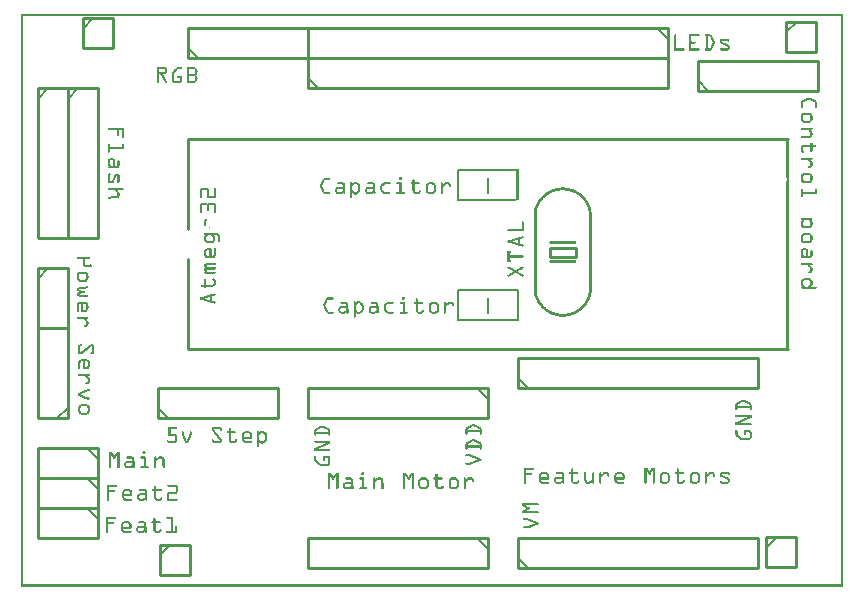
<source format=gto>
G04 MADE WITH FRITZING*
G04 WWW.FRITZING.ORG*
G04 DOUBLE SIDED*
G04 HOLES PLATED*
G04 CONTOUR ON CENTER OF CONTOUR VECTOR*
%ASAXBY*%
%FSLAX23Y23*%
%MOIN*%
%OFA0B0*%
%SFA1.0B1.0*%
%ADD10R,0.096457X0.038714X0.076772X0.019029*%
%ADD11C,0.009843*%
%ADD12C,0.010000*%
%ADD13C,0.005000*%
%ADD14C,0.008000*%
%ADD15R,0.001000X0.001000*%
%LNSILK1*%
G90*
G70*
G54D11*
X1764Y1130D02*
X1851Y1130D01*
X1851Y1101D01*
X1764Y1101D01*
X1764Y1130D01*
D02*
G54D12*
X557Y793D02*
X2557Y793D01*
D02*
X2557Y1493D02*
X557Y1493D01*
D02*
X557Y793D02*
X557Y1093D01*
D02*
X557Y1193D02*
X557Y1493D01*
D02*
X157Y1662D02*
X157Y1162D01*
D02*
X157Y1162D02*
X257Y1162D01*
D02*
X257Y1162D02*
X257Y1662D01*
D02*
X257Y1662D02*
X157Y1662D01*
G54D13*
D02*
X157Y1627D02*
X192Y1662D01*
G54D12*
D02*
X207Y1895D02*
X207Y1795D01*
D02*
X207Y1795D02*
X307Y1795D01*
D02*
X307Y1795D02*
X307Y1895D01*
D02*
X307Y1895D02*
X207Y1895D01*
G54D13*
D02*
X207Y1860D02*
X242Y1895D01*
G54D12*
D02*
X2552Y1884D02*
X2552Y1784D01*
D02*
X2552Y1784D02*
X2652Y1784D01*
D02*
X2652Y1784D02*
X2652Y1884D01*
D02*
X2652Y1884D02*
X2552Y1884D01*
G54D13*
D02*
X2552Y1849D02*
X2587Y1884D01*
G54D12*
D02*
X2485Y165D02*
X2485Y65D01*
D02*
X2485Y65D02*
X2585Y65D01*
D02*
X2585Y65D02*
X2585Y165D01*
D02*
X2585Y165D02*
X2485Y165D01*
G54D13*
D02*
X2485Y130D02*
X2520Y165D01*
G54D12*
D02*
X463Y140D02*
X463Y40D01*
D02*
X463Y40D02*
X563Y40D01*
D02*
X563Y40D02*
X563Y140D01*
D02*
X563Y140D02*
X463Y140D01*
G54D13*
D02*
X463Y105D02*
X498Y140D01*
G54D12*
D02*
X57Y1662D02*
X57Y1162D01*
D02*
X57Y1162D02*
X157Y1162D01*
D02*
X157Y1162D02*
X157Y1662D01*
D02*
X157Y1662D02*
X57Y1662D01*
G54D13*
D02*
X57Y1627D02*
X92Y1662D01*
G54D12*
D02*
X157Y562D02*
X157Y862D01*
D02*
X157Y862D02*
X57Y862D01*
D02*
X57Y862D02*
X57Y562D01*
D02*
X57Y562D02*
X157Y562D01*
G54D13*
D02*
X157Y597D02*
X122Y562D01*
G54D12*
D02*
X257Y462D02*
X57Y462D01*
D02*
X57Y462D02*
X57Y362D01*
D02*
X57Y362D02*
X257Y362D01*
D02*
X257Y362D02*
X257Y462D01*
G54D13*
D02*
X222Y462D02*
X257Y427D01*
G54D12*
D02*
X257Y362D02*
X57Y362D01*
D02*
X57Y362D02*
X57Y262D01*
D02*
X57Y262D02*
X257Y262D01*
D02*
X257Y262D02*
X257Y362D01*
G54D13*
D02*
X222Y362D02*
X257Y327D01*
G54D12*
D02*
X257Y262D02*
X57Y262D01*
D02*
X57Y262D02*
X57Y162D01*
D02*
X57Y162D02*
X257Y162D01*
D02*
X257Y162D02*
X257Y262D01*
G54D13*
D02*
X222Y262D02*
X257Y227D01*
G54D12*
D02*
X557Y1762D02*
X957Y1762D01*
D02*
X957Y1762D02*
X957Y1862D01*
D02*
X957Y1862D02*
X557Y1862D01*
D02*
X557Y1862D02*
X557Y1762D01*
G54D13*
D02*
X592Y1762D02*
X557Y1797D01*
G54D12*
D02*
X2157Y1862D02*
X957Y1862D01*
D02*
X957Y1862D02*
X957Y1762D01*
D02*
X957Y1762D02*
X2157Y1762D01*
D02*
X2157Y1762D02*
X2157Y1862D01*
G54D13*
D02*
X2122Y1862D02*
X2157Y1827D01*
G54D12*
D02*
X957Y1662D02*
X2157Y1662D01*
D02*
X2157Y1662D02*
X2157Y1762D01*
D02*
X2157Y1762D02*
X957Y1762D01*
D02*
X957Y1762D02*
X957Y1662D01*
G54D13*
D02*
X992Y1662D02*
X957Y1697D01*
G54D12*
D02*
X2257Y1654D02*
X2657Y1654D01*
D02*
X2657Y1654D02*
X2657Y1754D01*
D02*
X2657Y1754D02*
X2257Y1754D01*
D02*
X2257Y1754D02*
X2257Y1654D01*
G54D13*
D02*
X2292Y1654D02*
X2257Y1689D01*
G54D12*
D02*
X57Y1062D02*
X57Y862D01*
D02*
X57Y862D02*
X157Y862D01*
D02*
X157Y862D02*
X157Y1062D01*
D02*
X157Y1062D02*
X57Y1062D01*
G54D13*
D02*
X57Y1027D02*
X92Y1062D01*
G54D12*
D02*
X1657Y662D02*
X2457Y662D01*
D02*
X2457Y662D02*
X2457Y762D01*
D02*
X2457Y762D02*
X1657Y762D01*
D02*
X1657Y762D02*
X1657Y662D01*
G54D13*
D02*
X1692Y662D02*
X1657Y697D01*
G54D12*
D02*
X1657Y62D02*
X2457Y62D01*
D02*
X2457Y62D02*
X2457Y162D01*
D02*
X2457Y162D02*
X1657Y162D01*
D02*
X1657Y162D02*
X1657Y62D01*
G54D13*
D02*
X1692Y62D02*
X1657Y97D01*
G54D12*
D02*
X1557Y162D02*
X957Y162D01*
D02*
X957Y162D02*
X957Y62D01*
D02*
X957Y62D02*
X1557Y62D01*
D02*
X1557Y62D02*
X1557Y162D01*
G54D13*
D02*
X1522Y162D02*
X1557Y127D01*
G54D12*
D02*
X1557Y662D02*
X957Y662D01*
D02*
X957Y662D02*
X957Y562D01*
D02*
X957Y562D02*
X1557Y562D01*
D02*
X1557Y562D02*
X1557Y662D01*
G54D13*
D02*
X1522Y662D02*
X1557Y627D01*
G54D12*
D02*
X457Y562D02*
X857Y562D01*
D02*
X857Y562D02*
X857Y662D01*
D02*
X857Y662D02*
X457Y662D01*
D02*
X457Y662D02*
X457Y562D01*
G54D13*
D02*
X492Y562D02*
X457Y597D01*
G54D14*
D02*
X1557Y914D02*
X1557Y964D01*
D02*
X1657Y889D02*
X1457Y889D01*
D02*
X1457Y889D02*
X1457Y989D01*
D02*
X1457Y989D02*
X1657Y989D01*
D02*
X1657Y989D02*
X1657Y889D01*
D02*
X1557Y1364D02*
X1557Y1314D01*
D02*
X1457Y1389D02*
X1657Y1389D01*
D02*
X1457Y1289D02*
X1457Y1389D01*
G54D15*
X0Y1909D02*
X2741Y1909D01*
X0Y1908D02*
X2741Y1908D01*
X0Y1907D02*
X2741Y1907D01*
X0Y1906D02*
X2741Y1906D01*
X0Y1905D02*
X2741Y1905D01*
X0Y1904D02*
X2741Y1904D01*
X0Y1903D02*
X2741Y1903D01*
X0Y1902D02*
X2741Y1902D01*
X0Y1901D02*
X7Y1901D01*
X2734Y1901D02*
X2741Y1901D01*
X0Y1900D02*
X7Y1900D01*
X2734Y1900D02*
X2741Y1900D01*
X0Y1899D02*
X7Y1899D01*
X2734Y1899D02*
X2741Y1899D01*
X0Y1898D02*
X7Y1898D01*
X2734Y1898D02*
X2741Y1898D01*
X0Y1897D02*
X7Y1897D01*
X2734Y1897D02*
X2741Y1897D01*
X0Y1896D02*
X7Y1896D01*
X2734Y1896D02*
X2741Y1896D01*
X0Y1895D02*
X7Y1895D01*
X2734Y1895D02*
X2741Y1895D01*
X0Y1894D02*
X7Y1894D01*
X2734Y1894D02*
X2741Y1894D01*
X0Y1893D02*
X7Y1893D01*
X2734Y1893D02*
X2741Y1893D01*
X0Y1892D02*
X7Y1892D01*
X2734Y1892D02*
X2741Y1892D01*
X0Y1891D02*
X7Y1891D01*
X2734Y1891D02*
X2741Y1891D01*
X0Y1890D02*
X7Y1890D01*
X2734Y1890D02*
X2741Y1890D01*
X0Y1889D02*
X7Y1889D01*
X2734Y1889D02*
X2741Y1889D01*
X0Y1888D02*
X7Y1888D01*
X2734Y1888D02*
X2741Y1888D01*
X0Y1887D02*
X7Y1887D01*
X2734Y1887D02*
X2741Y1887D01*
X0Y1886D02*
X7Y1886D01*
X2734Y1886D02*
X2741Y1886D01*
X0Y1885D02*
X7Y1885D01*
X2734Y1885D02*
X2741Y1885D01*
X0Y1884D02*
X7Y1884D01*
X2734Y1884D02*
X2741Y1884D01*
X0Y1883D02*
X7Y1883D01*
X2734Y1883D02*
X2741Y1883D01*
X0Y1882D02*
X7Y1882D01*
X2734Y1882D02*
X2741Y1882D01*
X0Y1881D02*
X7Y1881D01*
X2734Y1881D02*
X2741Y1881D01*
X0Y1880D02*
X7Y1880D01*
X2734Y1880D02*
X2741Y1880D01*
X0Y1879D02*
X7Y1879D01*
X2734Y1879D02*
X2741Y1879D01*
X0Y1878D02*
X7Y1878D01*
X2734Y1878D02*
X2741Y1878D01*
X0Y1877D02*
X7Y1877D01*
X2734Y1877D02*
X2741Y1877D01*
X0Y1876D02*
X7Y1876D01*
X2734Y1876D02*
X2741Y1876D01*
X0Y1875D02*
X7Y1875D01*
X2734Y1875D02*
X2741Y1875D01*
X0Y1874D02*
X7Y1874D01*
X2734Y1874D02*
X2741Y1874D01*
X0Y1873D02*
X7Y1873D01*
X2734Y1873D02*
X2741Y1873D01*
X0Y1872D02*
X7Y1872D01*
X2734Y1872D02*
X2741Y1872D01*
X0Y1871D02*
X7Y1871D01*
X2734Y1871D02*
X2741Y1871D01*
X0Y1870D02*
X7Y1870D01*
X2734Y1870D02*
X2741Y1870D01*
X0Y1869D02*
X7Y1869D01*
X2734Y1869D02*
X2741Y1869D01*
X0Y1868D02*
X7Y1868D01*
X2734Y1868D02*
X2741Y1868D01*
X0Y1867D02*
X7Y1867D01*
X2734Y1867D02*
X2741Y1867D01*
X0Y1866D02*
X7Y1866D01*
X2734Y1866D02*
X2741Y1866D01*
X0Y1865D02*
X7Y1865D01*
X2734Y1865D02*
X2741Y1865D01*
X0Y1864D02*
X7Y1864D01*
X2734Y1864D02*
X2741Y1864D01*
X0Y1863D02*
X7Y1863D01*
X2734Y1863D02*
X2741Y1863D01*
X0Y1862D02*
X7Y1862D01*
X2734Y1862D02*
X2741Y1862D01*
X0Y1861D02*
X7Y1861D01*
X2734Y1861D02*
X2741Y1861D01*
X0Y1860D02*
X7Y1860D01*
X2734Y1860D02*
X2741Y1860D01*
X0Y1859D02*
X7Y1859D01*
X2734Y1859D02*
X2741Y1859D01*
X0Y1858D02*
X7Y1858D01*
X2734Y1858D02*
X2741Y1858D01*
X0Y1857D02*
X7Y1857D01*
X2734Y1857D02*
X2741Y1857D01*
X0Y1856D02*
X7Y1856D01*
X2734Y1856D02*
X2741Y1856D01*
X0Y1855D02*
X7Y1855D01*
X2734Y1855D02*
X2741Y1855D01*
X0Y1854D02*
X7Y1854D01*
X2734Y1854D02*
X2741Y1854D01*
X0Y1853D02*
X7Y1853D01*
X2734Y1853D02*
X2741Y1853D01*
X0Y1852D02*
X7Y1852D01*
X2734Y1852D02*
X2741Y1852D01*
X0Y1851D02*
X7Y1851D01*
X2734Y1851D02*
X2741Y1851D01*
X0Y1850D02*
X7Y1850D01*
X2734Y1850D02*
X2741Y1850D01*
X0Y1849D02*
X7Y1849D01*
X2734Y1849D02*
X2741Y1849D01*
X0Y1848D02*
X7Y1848D01*
X2734Y1848D02*
X2741Y1848D01*
X0Y1847D02*
X7Y1847D01*
X2734Y1847D02*
X2741Y1847D01*
X0Y1846D02*
X7Y1846D01*
X2734Y1846D02*
X2741Y1846D01*
X0Y1845D02*
X7Y1845D01*
X2734Y1845D02*
X2741Y1845D01*
X0Y1844D02*
X7Y1844D01*
X2734Y1844D02*
X2741Y1844D01*
X0Y1843D02*
X7Y1843D01*
X2734Y1843D02*
X2741Y1843D01*
X0Y1842D02*
X7Y1842D01*
X2734Y1842D02*
X2741Y1842D01*
X0Y1841D02*
X7Y1841D01*
X2181Y1841D02*
X2183Y1841D01*
X2229Y1841D02*
X2261Y1841D01*
X2281Y1841D02*
X2298Y1841D01*
X2734Y1841D02*
X2741Y1841D01*
X0Y1840D02*
X7Y1840D01*
X2180Y1840D02*
X2184Y1840D01*
X2229Y1840D02*
X2262Y1840D01*
X2280Y1840D02*
X2300Y1840D01*
X2734Y1840D02*
X2741Y1840D01*
X0Y1839D02*
X7Y1839D01*
X2179Y1839D02*
X2185Y1839D01*
X2229Y1839D02*
X2263Y1839D01*
X2280Y1839D02*
X2301Y1839D01*
X2734Y1839D02*
X2741Y1839D01*
X0Y1838D02*
X7Y1838D01*
X2179Y1838D02*
X2185Y1838D01*
X2229Y1838D02*
X2263Y1838D01*
X2280Y1838D02*
X2303Y1838D01*
X2734Y1838D02*
X2741Y1838D01*
X0Y1837D02*
X7Y1837D01*
X2179Y1837D02*
X2185Y1837D01*
X2229Y1837D02*
X2263Y1837D01*
X2280Y1837D02*
X2303Y1837D01*
X2734Y1837D02*
X2741Y1837D01*
X0Y1836D02*
X7Y1836D01*
X2179Y1836D02*
X2185Y1836D01*
X2229Y1836D02*
X2262Y1836D01*
X2280Y1836D02*
X2304Y1836D01*
X2734Y1836D02*
X2741Y1836D01*
X0Y1835D02*
X7Y1835D01*
X2179Y1835D02*
X2185Y1835D01*
X2229Y1835D02*
X2261Y1835D01*
X2281Y1835D02*
X2305Y1835D01*
X2734Y1835D02*
X2741Y1835D01*
X0Y1834D02*
X7Y1834D01*
X2179Y1834D02*
X2185Y1834D01*
X2229Y1834D02*
X2235Y1834D01*
X2286Y1834D02*
X2292Y1834D01*
X2298Y1834D02*
X2305Y1834D01*
X2734Y1834D02*
X2741Y1834D01*
X0Y1833D02*
X7Y1833D01*
X2179Y1833D02*
X2185Y1833D01*
X2229Y1833D02*
X2235Y1833D01*
X2286Y1833D02*
X2292Y1833D01*
X2299Y1833D02*
X2306Y1833D01*
X2734Y1833D02*
X2741Y1833D01*
X0Y1832D02*
X7Y1832D01*
X2179Y1832D02*
X2185Y1832D01*
X2229Y1832D02*
X2235Y1832D01*
X2286Y1832D02*
X2292Y1832D01*
X2299Y1832D02*
X2306Y1832D01*
X2734Y1832D02*
X2741Y1832D01*
X0Y1831D02*
X7Y1831D01*
X2179Y1831D02*
X2185Y1831D01*
X2229Y1831D02*
X2235Y1831D01*
X2286Y1831D02*
X2292Y1831D01*
X2300Y1831D02*
X2307Y1831D01*
X2734Y1831D02*
X2741Y1831D01*
X0Y1830D02*
X7Y1830D01*
X2179Y1830D02*
X2185Y1830D01*
X2229Y1830D02*
X2235Y1830D01*
X2286Y1830D02*
X2292Y1830D01*
X2300Y1830D02*
X2307Y1830D01*
X2734Y1830D02*
X2741Y1830D01*
X0Y1829D02*
X7Y1829D01*
X2179Y1829D02*
X2185Y1829D01*
X2229Y1829D02*
X2235Y1829D01*
X2286Y1829D02*
X2292Y1829D01*
X2301Y1829D02*
X2308Y1829D01*
X2734Y1829D02*
X2741Y1829D01*
X0Y1828D02*
X7Y1828D01*
X2179Y1828D02*
X2185Y1828D01*
X2229Y1828D02*
X2235Y1828D01*
X2286Y1828D02*
X2292Y1828D01*
X2301Y1828D02*
X2308Y1828D01*
X2734Y1828D02*
X2741Y1828D01*
X0Y1827D02*
X7Y1827D01*
X2179Y1827D02*
X2185Y1827D01*
X2229Y1827D02*
X2235Y1827D01*
X2286Y1827D02*
X2292Y1827D01*
X2302Y1827D02*
X2309Y1827D01*
X2734Y1827D02*
X2741Y1827D01*
X0Y1826D02*
X7Y1826D01*
X2179Y1826D02*
X2185Y1826D01*
X2229Y1826D02*
X2235Y1826D01*
X2286Y1826D02*
X2292Y1826D01*
X2302Y1826D02*
X2309Y1826D01*
X2336Y1826D02*
X2357Y1826D01*
X2734Y1826D02*
X2741Y1826D01*
X0Y1825D02*
X7Y1825D01*
X2179Y1825D02*
X2185Y1825D01*
X2229Y1825D02*
X2235Y1825D01*
X2286Y1825D02*
X2292Y1825D01*
X2303Y1825D02*
X2310Y1825D01*
X2334Y1825D02*
X2359Y1825D01*
X2734Y1825D02*
X2741Y1825D01*
X0Y1824D02*
X7Y1824D01*
X2179Y1824D02*
X2185Y1824D01*
X2229Y1824D02*
X2235Y1824D01*
X2286Y1824D02*
X2292Y1824D01*
X2303Y1824D02*
X2310Y1824D01*
X2333Y1824D02*
X2360Y1824D01*
X2734Y1824D02*
X2741Y1824D01*
X0Y1823D02*
X7Y1823D01*
X2179Y1823D02*
X2185Y1823D01*
X2229Y1823D02*
X2235Y1823D01*
X2286Y1823D02*
X2292Y1823D01*
X2304Y1823D02*
X2311Y1823D01*
X2332Y1823D02*
X2361Y1823D01*
X2734Y1823D02*
X2741Y1823D01*
X0Y1822D02*
X7Y1822D01*
X2179Y1822D02*
X2185Y1822D01*
X2229Y1822D02*
X2235Y1822D01*
X2286Y1822D02*
X2292Y1822D01*
X2304Y1822D02*
X2311Y1822D01*
X2332Y1822D02*
X2362Y1822D01*
X2734Y1822D02*
X2741Y1822D01*
X0Y1821D02*
X7Y1821D01*
X2179Y1821D02*
X2185Y1821D01*
X2229Y1821D02*
X2235Y1821D01*
X2286Y1821D02*
X2292Y1821D01*
X2305Y1821D02*
X2312Y1821D01*
X2331Y1821D02*
X2362Y1821D01*
X2734Y1821D02*
X2741Y1821D01*
X0Y1820D02*
X7Y1820D01*
X2179Y1820D02*
X2185Y1820D01*
X2229Y1820D02*
X2235Y1820D01*
X2286Y1820D02*
X2292Y1820D01*
X2305Y1820D02*
X2312Y1820D01*
X2331Y1820D02*
X2363Y1820D01*
X2734Y1820D02*
X2741Y1820D01*
X0Y1819D02*
X7Y1819D01*
X2179Y1819D02*
X2185Y1819D01*
X2229Y1819D02*
X2235Y1819D01*
X2286Y1819D02*
X2292Y1819D01*
X2306Y1819D02*
X2312Y1819D01*
X2331Y1819D02*
X2337Y1819D01*
X2356Y1819D02*
X2362Y1819D01*
X2734Y1819D02*
X2741Y1819D01*
X0Y1818D02*
X7Y1818D01*
X2179Y1818D02*
X2185Y1818D01*
X2229Y1818D02*
X2236Y1818D01*
X2286Y1818D02*
X2292Y1818D01*
X2306Y1818D02*
X2313Y1818D01*
X2331Y1818D02*
X2337Y1818D01*
X2358Y1818D02*
X2362Y1818D01*
X2734Y1818D02*
X2741Y1818D01*
X0Y1817D02*
X7Y1817D01*
X2179Y1817D02*
X2185Y1817D01*
X2229Y1817D02*
X2248Y1817D01*
X2286Y1817D02*
X2292Y1817D01*
X2307Y1817D02*
X2313Y1817D01*
X2331Y1817D02*
X2337Y1817D01*
X2359Y1817D02*
X2360Y1817D01*
X2734Y1817D02*
X2741Y1817D01*
X0Y1816D02*
X7Y1816D01*
X2179Y1816D02*
X2185Y1816D01*
X2229Y1816D02*
X2249Y1816D01*
X2286Y1816D02*
X2292Y1816D01*
X2307Y1816D02*
X2313Y1816D01*
X2331Y1816D02*
X2338Y1816D01*
X2734Y1816D02*
X2741Y1816D01*
X0Y1815D02*
X7Y1815D01*
X2179Y1815D02*
X2185Y1815D01*
X2229Y1815D02*
X2249Y1815D01*
X2286Y1815D02*
X2292Y1815D01*
X2307Y1815D02*
X2313Y1815D01*
X2331Y1815D02*
X2340Y1815D01*
X2734Y1815D02*
X2741Y1815D01*
X0Y1814D02*
X7Y1814D01*
X2179Y1814D02*
X2185Y1814D01*
X2229Y1814D02*
X2249Y1814D01*
X2286Y1814D02*
X2292Y1814D01*
X2307Y1814D02*
X2313Y1814D01*
X2332Y1814D02*
X2342Y1814D01*
X2734Y1814D02*
X2741Y1814D01*
X0Y1813D02*
X7Y1813D01*
X2179Y1813D02*
X2185Y1813D01*
X2229Y1813D02*
X2249Y1813D01*
X2286Y1813D02*
X2292Y1813D01*
X2307Y1813D02*
X2313Y1813D01*
X2332Y1813D02*
X2345Y1813D01*
X2734Y1813D02*
X2741Y1813D01*
X0Y1812D02*
X7Y1812D01*
X2179Y1812D02*
X2185Y1812D01*
X2229Y1812D02*
X2248Y1812D01*
X2286Y1812D02*
X2292Y1812D01*
X2307Y1812D02*
X2313Y1812D01*
X2333Y1812D02*
X2347Y1812D01*
X2734Y1812D02*
X2741Y1812D01*
X0Y1811D02*
X7Y1811D01*
X2179Y1811D02*
X2185Y1811D01*
X2229Y1811D02*
X2246Y1811D01*
X2286Y1811D02*
X2292Y1811D01*
X2306Y1811D02*
X2313Y1811D01*
X2334Y1811D02*
X2349Y1811D01*
X2734Y1811D02*
X2741Y1811D01*
X0Y1810D02*
X7Y1810D01*
X2179Y1810D02*
X2185Y1810D01*
X2229Y1810D02*
X2235Y1810D01*
X2286Y1810D02*
X2292Y1810D01*
X2306Y1810D02*
X2312Y1810D01*
X2335Y1810D02*
X2352Y1810D01*
X2734Y1810D02*
X2741Y1810D01*
X0Y1809D02*
X7Y1809D01*
X2179Y1809D02*
X2185Y1809D01*
X2229Y1809D02*
X2235Y1809D01*
X2286Y1809D02*
X2292Y1809D01*
X2305Y1809D02*
X2312Y1809D01*
X2337Y1809D02*
X2354Y1809D01*
X2734Y1809D02*
X2741Y1809D01*
X0Y1808D02*
X7Y1808D01*
X2179Y1808D02*
X2185Y1808D01*
X2229Y1808D02*
X2235Y1808D01*
X2286Y1808D02*
X2292Y1808D01*
X2305Y1808D02*
X2312Y1808D01*
X2340Y1808D02*
X2356Y1808D01*
X2734Y1808D02*
X2741Y1808D01*
X0Y1807D02*
X7Y1807D01*
X2179Y1807D02*
X2185Y1807D01*
X2229Y1807D02*
X2235Y1807D01*
X2286Y1807D02*
X2292Y1807D01*
X2304Y1807D02*
X2311Y1807D01*
X2342Y1807D02*
X2358Y1807D01*
X2734Y1807D02*
X2741Y1807D01*
X0Y1806D02*
X7Y1806D01*
X2179Y1806D02*
X2185Y1806D01*
X2229Y1806D02*
X2235Y1806D01*
X2286Y1806D02*
X2292Y1806D01*
X2304Y1806D02*
X2311Y1806D01*
X2344Y1806D02*
X2360Y1806D01*
X2734Y1806D02*
X2741Y1806D01*
X0Y1805D02*
X7Y1805D01*
X2179Y1805D02*
X2185Y1805D01*
X2229Y1805D02*
X2235Y1805D01*
X2286Y1805D02*
X2292Y1805D01*
X2303Y1805D02*
X2310Y1805D01*
X2347Y1805D02*
X2360Y1805D01*
X2734Y1805D02*
X2741Y1805D01*
X0Y1804D02*
X7Y1804D01*
X2179Y1804D02*
X2185Y1804D01*
X2229Y1804D02*
X2235Y1804D01*
X2286Y1804D02*
X2292Y1804D01*
X2303Y1804D02*
X2310Y1804D01*
X2349Y1804D02*
X2361Y1804D01*
X2734Y1804D02*
X2741Y1804D01*
X0Y1803D02*
X7Y1803D01*
X2179Y1803D02*
X2185Y1803D01*
X2229Y1803D02*
X2235Y1803D01*
X2286Y1803D02*
X2292Y1803D01*
X2302Y1803D02*
X2309Y1803D01*
X2351Y1803D02*
X2362Y1803D01*
X2734Y1803D02*
X2741Y1803D01*
X0Y1802D02*
X7Y1802D01*
X2179Y1802D02*
X2185Y1802D01*
X2229Y1802D02*
X2235Y1802D01*
X2286Y1802D02*
X2292Y1802D01*
X2302Y1802D02*
X2309Y1802D01*
X2354Y1802D02*
X2362Y1802D01*
X2734Y1802D02*
X2741Y1802D01*
X0Y1801D02*
X7Y1801D01*
X2179Y1801D02*
X2185Y1801D01*
X2229Y1801D02*
X2235Y1801D01*
X2286Y1801D02*
X2292Y1801D01*
X2301Y1801D02*
X2308Y1801D01*
X2356Y1801D02*
X2363Y1801D01*
X2734Y1801D02*
X2741Y1801D01*
X0Y1800D02*
X7Y1800D01*
X2179Y1800D02*
X2185Y1800D01*
X2229Y1800D02*
X2235Y1800D01*
X2286Y1800D02*
X2292Y1800D01*
X2301Y1800D02*
X2308Y1800D01*
X2357Y1800D02*
X2363Y1800D01*
X2734Y1800D02*
X2741Y1800D01*
X0Y1799D02*
X7Y1799D01*
X2179Y1799D02*
X2185Y1799D01*
X2229Y1799D02*
X2235Y1799D01*
X2286Y1799D02*
X2292Y1799D01*
X2300Y1799D02*
X2307Y1799D01*
X2357Y1799D02*
X2363Y1799D01*
X2734Y1799D02*
X2741Y1799D01*
X0Y1798D02*
X7Y1798D01*
X2179Y1798D02*
X2185Y1798D01*
X2229Y1798D02*
X2235Y1798D01*
X2286Y1798D02*
X2292Y1798D01*
X2300Y1798D02*
X2307Y1798D01*
X2357Y1798D02*
X2363Y1798D01*
X2734Y1798D02*
X2741Y1798D01*
X0Y1797D02*
X7Y1797D01*
X2179Y1797D02*
X2185Y1797D01*
X2229Y1797D02*
X2235Y1797D01*
X2286Y1797D02*
X2292Y1797D01*
X2299Y1797D02*
X2306Y1797D01*
X2332Y1797D02*
X2333Y1797D01*
X2357Y1797D02*
X2363Y1797D01*
X2734Y1797D02*
X2741Y1797D01*
X0Y1796D02*
X7Y1796D01*
X2179Y1796D02*
X2185Y1796D01*
X2229Y1796D02*
X2235Y1796D01*
X2286Y1796D02*
X2292Y1796D01*
X2299Y1796D02*
X2306Y1796D01*
X2331Y1796D02*
X2335Y1796D01*
X2357Y1796D02*
X2363Y1796D01*
X2734Y1796D02*
X2741Y1796D01*
X0Y1795D02*
X7Y1795D01*
X2179Y1795D02*
X2185Y1795D01*
X2229Y1795D02*
X2235Y1795D01*
X2286Y1795D02*
X2292Y1795D01*
X2298Y1795D02*
X2305Y1795D01*
X2330Y1795D02*
X2337Y1795D01*
X2356Y1795D02*
X2363Y1795D01*
X2734Y1795D02*
X2741Y1795D01*
X0Y1794D02*
X7Y1794D01*
X2179Y1794D02*
X2211Y1794D01*
X2229Y1794D02*
X2261Y1794D01*
X2282Y1794D02*
X2305Y1794D01*
X2330Y1794D02*
X2363Y1794D01*
X2734Y1794D02*
X2741Y1794D01*
X0Y1793D02*
X7Y1793D01*
X2179Y1793D02*
X2212Y1793D01*
X2229Y1793D02*
X2262Y1793D01*
X2280Y1793D02*
X2304Y1793D01*
X2330Y1793D02*
X2362Y1793D01*
X2734Y1793D02*
X2741Y1793D01*
X0Y1792D02*
X7Y1792D01*
X2179Y1792D02*
X2212Y1792D01*
X2229Y1792D02*
X2263Y1792D01*
X2280Y1792D02*
X2304Y1792D01*
X2330Y1792D02*
X2361Y1792D01*
X2734Y1792D02*
X2741Y1792D01*
X0Y1791D02*
X7Y1791D01*
X2179Y1791D02*
X2213Y1791D01*
X2229Y1791D02*
X2263Y1791D01*
X2280Y1791D02*
X2303Y1791D01*
X2331Y1791D02*
X2361Y1791D01*
X2734Y1791D02*
X2741Y1791D01*
X0Y1790D02*
X7Y1790D01*
X2179Y1790D02*
X2213Y1790D01*
X2229Y1790D02*
X2263Y1790D01*
X2280Y1790D02*
X2302Y1790D01*
X2332Y1790D02*
X2360Y1790D01*
X2734Y1790D02*
X2741Y1790D01*
X0Y1789D02*
X7Y1789D01*
X2179Y1789D02*
X2212Y1789D01*
X2229Y1789D02*
X2262Y1789D01*
X2280Y1789D02*
X2301Y1789D01*
X2334Y1789D02*
X2358Y1789D01*
X2734Y1789D02*
X2741Y1789D01*
X0Y1788D02*
X7Y1788D01*
X2179Y1788D02*
X2211Y1788D01*
X2229Y1788D02*
X2261Y1788D01*
X2281Y1788D02*
X2299Y1788D01*
X2336Y1788D02*
X2356Y1788D01*
X2734Y1788D02*
X2741Y1788D01*
X0Y1787D02*
X7Y1787D01*
X2734Y1787D02*
X2741Y1787D01*
X0Y1786D02*
X7Y1786D01*
X2734Y1786D02*
X2741Y1786D01*
X0Y1785D02*
X7Y1785D01*
X2734Y1785D02*
X2741Y1785D01*
X0Y1784D02*
X7Y1784D01*
X2734Y1784D02*
X2741Y1784D01*
X0Y1783D02*
X7Y1783D01*
X2734Y1783D02*
X2741Y1783D01*
X0Y1782D02*
X7Y1782D01*
X2734Y1782D02*
X2741Y1782D01*
X0Y1781D02*
X7Y1781D01*
X2734Y1781D02*
X2741Y1781D01*
X0Y1780D02*
X7Y1780D01*
X2734Y1780D02*
X2741Y1780D01*
X0Y1779D02*
X7Y1779D01*
X2734Y1779D02*
X2741Y1779D01*
X0Y1778D02*
X7Y1778D01*
X2734Y1778D02*
X2741Y1778D01*
X0Y1777D02*
X7Y1777D01*
X2734Y1777D02*
X2741Y1777D01*
X0Y1776D02*
X7Y1776D01*
X2734Y1776D02*
X2741Y1776D01*
X0Y1775D02*
X7Y1775D01*
X2734Y1775D02*
X2741Y1775D01*
X0Y1774D02*
X7Y1774D01*
X2734Y1774D02*
X2741Y1774D01*
X0Y1773D02*
X7Y1773D01*
X2734Y1773D02*
X2741Y1773D01*
X0Y1772D02*
X7Y1772D01*
X2734Y1772D02*
X2741Y1772D01*
X0Y1771D02*
X7Y1771D01*
X2734Y1771D02*
X2741Y1771D01*
X0Y1770D02*
X7Y1770D01*
X2734Y1770D02*
X2741Y1770D01*
X0Y1769D02*
X7Y1769D01*
X2734Y1769D02*
X2741Y1769D01*
X0Y1768D02*
X7Y1768D01*
X2734Y1768D02*
X2741Y1768D01*
X0Y1767D02*
X7Y1767D01*
X2734Y1767D02*
X2741Y1767D01*
X0Y1766D02*
X7Y1766D01*
X2734Y1766D02*
X2741Y1766D01*
X0Y1765D02*
X7Y1765D01*
X2734Y1765D02*
X2741Y1765D01*
X0Y1764D02*
X7Y1764D01*
X2734Y1764D02*
X2741Y1764D01*
X0Y1763D02*
X7Y1763D01*
X2734Y1763D02*
X2741Y1763D01*
X0Y1762D02*
X7Y1762D01*
X2734Y1762D02*
X2741Y1762D01*
X0Y1761D02*
X7Y1761D01*
X2734Y1761D02*
X2741Y1761D01*
X0Y1760D02*
X7Y1760D01*
X2734Y1760D02*
X2741Y1760D01*
X0Y1759D02*
X7Y1759D01*
X2734Y1759D02*
X2741Y1759D01*
X0Y1758D02*
X7Y1758D01*
X2734Y1758D02*
X2741Y1758D01*
X0Y1757D02*
X7Y1757D01*
X2734Y1757D02*
X2741Y1757D01*
X0Y1756D02*
X7Y1756D01*
X2734Y1756D02*
X2741Y1756D01*
X0Y1755D02*
X7Y1755D01*
X2734Y1755D02*
X2741Y1755D01*
X0Y1754D02*
X7Y1754D01*
X2734Y1754D02*
X2741Y1754D01*
X0Y1753D02*
X7Y1753D01*
X2734Y1753D02*
X2741Y1753D01*
X0Y1752D02*
X7Y1752D01*
X2734Y1752D02*
X2741Y1752D01*
X0Y1751D02*
X7Y1751D01*
X2734Y1751D02*
X2741Y1751D01*
X0Y1750D02*
X7Y1750D01*
X2734Y1750D02*
X2741Y1750D01*
X0Y1749D02*
X7Y1749D01*
X2734Y1749D02*
X2741Y1749D01*
X0Y1748D02*
X7Y1748D01*
X2734Y1748D02*
X2741Y1748D01*
X0Y1747D02*
X7Y1747D01*
X2734Y1747D02*
X2741Y1747D01*
X0Y1746D02*
X7Y1746D01*
X2734Y1746D02*
X2741Y1746D01*
X0Y1745D02*
X7Y1745D01*
X2734Y1745D02*
X2741Y1745D01*
X0Y1744D02*
X7Y1744D01*
X2734Y1744D02*
X2741Y1744D01*
X0Y1743D02*
X7Y1743D01*
X2734Y1743D02*
X2741Y1743D01*
X0Y1742D02*
X7Y1742D01*
X2734Y1742D02*
X2741Y1742D01*
X0Y1741D02*
X7Y1741D01*
X2734Y1741D02*
X2741Y1741D01*
X0Y1740D02*
X7Y1740D01*
X2734Y1740D02*
X2741Y1740D01*
X0Y1739D02*
X7Y1739D01*
X2734Y1739D02*
X2741Y1739D01*
X0Y1738D02*
X7Y1738D01*
X2734Y1738D02*
X2741Y1738D01*
X0Y1737D02*
X7Y1737D01*
X2734Y1737D02*
X2741Y1737D01*
X0Y1736D02*
X7Y1736D01*
X2734Y1736D02*
X2741Y1736D01*
X0Y1735D02*
X7Y1735D01*
X2734Y1735D02*
X2741Y1735D01*
X0Y1734D02*
X7Y1734D01*
X2734Y1734D02*
X2741Y1734D01*
X0Y1733D02*
X7Y1733D01*
X2734Y1733D02*
X2741Y1733D01*
X0Y1732D02*
X7Y1732D01*
X455Y1732D02*
X482Y1732D01*
X521Y1732D02*
X537Y1732D01*
X555Y1732D02*
X579Y1732D01*
X2734Y1732D02*
X2741Y1732D01*
X0Y1731D02*
X7Y1731D01*
X455Y1731D02*
X484Y1731D01*
X520Y1731D02*
X538Y1731D01*
X555Y1731D02*
X581Y1731D01*
X2734Y1731D02*
X2741Y1731D01*
X0Y1730D02*
X7Y1730D01*
X455Y1730D02*
X485Y1730D01*
X518Y1730D02*
X538Y1730D01*
X555Y1730D02*
X583Y1730D01*
X2734Y1730D02*
X2741Y1730D01*
X0Y1729D02*
X7Y1729D01*
X455Y1729D02*
X486Y1729D01*
X517Y1729D02*
X538Y1729D01*
X555Y1729D02*
X584Y1729D01*
X2734Y1729D02*
X2741Y1729D01*
X0Y1728D02*
X7Y1728D01*
X455Y1728D02*
X486Y1728D01*
X517Y1728D02*
X538Y1728D01*
X555Y1728D02*
X585Y1728D01*
X2734Y1728D02*
X2741Y1728D01*
X0Y1727D02*
X7Y1727D01*
X455Y1727D02*
X487Y1727D01*
X516Y1727D02*
X537Y1727D01*
X555Y1727D02*
X586Y1727D01*
X2734Y1727D02*
X2741Y1727D01*
X0Y1726D02*
X7Y1726D01*
X455Y1726D02*
X488Y1726D01*
X515Y1726D02*
X536Y1726D01*
X555Y1726D02*
X587Y1726D01*
X2734Y1726D02*
X2741Y1726D01*
X0Y1725D02*
X7Y1725D01*
X455Y1725D02*
X461Y1725D01*
X481Y1725D02*
X488Y1725D01*
X514Y1725D02*
X522Y1725D01*
X555Y1725D02*
X561Y1725D01*
X579Y1725D02*
X587Y1725D01*
X2734Y1725D02*
X2741Y1725D01*
X0Y1724D02*
X7Y1724D01*
X455Y1724D02*
X461Y1724D01*
X482Y1724D02*
X488Y1724D01*
X513Y1724D02*
X521Y1724D01*
X555Y1724D02*
X561Y1724D01*
X580Y1724D02*
X588Y1724D01*
X2734Y1724D02*
X2741Y1724D01*
X0Y1723D02*
X7Y1723D01*
X455Y1723D02*
X461Y1723D01*
X482Y1723D02*
X488Y1723D01*
X513Y1723D02*
X521Y1723D01*
X555Y1723D02*
X561Y1723D01*
X581Y1723D02*
X588Y1723D01*
X2734Y1723D02*
X2741Y1723D01*
X0Y1722D02*
X7Y1722D01*
X455Y1722D02*
X461Y1722D01*
X482Y1722D02*
X488Y1722D01*
X512Y1722D02*
X520Y1722D01*
X555Y1722D02*
X561Y1722D01*
X582Y1722D02*
X588Y1722D01*
X2734Y1722D02*
X2741Y1722D01*
X0Y1721D02*
X7Y1721D01*
X455Y1721D02*
X461Y1721D01*
X482Y1721D02*
X488Y1721D01*
X511Y1721D02*
X519Y1721D01*
X555Y1721D02*
X561Y1721D01*
X582Y1721D02*
X588Y1721D01*
X2734Y1721D02*
X2741Y1721D01*
X0Y1720D02*
X7Y1720D01*
X455Y1720D02*
X461Y1720D01*
X482Y1720D02*
X488Y1720D01*
X510Y1720D02*
X518Y1720D01*
X555Y1720D02*
X561Y1720D01*
X582Y1720D02*
X589Y1720D01*
X2734Y1720D02*
X2741Y1720D01*
X0Y1719D02*
X7Y1719D01*
X455Y1719D02*
X461Y1719D01*
X482Y1719D02*
X488Y1719D01*
X510Y1719D02*
X518Y1719D01*
X555Y1719D02*
X561Y1719D01*
X583Y1719D02*
X589Y1719D01*
X2734Y1719D02*
X2741Y1719D01*
X0Y1718D02*
X7Y1718D01*
X455Y1718D02*
X461Y1718D01*
X482Y1718D02*
X488Y1718D01*
X509Y1718D02*
X517Y1718D01*
X555Y1718D02*
X561Y1718D01*
X583Y1718D02*
X589Y1718D01*
X2734Y1718D02*
X2741Y1718D01*
X0Y1717D02*
X7Y1717D01*
X455Y1717D02*
X461Y1717D01*
X482Y1717D02*
X488Y1717D01*
X508Y1717D02*
X516Y1717D01*
X555Y1717D02*
X561Y1717D01*
X583Y1717D02*
X589Y1717D01*
X2734Y1717D02*
X2741Y1717D01*
X0Y1716D02*
X7Y1716D01*
X455Y1716D02*
X461Y1716D01*
X481Y1716D02*
X488Y1716D01*
X507Y1716D02*
X515Y1716D01*
X555Y1716D02*
X561Y1716D01*
X583Y1716D02*
X589Y1716D01*
X2734Y1716D02*
X2741Y1716D01*
X0Y1715D02*
X7Y1715D01*
X455Y1715D02*
X488Y1715D01*
X507Y1715D02*
X514Y1715D01*
X555Y1715D02*
X561Y1715D01*
X582Y1715D02*
X589Y1715D01*
X2734Y1715D02*
X2741Y1715D01*
X0Y1714D02*
X7Y1714D01*
X455Y1714D02*
X487Y1714D01*
X506Y1714D02*
X514Y1714D01*
X555Y1714D02*
X561Y1714D01*
X582Y1714D02*
X588Y1714D01*
X2734Y1714D02*
X2741Y1714D01*
X0Y1713D02*
X7Y1713D01*
X455Y1713D02*
X486Y1713D01*
X506Y1713D02*
X513Y1713D01*
X555Y1713D02*
X561Y1713D01*
X582Y1713D02*
X588Y1713D01*
X2734Y1713D02*
X2741Y1713D01*
X0Y1712D02*
X7Y1712D01*
X455Y1712D02*
X486Y1712D01*
X505Y1712D02*
X512Y1712D01*
X555Y1712D02*
X561Y1712D01*
X581Y1712D02*
X588Y1712D01*
X2734Y1712D02*
X2741Y1712D01*
X0Y1711D02*
X7Y1711D01*
X455Y1711D02*
X485Y1711D01*
X505Y1711D02*
X512Y1711D01*
X555Y1711D02*
X561Y1711D01*
X580Y1711D02*
X588Y1711D01*
X2734Y1711D02*
X2741Y1711D01*
X0Y1710D02*
X7Y1710D01*
X455Y1710D02*
X484Y1710D01*
X505Y1710D02*
X511Y1710D01*
X555Y1710D02*
X561Y1710D01*
X579Y1710D02*
X587Y1710D01*
X2734Y1710D02*
X2741Y1710D01*
X0Y1709D02*
X7Y1709D01*
X455Y1709D02*
X482Y1709D01*
X505Y1709D02*
X511Y1709D01*
X555Y1709D02*
X586Y1709D01*
X2734Y1709D02*
X2741Y1709D01*
X0Y1708D02*
X7Y1708D01*
X455Y1708D02*
X461Y1708D01*
X466Y1708D02*
X474Y1708D01*
X505Y1708D02*
X511Y1708D01*
X555Y1708D02*
X586Y1708D01*
X2734Y1708D02*
X2741Y1708D01*
X0Y1707D02*
X7Y1707D01*
X455Y1707D02*
X461Y1707D01*
X467Y1707D02*
X474Y1707D01*
X505Y1707D02*
X511Y1707D01*
X555Y1707D02*
X585Y1707D01*
X2734Y1707D02*
X2741Y1707D01*
X0Y1706D02*
X7Y1706D01*
X455Y1706D02*
X461Y1706D01*
X468Y1706D02*
X475Y1706D01*
X505Y1706D02*
X511Y1706D01*
X555Y1706D02*
X584Y1706D01*
X2734Y1706D02*
X2741Y1706D01*
X0Y1705D02*
X7Y1705D01*
X455Y1705D02*
X461Y1705D01*
X468Y1705D02*
X475Y1705D01*
X505Y1705D02*
X511Y1705D01*
X555Y1705D02*
X584Y1705D01*
X2734Y1705D02*
X2741Y1705D01*
X0Y1704D02*
X7Y1704D01*
X455Y1704D02*
X461Y1704D01*
X469Y1704D02*
X476Y1704D01*
X505Y1704D02*
X511Y1704D01*
X555Y1704D02*
X585Y1704D01*
X2734Y1704D02*
X2741Y1704D01*
X0Y1703D02*
X7Y1703D01*
X455Y1703D02*
X461Y1703D01*
X469Y1703D02*
X477Y1703D01*
X505Y1703D02*
X511Y1703D01*
X524Y1703D02*
X538Y1703D01*
X555Y1703D02*
X586Y1703D01*
X2734Y1703D02*
X2741Y1703D01*
X0Y1702D02*
X7Y1702D01*
X455Y1702D02*
X461Y1702D01*
X470Y1702D02*
X477Y1702D01*
X505Y1702D02*
X511Y1702D01*
X523Y1702D02*
X538Y1702D01*
X555Y1702D02*
X561Y1702D01*
X577Y1702D02*
X587Y1702D01*
X2734Y1702D02*
X2741Y1702D01*
X0Y1701D02*
X7Y1701D01*
X455Y1701D02*
X461Y1701D01*
X471Y1701D02*
X478Y1701D01*
X505Y1701D02*
X511Y1701D01*
X522Y1701D02*
X538Y1701D01*
X555Y1701D02*
X561Y1701D01*
X580Y1701D02*
X587Y1701D01*
X2734Y1701D02*
X2741Y1701D01*
X0Y1700D02*
X7Y1700D01*
X455Y1700D02*
X461Y1700D01*
X471Y1700D02*
X478Y1700D01*
X505Y1700D02*
X511Y1700D01*
X522Y1700D02*
X538Y1700D01*
X555Y1700D02*
X561Y1700D01*
X581Y1700D02*
X588Y1700D01*
X2734Y1700D02*
X2741Y1700D01*
X0Y1699D02*
X7Y1699D01*
X455Y1699D02*
X461Y1699D01*
X472Y1699D02*
X479Y1699D01*
X505Y1699D02*
X511Y1699D01*
X522Y1699D02*
X538Y1699D01*
X555Y1699D02*
X561Y1699D01*
X581Y1699D02*
X588Y1699D01*
X2734Y1699D02*
X2741Y1699D01*
X0Y1698D02*
X7Y1698D01*
X455Y1698D02*
X461Y1698D01*
X472Y1698D02*
X480Y1698D01*
X505Y1698D02*
X511Y1698D01*
X523Y1698D02*
X538Y1698D01*
X555Y1698D02*
X561Y1698D01*
X582Y1698D02*
X588Y1698D01*
X2734Y1698D02*
X2741Y1698D01*
X0Y1697D02*
X7Y1697D01*
X455Y1697D02*
X461Y1697D01*
X473Y1697D02*
X480Y1697D01*
X505Y1697D02*
X511Y1697D01*
X524Y1697D02*
X538Y1697D01*
X555Y1697D02*
X561Y1697D01*
X582Y1697D02*
X588Y1697D01*
X2734Y1697D02*
X2741Y1697D01*
X0Y1696D02*
X7Y1696D01*
X455Y1696D02*
X461Y1696D01*
X474Y1696D02*
X481Y1696D01*
X505Y1696D02*
X511Y1696D01*
X532Y1696D02*
X538Y1696D01*
X555Y1696D02*
X561Y1696D01*
X583Y1696D02*
X589Y1696D01*
X2734Y1696D02*
X2741Y1696D01*
X0Y1695D02*
X7Y1695D01*
X455Y1695D02*
X461Y1695D01*
X474Y1695D02*
X481Y1695D01*
X505Y1695D02*
X511Y1695D01*
X532Y1695D02*
X538Y1695D01*
X555Y1695D02*
X561Y1695D01*
X583Y1695D02*
X589Y1695D01*
X2734Y1695D02*
X2741Y1695D01*
X0Y1694D02*
X7Y1694D01*
X455Y1694D02*
X461Y1694D01*
X475Y1694D02*
X482Y1694D01*
X505Y1694D02*
X511Y1694D01*
X532Y1694D02*
X538Y1694D01*
X555Y1694D02*
X561Y1694D01*
X583Y1694D02*
X589Y1694D01*
X2734Y1694D02*
X2741Y1694D01*
X0Y1693D02*
X7Y1693D01*
X455Y1693D02*
X461Y1693D01*
X475Y1693D02*
X482Y1693D01*
X505Y1693D02*
X511Y1693D01*
X532Y1693D02*
X538Y1693D01*
X555Y1693D02*
X561Y1693D01*
X583Y1693D02*
X589Y1693D01*
X2734Y1693D02*
X2741Y1693D01*
X0Y1692D02*
X7Y1692D01*
X455Y1692D02*
X461Y1692D01*
X476Y1692D02*
X483Y1692D01*
X505Y1692D02*
X511Y1692D01*
X532Y1692D02*
X538Y1692D01*
X555Y1692D02*
X561Y1692D01*
X583Y1692D02*
X589Y1692D01*
X2734Y1692D02*
X2741Y1692D01*
X0Y1691D02*
X7Y1691D01*
X455Y1691D02*
X461Y1691D01*
X476Y1691D02*
X484Y1691D01*
X505Y1691D02*
X511Y1691D01*
X532Y1691D02*
X538Y1691D01*
X555Y1691D02*
X561Y1691D01*
X582Y1691D02*
X588Y1691D01*
X2734Y1691D02*
X2741Y1691D01*
X0Y1690D02*
X7Y1690D01*
X455Y1690D02*
X461Y1690D01*
X477Y1690D02*
X484Y1690D01*
X505Y1690D02*
X511Y1690D01*
X532Y1690D02*
X538Y1690D01*
X555Y1690D02*
X561Y1690D01*
X582Y1690D02*
X588Y1690D01*
X2734Y1690D02*
X2741Y1690D01*
X0Y1689D02*
X7Y1689D01*
X455Y1689D02*
X461Y1689D01*
X478Y1689D02*
X485Y1689D01*
X505Y1689D02*
X511Y1689D01*
X532Y1689D02*
X538Y1689D01*
X555Y1689D02*
X561Y1689D01*
X581Y1689D02*
X588Y1689D01*
X2734Y1689D02*
X2741Y1689D01*
X0Y1688D02*
X7Y1688D01*
X455Y1688D02*
X461Y1688D01*
X478Y1688D02*
X485Y1688D01*
X505Y1688D02*
X511Y1688D01*
X532Y1688D02*
X538Y1688D01*
X555Y1688D02*
X561Y1688D01*
X581Y1688D02*
X588Y1688D01*
X2734Y1688D02*
X2741Y1688D01*
X0Y1687D02*
X7Y1687D01*
X455Y1687D02*
X461Y1687D01*
X479Y1687D02*
X486Y1687D01*
X505Y1687D02*
X512Y1687D01*
X532Y1687D02*
X538Y1687D01*
X555Y1687D02*
X561Y1687D01*
X580Y1687D02*
X587Y1687D01*
X2734Y1687D02*
X2741Y1687D01*
X0Y1686D02*
X7Y1686D01*
X455Y1686D02*
X461Y1686D01*
X479Y1686D02*
X487Y1686D01*
X505Y1686D02*
X513Y1686D01*
X530Y1686D02*
X538Y1686D01*
X555Y1686D02*
X561Y1686D01*
X578Y1686D02*
X587Y1686D01*
X2734Y1686D02*
X2741Y1686D01*
X0Y1685D02*
X7Y1685D01*
X455Y1685D02*
X461Y1685D01*
X480Y1685D02*
X487Y1685D01*
X506Y1685D02*
X538Y1685D01*
X555Y1685D02*
X586Y1685D01*
X2734Y1685D02*
X2741Y1685D01*
X0Y1684D02*
X7Y1684D01*
X455Y1684D02*
X461Y1684D01*
X481Y1684D02*
X488Y1684D01*
X506Y1684D02*
X537Y1684D01*
X555Y1684D02*
X585Y1684D01*
X2734Y1684D02*
X2741Y1684D01*
X0Y1683D02*
X7Y1683D01*
X455Y1683D02*
X461Y1683D01*
X481Y1683D02*
X488Y1683D01*
X507Y1683D02*
X536Y1683D01*
X555Y1683D02*
X585Y1683D01*
X2734Y1683D02*
X2741Y1683D01*
X0Y1682D02*
X7Y1682D01*
X455Y1682D02*
X461Y1682D01*
X482Y1682D02*
X488Y1682D01*
X508Y1682D02*
X535Y1682D01*
X555Y1682D02*
X583Y1682D01*
X2734Y1682D02*
X2741Y1682D01*
X0Y1681D02*
X7Y1681D01*
X455Y1681D02*
X460Y1681D01*
X482Y1681D02*
X488Y1681D01*
X509Y1681D02*
X534Y1681D01*
X555Y1681D02*
X582Y1681D01*
X2734Y1681D02*
X2741Y1681D01*
X0Y1680D02*
X7Y1680D01*
X455Y1680D02*
X460Y1680D01*
X483Y1680D02*
X487Y1680D01*
X510Y1680D02*
X533Y1680D01*
X555Y1680D02*
X580Y1680D01*
X2734Y1680D02*
X2741Y1680D01*
X0Y1679D02*
X7Y1679D01*
X457Y1679D02*
X458Y1679D01*
X484Y1679D02*
X486Y1679D01*
X513Y1679D02*
X530Y1679D01*
X555Y1679D02*
X578Y1679D01*
X2734Y1679D02*
X2741Y1679D01*
X0Y1678D02*
X7Y1678D01*
X2734Y1678D02*
X2741Y1678D01*
X0Y1677D02*
X7Y1677D01*
X2734Y1677D02*
X2741Y1677D01*
X0Y1676D02*
X7Y1676D01*
X2734Y1676D02*
X2741Y1676D01*
X0Y1675D02*
X7Y1675D01*
X2734Y1675D02*
X2741Y1675D01*
X0Y1674D02*
X7Y1674D01*
X2734Y1674D02*
X2741Y1674D01*
X0Y1673D02*
X7Y1673D01*
X2734Y1673D02*
X2741Y1673D01*
X0Y1672D02*
X7Y1672D01*
X2734Y1672D02*
X2741Y1672D01*
X0Y1671D02*
X7Y1671D01*
X2734Y1671D02*
X2741Y1671D01*
X0Y1670D02*
X7Y1670D01*
X2734Y1670D02*
X2741Y1670D01*
X0Y1669D02*
X7Y1669D01*
X2734Y1669D02*
X2741Y1669D01*
X0Y1668D02*
X7Y1668D01*
X2734Y1668D02*
X2741Y1668D01*
X0Y1667D02*
X7Y1667D01*
X2734Y1667D02*
X2741Y1667D01*
X0Y1666D02*
X7Y1666D01*
X2734Y1666D02*
X2741Y1666D01*
X0Y1665D02*
X7Y1665D01*
X2734Y1665D02*
X2741Y1665D01*
X0Y1664D02*
X7Y1664D01*
X2734Y1664D02*
X2741Y1664D01*
X0Y1663D02*
X7Y1663D01*
X2734Y1663D02*
X2741Y1663D01*
X0Y1662D02*
X7Y1662D01*
X2734Y1662D02*
X2741Y1662D01*
X0Y1661D02*
X7Y1661D01*
X2734Y1661D02*
X2741Y1661D01*
X0Y1660D02*
X7Y1660D01*
X2734Y1660D02*
X2741Y1660D01*
X0Y1659D02*
X7Y1659D01*
X2734Y1659D02*
X2741Y1659D01*
X0Y1658D02*
X7Y1658D01*
X2734Y1658D02*
X2741Y1658D01*
X0Y1657D02*
X7Y1657D01*
X2734Y1657D02*
X2741Y1657D01*
X0Y1656D02*
X7Y1656D01*
X2734Y1656D02*
X2741Y1656D01*
X0Y1655D02*
X7Y1655D01*
X2734Y1655D02*
X2741Y1655D01*
X0Y1654D02*
X7Y1654D01*
X2734Y1654D02*
X2741Y1654D01*
X0Y1653D02*
X7Y1653D01*
X2734Y1653D02*
X2741Y1653D01*
X0Y1652D02*
X7Y1652D01*
X2734Y1652D02*
X2741Y1652D01*
X0Y1651D02*
X7Y1651D01*
X2734Y1651D02*
X2741Y1651D01*
X0Y1650D02*
X7Y1650D01*
X2734Y1650D02*
X2741Y1650D01*
X0Y1649D02*
X7Y1649D01*
X2734Y1649D02*
X2741Y1649D01*
X0Y1648D02*
X7Y1648D01*
X2734Y1648D02*
X2741Y1648D01*
X0Y1647D02*
X7Y1647D01*
X2734Y1647D02*
X2741Y1647D01*
X0Y1646D02*
X7Y1646D01*
X2734Y1646D02*
X2741Y1646D01*
X0Y1645D02*
X7Y1645D01*
X2734Y1645D02*
X2741Y1645D01*
X0Y1644D02*
X7Y1644D01*
X2734Y1644D02*
X2741Y1644D01*
X0Y1643D02*
X7Y1643D01*
X2734Y1643D02*
X2741Y1643D01*
X0Y1642D02*
X7Y1642D01*
X2734Y1642D02*
X2741Y1642D01*
X0Y1641D02*
X7Y1641D01*
X2734Y1641D02*
X2741Y1641D01*
X0Y1640D02*
X7Y1640D01*
X2734Y1640D02*
X2741Y1640D01*
X0Y1639D02*
X7Y1639D01*
X2734Y1639D02*
X2741Y1639D01*
X0Y1638D02*
X7Y1638D01*
X2734Y1638D02*
X2741Y1638D01*
X0Y1637D02*
X7Y1637D01*
X2734Y1637D02*
X2741Y1637D01*
X0Y1636D02*
X7Y1636D01*
X2734Y1636D02*
X2741Y1636D01*
X0Y1635D02*
X7Y1635D01*
X2734Y1635D02*
X2741Y1635D01*
X0Y1634D02*
X7Y1634D01*
X2734Y1634D02*
X2741Y1634D01*
X0Y1633D02*
X7Y1633D01*
X2734Y1633D02*
X2741Y1633D01*
X0Y1632D02*
X7Y1632D01*
X2734Y1632D02*
X2741Y1632D01*
X0Y1631D02*
X7Y1631D01*
X2734Y1631D02*
X2741Y1631D01*
X0Y1630D02*
X7Y1630D01*
X2623Y1630D02*
X2631Y1630D01*
X2734Y1630D02*
X2741Y1630D01*
X0Y1629D02*
X7Y1629D01*
X2620Y1629D02*
X2634Y1629D01*
X2734Y1629D02*
X2741Y1629D01*
X0Y1628D02*
X7Y1628D01*
X2618Y1628D02*
X2636Y1628D01*
X2734Y1628D02*
X2741Y1628D01*
X0Y1627D02*
X7Y1627D01*
X2616Y1627D02*
X2638Y1627D01*
X2734Y1627D02*
X2741Y1627D01*
X0Y1626D02*
X7Y1626D01*
X2614Y1626D02*
X2640Y1626D01*
X2734Y1626D02*
X2741Y1626D01*
X0Y1625D02*
X7Y1625D01*
X2612Y1625D02*
X2642Y1625D01*
X2734Y1625D02*
X2741Y1625D01*
X0Y1624D02*
X7Y1624D01*
X2610Y1624D02*
X2644Y1624D01*
X2734Y1624D02*
X2741Y1624D01*
X0Y1623D02*
X7Y1623D01*
X2608Y1623D02*
X2623Y1623D01*
X2631Y1623D02*
X2646Y1623D01*
X2734Y1623D02*
X2741Y1623D01*
X0Y1622D02*
X7Y1622D01*
X2606Y1622D02*
X2621Y1622D01*
X2633Y1622D02*
X2648Y1622D01*
X2734Y1622D02*
X2741Y1622D01*
X0Y1621D02*
X7Y1621D01*
X2605Y1621D02*
X2619Y1621D01*
X2635Y1621D02*
X2650Y1621D01*
X2734Y1621D02*
X2741Y1621D01*
X0Y1620D02*
X7Y1620D01*
X2604Y1620D02*
X2617Y1620D01*
X2637Y1620D02*
X2651Y1620D01*
X2734Y1620D02*
X2741Y1620D01*
X0Y1619D02*
X7Y1619D01*
X2603Y1619D02*
X2615Y1619D01*
X2639Y1619D02*
X2652Y1619D01*
X2734Y1619D02*
X2741Y1619D01*
X0Y1618D02*
X7Y1618D01*
X2602Y1618D02*
X2613Y1618D01*
X2641Y1618D02*
X2652Y1618D01*
X2734Y1618D02*
X2741Y1618D01*
X0Y1617D02*
X7Y1617D01*
X2601Y1617D02*
X2611Y1617D01*
X2643Y1617D02*
X2653Y1617D01*
X2734Y1617D02*
X2741Y1617D01*
X0Y1616D02*
X7Y1616D01*
X2601Y1616D02*
X2609Y1616D01*
X2645Y1616D02*
X2653Y1616D01*
X2734Y1616D02*
X2741Y1616D01*
X0Y1615D02*
X7Y1615D01*
X2601Y1615D02*
X2607Y1615D01*
X2647Y1615D02*
X2653Y1615D01*
X2734Y1615D02*
X2741Y1615D01*
X0Y1614D02*
X7Y1614D01*
X2601Y1614D02*
X2607Y1614D01*
X2647Y1614D02*
X2653Y1614D01*
X2734Y1614D02*
X2741Y1614D01*
X0Y1613D02*
X7Y1613D01*
X2600Y1613D02*
X2607Y1613D01*
X2648Y1613D02*
X2654Y1613D01*
X2734Y1613D02*
X2741Y1613D01*
X0Y1612D02*
X7Y1612D01*
X2600Y1612D02*
X2606Y1612D01*
X2648Y1612D02*
X2654Y1612D01*
X2734Y1612D02*
X2741Y1612D01*
X0Y1611D02*
X7Y1611D01*
X2600Y1611D02*
X2606Y1611D01*
X2648Y1611D02*
X2654Y1611D01*
X2734Y1611D02*
X2741Y1611D01*
X0Y1610D02*
X7Y1610D01*
X2600Y1610D02*
X2606Y1610D01*
X2648Y1610D02*
X2654Y1610D01*
X2734Y1610D02*
X2741Y1610D01*
X0Y1609D02*
X7Y1609D01*
X2600Y1609D02*
X2606Y1609D01*
X2648Y1609D02*
X2654Y1609D01*
X2734Y1609D02*
X2741Y1609D01*
X0Y1608D02*
X7Y1608D01*
X2600Y1608D02*
X2606Y1608D01*
X2648Y1608D02*
X2654Y1608D01*
X2734Y1608D02*
X2741Y1608D01*
X0Y1607D02*
X7Y1607D01*
X2600Y1607D02*
X2606Y1607D01*
X2648Y1607D02*
X2654Y1607D01*
X2734Y1607D02*
X2741Y1607D01*
X0Y1606D02*
X7Y1606D01*
X2600Y1606D02*
X2606Y1606D01*
X2648Y1606D02*
X2654Y1606D01*
X2734Y1606D02*
X2741Y1606D01*
X0Y1605D02*
X7Y1605D01*
X2600Y1605D02*
X2606Y1605D01*
X2648Y1605D02*
X2654Y1605D01*
X2734Y1605D02*
X2741Y1605D01*
X0Y1604D02*
X7Y1604D01*
X2600Y1604D02*
X2606Y1604D01*
X2648Y1604D02*
X2654Y1604D01*
X2734Y1604D02*
X2741Y1604D01*
X0Y1603D02*
X7Y1603D01*
X2600Y1603D02*
X2606Y1603D01*
X2648Y1603D02*
X2654Y1603D01*
X2734Y1603D02*
X2741Y1603D01*
X0Y1602D02*
X7Y1602D01*
X2600Y1602D02*
X2606Y1602D01*
X2648Y1602D02*
X2654Y1602D01*
X2734Y1602D02*
X2741Y1602D01*
X0Y1601D02*
X7Y1601D01*
X2600Y1601D02*
X2606Y1601D01*
X2648Y1601D02*
X2654Y1601D01*
X2734Y1601D02*
X2741Y1601D01*
X0Y1600D02*
X7Y1600D01*
X2600Y1600D02*
X2606Y1600D01*
X2648Y1600D02*
X2654Y1600D01*
X2734Y1600D02*
X2741Y1600D01*
X0Y1599D02*
X7Y1599D01*
X2601Y1599D02*
X2606Y1599D01*
X2648Y1599D02*
X2653Y1599D01*
X2734Y1599D02*
X2741Y1599D01*
X0Y1598D02*
X7Y1598D01*
X2601Y1598D02*
X2606Y1598D01*
X2648Y1598D02*
X2653Y1598D01*
X2734Y1598D02*
X2741Y1598D01*
X0Y1597D02*
X7Y1597D01*
X2602Y1597D02*
X2605Y1597D01*
X2649Y1597D02*
X2652Y1597D01*
X2734Y1597D02*
X2741Y1597D01*
X0Y1596D02*
X7Y1596D01*
X2734Y1596D02*
X2741Y1596D01*
X0Y1595D02*
X7Y1595D01*
X2734Y1595D02*
X2741Y1595D01*
X0Y1594D02*
X7Y1594D01*
X2734Y1594D02*
X2741Y1594D01*
X0Y1593D02*
X7Y1593D01*
X2734Y1593D02*
X2741Y1593D01*
X0Y1592D02*
X7Y1592D01*
X2734Y1592D02*
X2741Y1592D01*
X0Y1591D02*
X7Y1591D01*
X2734Y1591D02*
X2741Y1591D01*
X0Y1590D02*
X7Y1590D01*
X2734Y1590D02*
X2741Y1590D01*
X0Y1589D02*
X7Y1589D01*
X2734Y1589D02*
X2741Y1589D01*
X0Y1588D02*
X7Y1588D01*
X2734Y1588D02*
X2741Y1588D01*
X0Y1587D02*
X7Y1587D01*
X2734Y1587D02*
X2741Y1587D01*
X0Y1586D02*
X7Y1586D01*
X2734Y1586D02*
X2741Y1586D01*
X0Y1585D02*
X7Y1585D01*
X2734Y1585D02*
X2741Y1585D01*
X0Y1584D02*
X7Y1584D01*
X2734Y1584D02*
X2741Y1584D01*
X0Y1583D02*
X7Y1583D01*
X2734Y1583D02*
X2741Y1583D01*
X0Y1582D02*
X7Y1582D01*
X2734Y1582D02*
X2741Y1582D01*
X0Y1581D02*
X7Y1581D01*
X2734Y1581D02*
X2741Y1581D01*
X0Y1580D02*
X7Y1580D01*
X2609Y1580D02*
X2630Y1580D01*
X2734Y1580D02*
X2741Y1580D01*
X0Y1579D02*
X7Y1579D01*
X2607Y1579D02*
X2632Y1579D01*
X2734Y1579D02*
X2741Y1579D01*
X0Y1578D02*
X7Y1578D01*
X2606Y1578D02*
X2633Y1578D01*
X2734Y1578D02*
X2741Y1578D01*
X0Y1577D02*
X7Y1577D01*
X2605Y1577D02*
X2634Y1577D01*
X2734Y1577D02*
X2741Y1577D01*
X0Y1576D02*
X7Y1576D01*
X2604Y1576D02*
X2635Y1576D01*
X2734Y1576D02*
X2741Y1576D01*
X0Y1575D02*
X7Y1575D01*
X2603Y1575D02*
X2636Y1575D01*
X2734Y1575D02*
X2741Y1575D01*
X0Y1574D02*
X7Y1574D01*
X2603Y1574D02*
X2637Y1574D01*
X2734Y1574D02*
X2741Y1574D01*
X0Y1573D02*
X7Y1573D01*
X2602Y1573D02*
X2610Y1573D01*
X2629Y1573D02*
X2637Y1573D01*
X2734Y1573D02*
X2741Y1573D01*
X0Y1572D02*
X7Y1572D01*
X2601Y1572D02*
X2609Y1572D01*
X2630Y1572D02*
X2638Y1572D01*
X2734Y1572D02*
X2741Y1572D01*
X0Y1571D02*
X7Y1571D01*
X2601Y1571D02*
X2608Y1571D01*
X2631Y1571D02*
X2638Y1571D01*
X2734Y1571D02*
X2741Y1571D01*
X0Y1570D02*
X7Y1570D01*
X2601Y1570D02*
X2607Y1570D01*
X2632Y1570D02*
X2639Y1570D01*
X2734Y1570D02*
X2741Y1570D01*
X0Y1569D02*
X7Y1569D01*
X2601Y1569D02*
X2607Y1569D01*
X2633Y1569D02*
X2639Y1569D01*
X2734Y1569D02*
X2741Y1569D01*
X0Y1568D02*
X7Y1568D01*
X2600Y1568D02*
X2607Y1568D01*
X2633Y1568D02*
X2639Y1568D01*
X2734Y1568D02*
X2741Y1568D01*
X0Y1567D02*
X7Y1567D01*
X2600Y1567D02*
X2606Y1567D01*
X2633Y1567D02*
X2639Y1567D01*
X2734Y1567D02*
X2741Y1567D01*
X0Y1566D02*
X7Y1566D01*
X2600Y1566D02*
X2606Y1566D01*
X2633Y1566D02*
X2639Y1566D01*
X2734Y1566D02*
X2741Y1566D01*
X0Y1565D02*
X7Y1565D01*
X2600Y1565D02*
X2606Y1565D01*
X2633Y1565D02*
X2639Y1565D01*
X2734Y1565D02*
X2741Y1565D01*
X0Y1564D02*
X7Y1564D01*
X2600Y1564D02*
X2606Y1564D01*
X2633Y1564D02*
X2639Y1564D01*
X2734Y1564D02*
X2741Y1564D01*
X0Y1563D02*
X7Y1563D01*
X2600Y1563D02*
X2606Y1563D01*
X2633Y1563D02*
X2639Y1563D01*
X2734Y1563D02*
X2741Y1563D01*
X0Y1562D02*
X7Y1562D01*
X2600Y1562D02*
X2606Y1562D01*
X2633Y1562D02*
X2639Y1562D01*
X2734Y1562D02*
X2741Y1562D01*
X0Y1561D02*
X7Y1561D01*
X2600Y1561D02*
X2606Y1561D01*
X2633Y1561D02*
X2639Y1561D01*
X2734Y1561D02*
X2741Y1561D01*
X0Y1560D02*
X7Y1560D01*
X2600Y1560D02*
X2606Y1560D01*
X2633Y1560D02*
X2639Y1560D01*
X2734Y1560D02*
X2741Y1560D01*
X0Y1559D02*
X7Y1559D01*
X2600Y1559D02*
X2606Y1559D01*
X2633Y1559D02*
X2639Y1559D01*
X2734Y1559D02*
X2741Y1559D01*
X0Y1558D02*
X7Y1558D01*
X2601Y1558D02*
X2607Y1558D01*
X2633Y1558D02*
X2639Y1558D01*
X2734Y1558D02*
X2741Y1558D01*
X0Y1557D02*
X7Y1557D01*
X2601Y1557D02*
X2607Y1557D01*
X2632Y1557D02*
X2639Y1557D01*
X2734Y1557D02*
X2741Y1557D01*
X0Y1556D02*
X7Y1556D01*
X2601Y1556D02*
X2608Y1556D01*
X2632Y1556D02*
X2638Y1556D01*
X2734Y1556D02*
X2741Y1556D01*
X0Y1555D02*
X7Y1555D01*
X2601Y1555D02*
X2609Y1555D01*
X2631Y1555D02*
X2638Y1555D01*
X2734Y1555D02*
X2741Y1555D01*
X0Y1554D02*
X7Y1554D01*
X2602Y1554D02*
X2610Y1554D01*
X2630Y1554D02*
X2638Y1554D01*
X2734Y1554D02*
X2741Y1554D01*
X0Y1553D02*
X7Y1553D01*
X2602Y1553D02*
X2637Y1553D01*
X2734Y1553D02*
X2741Y1553D01*
X0Y1552D02*
X7Y1552D01*
X2603Y1552D02*
X2636Y1552D01*
X2734Y1552D02*
X2741Y1552D01*
X0Y1551D02*
X7Y1551D01*
X2604Y1551D02*
X2635Y1551D01*
X2734Y1551D02*
X2741Y1551D01*
X0Y1550D02*
X7Y1550D01*
X2605Y1550D02*
X2634Y1550D01*
X2734Y1550D02*
X2741Y1550D01*
X0Y1549D02*
X7Y1549D01*
X2606Y1549D02*
X2633Y1549D01*
X2734Y1549D02*
X2741Y1549D01*
X0Y1548D02*
X7Y1548D01*
X2607Y1548D02*
X2632Y1548D01*
X2734Y1548D02*
X2741Y1548D01*
X0Y1547D02*
X7Y1547D01*
X2609Y1547D02*
X2631Y1547D01*
X2734Y1547D02*
X2741Y1547D01*
X0Y1546D02*
X7Y1546D01*
X2734Y1546D02*
X2741Y1546D01*
X0Y1545D02*
X7Y1545D01*
X2734Y1545D02*
X2741Y1545D01*
X0Y1544D02*
X7Y1544D01*
X2734Y1544D02*
X2741Y1544D01*
X0Y1543D02*
X7Y1543D01*
X2734Y1543D02*
X2741Y1543D01*
X0Y1542D02*
X7Y1542D01*
X2734Y1542D02*
X2741Y1542D01*
X0Y1541D02*
X7Y1541D01*
X2734Y1541D02*
X2741Y1541D01*
X0Y1540D02*
X7Y1540D01*
X2734Y1540D02*
X2741Y1540D01*
X0Y1539D02*
X7Y1539D01*
X2734Y1539D02*
X2741Y1539D01*
X0Y1538D02*
X7Y1538D01*
X2734Y1538D02*
X2741Y1538D01*
X0Y1537D02*
X7Y1537D01*
X2734Y1537D02*
X2741Y1537D01*
X0Y1536D02*
X7Y1536D01*
X2734Y1536D02*
X2741Y1536D01*
X0Y1535D02*
X7Y1535D01*
X2734Y1535D02*
X2741Y1535D01*
X0Y1534D02*
X7Y1534D01*
X2734Y1534D02*
X2741Y1534D01*
X0Y1533D02*
X7Y1533D01*
X2734Y1533D02*
X2741Y1533D01*
X0Y1532D02*
X7Y1532D01*
X2734Y1532D02*
X2741Y1532D01*
X0Y1531D02*
X7Y1531D01*
X2734Y1531D02*
X2741Y1531D01*
X0Y1530D02*
X7Y1530D01*
X2602Y1530D02*
X2637Y1530D01*
X2734Y1530D02*
X2741Y1530D01*
X0Y1529D02*
X7Y1529D01*
X294Y1529D02*
X344Y1529D01*
X2601Y1529D02*
X2638Y1529D01*
X2734Y1529D02*
X2741Y1529D01*
X0Y1528D02*
X7Y1528D01*
X292Y1528D02*
X344Y1528D01*
X2601Y1528D02*
X2639Y1528D01*
X2734Y1528D02*
X2741Y1528D01*
X0Y1527D02*
X7Y1527D01*
X291Y1527D02*
X344Y1527D01*
X2600Y1527D02*
X2639Y1527D01*
X2734Y1527D02*
X2741Y1527D01*
X0Y1526D02*
X7Y1526D01*
X291Y1526D02*
X344Y1526D01*
X2601Y1526D02*
X2639Y1526D01*
X2734Y1526D02*
X2741Y1526D01*
X0Y1525D02*
X7Y1525D01*
X291Y1525D02*
X344Y1525D01*
X2601Y1525D02*
X2638Y1525D01*
X2734Y1525D02*
X2741Y1525D01*
X0Y1524D02*
X7Y1524D01*
X291Y1524D02*
X344Y1524D01*
X2602Y1524D02*
X2637Y1524D01*
X2734Y1524D02*
X2741Y1524D01*
X0Y1523D02*
X7Y1523D01*
X292Y1523D02*
X344Y1523D01*
X2626Y1523D02*
X2633Y1523D01*
X2734Y1523D02*
X2741Y1523D01*
X0Y1522D02*
X7Y1522D01*
X320Y1522D02*
X327Y1522D01*
X338Y1522D02*
X344Y1522D01*
X2627Y1522D02*
X2634Y1522D01*
X2734Y1522D02*
X2741Y1522D01*
X0Y1521D02*
X7Y1521D01*
X320Y1521D02*
X326Y1521D01*
X338Y1521D02*
X344Y1521D01*
X2627Y1521D02*
X2635Y1521D01*
X2734Y1521D02*
X2741Y1521D01*
X0Y1520D02*
X7Y1520D01*
X320Y1520D02*
X326Y1520D01*
X338Y1520D02*
X344Y1520D01*
X2628Y1520D02*
X2635Y1520D01*
X2734Y1520D02*
X2741Y1520D01*
X0Y1519D02*
X7Y1519D01*
X320Y1519D02*
X326Y1519D01*
X338Y1519D02*
X344Y1519D01*
X2628Y1519D02*
X2636Y1519D01*
X2734Y1519D02*
X2741Y1519D01*
X0Y1518D02*
X7Y1518D01*
X320Y1518D02*
X326Y1518D01*
X338Y1518D02*
X344Y1518D01*
X2629Y1518D02*
X2636Y1518D01*
X2734Y1518D02*
X2741Y1518D01*
X0Y1517D02*
X7Y1517D01*
X320Y1517D02*
X326Y1517D01*
X338Y1517D02*
X344Y1517D01*
X2630Y1517D02*
X2637Y1517D01*
X2734Y1517D02*
X2741Y1517D01*
X0Y1516D02*
X7Y1516D01*
X320Y1516D02*
X326Y1516D01*
X338Y1516D02*
X344Y1516D01*
X2630Y1516D02*
X2638Y1516D01*
X2734Y1516D02*
X2741Y1516D01*
X0Y1515D02*
X7Y1515D01*
X320Y1515D02*
X326Y1515D01*
X338Y1515D02*
X344Y1515D01*
X2631Y1515D02*
X2638Y1515D01*
X2734Y1515D02*
X2741Y1515D01*
X0Y1514D02*
X7Y1514D01*
X320Y1514D02*
X326Y1514D01*
X338Y1514D02*
X344Y1514D01*
X2632Y1514D02*
X2638Y1514D01*
X2734Y1514D02*
X2741Y1514D01*
X0Y1513D02*
X7Y1513D01*
X320Y1513D02*
X326Y1513D01*
X338Y1513D02*
X344Y1513D01*
X2632Y1513D02*
X2639Y1513D01*
X2734Y1513D02*
X2741Y1513D01*
X0Y1512D02*
X7Y1512D01*
X320Y1512D02*
X326Y1512D01*
X338Y1512D02*
X344Y1512D01*
X2633Y1512D02*
X2639Y1512D01*
X2734Y1512D02*
X2741Y1512D01*
X0Y1511D02*
X7Y1511D01*
X320Y1511D02*
X326Y1511D01*
X338Y1511D02*
X344Y1511D01*
X2633Y1511D02*
X2639Y1511D01*
X2734Y1511D02*
X2741Y1511D01*
X0Y1510D02*
X7Y1510D01*
X320Y1510D02*
X326Y1510D01*
X338Y1510D02*
X344Y1510D01*
X2633Y1510D02*
X2639Y1510D01*
X2734Y1510D02*
X2741Y1510D01*
X0Y1509D02*
X7Y1509D01*
X320Y1509D02*
X326Y1509D01*
X338Y1509D02*
X344Y1509D01*
X2633Y1509D02*
X2639Y1509D01*
X2734Y1509D02*
X2741Y1509D01*
X0Y1508D02*
X7Y1508D01*
X320Y1508D02*
X326Y1508D01*
X338Y1508D02*
X344Y1508D01*
X2633Y1508D02*
X2639Y1508D01*
X2734Y1508D02*
X2741Y1508D01*
X0Y1507D02*
X7Y1507D01*
X320Y1507D02*
X326Y1507D01*
X338Y1507D02*
X344Y1507D01*
X2633Y1507D02*
X2639Y1507D01*
X2734Y1507D02*
X2741Y1507D01*
X0Y1506D02*
X7Y1506D01*
X320Y1506D02*
X326Y1506D01*
X338Y1506D02*
X344Y1506D01*
X2633Y1506D02*
X2639Y1506D01*
X2734Y1506D02*
X2741Y1506D01*
X0Y1505D02*
X7Y1505D01*
X320Y1505D02*
X326Y1505D01*
X338Y1505D02*
X344Y1505D01*
X2632Y1505D02*
X2639Y1505D01*
X2734Y1505D02*
X2741Y1505D01*
X0Y1504D02*
X7Y1504D01*
X320Y1504D02*
X326Y1504D01*
X338Y1504D02*
X344Y1504D01*
X2630Y1504D02*
X2638Y1504D01*
X2734Y1504D02*
X2741Y1504D01*
X0Y1503D02*
X7Y1503D01*
X321Y1503D02*
X326Y1503D01*
X338Y1503D02*
X344Y1503D01*
X2606Y1503D02*
X2638Y1503D01*
X2734Y1503D02*
X2741Y1503D01*
X0Y1502D02*
X7Y1502D01*
X322Y1502D02*
X325Y1502D01*
X338Y1502D02*
X344Y1502D01*
X2602Y1502D02*
X2637Y1502D01*
X2734Y1502D02*
X2741Y1502D01*
X0Y1501D02*
X7Y1501D01*
X338Y1501D02*
X344Y1501D01*
X2601Y1501D02*
X2637Y1501D01*
X2734Y1501D02*
X2741Y1501D01*
X0Y1500D02*
X7Y1500D01*
X338Y1500D02*
X344Y1500D01*
X2601Y1500D02*
X2636Y1500D01*
X2734Y1500D02*
X2741Y1500D01*
X0Y1499D02*
X7Y1499D01*
X338Y1499D02*
X344Y1499D01*
X2601Y1499D02*
X2635Y1499D01*
X2734Y1499D02*
X2741Y1499D01*
X0Y1498D02*
X7Y1498D01*
X338Y1498D02*
X344Y1498D01*
X2601Y1498D02*
X2633Y1498D01*
X2734Y1498D02*
X2741Y1498D01*
X0Y1497D02*
X7Y1497D01*
X338Y1497D02*
X344Y1497D01*
X2602Y1497D02*
X2630Y1497D01*
X2734Y1497D02*
X2741Y1497D01*
X0Y1496D02*
X7Y1496D01*
X339Y1496D02*
X343Y1496D01*
X2604Y1496D02*
X2604Y1496D01*
X2734Y1496D02*
X2741Y1496D01*
X0Y1495D02*
X7Y1495D01*
X340Y1495D02*
X342Y1495D01*
X2734Y1495D02*
X2741Y1495D01*
X0Y1494D02*
X7Y1494D01*
X2734Y1494D02*
X2741Y1494D01*
X0Y1493D02*
X7Y1493D01*
X2553Y1493D02*
X2561Y1493D01*
X2734Y1493D02*
X2741Y1493D01*
X0Y1492D02*
X7Y1492D01*
X2552Y1492D02*
X2561Y1492D01*
X2734Y1492D02*
X2741Y1492D01*
X0Y1491D02*
X7Y1491D01*
X2552Y1491D02*
X2561Y1491D01*
X2734Y1491D02*
X2741Y1491D01*
X0Y1490D02*
X7Y1490D01*
X2552Y1490D02*
X2561Y1490D01*
X2734Y1490D02*
X2741Y1490D01*
X0Y1489D02*
X7Y1489D01*
X2552Y1489D02*
X2561Y1489D01*
X2734Y1489D02*
X2741Y1489D01*
X0Y1488D02*
X7Y1488D01*
X2552Y1488D02*
X2561Y1488D01*
X2734Y1488D02*
X2741Y1488D01*
X0Y1487D02*
X7Y1487D01*
X2552Y1487D02*
X2561Y1487D01*
X2734Y1487D02*
X2741Y1487D01*
X0Y1486D02*
X7Y1486D01*
X2552Y1486D02*
X2561Y1486D01*
X2734Y1486D02*
X2741Y1486D01*
X0Y1485D02*
X7Y1485D01*
X2552Y1485D02*
X2561Y1485D01*
X2734Y1485D02*
X2741Y1485D01*
X0Y1484D02*
X7Y1484D01*
X2552Y1484D02*
X2561Y1484D01*
X2734Y1484D02*
X2741Y1484D01*
X0Y1483D02*
X7Y1483D01*
X2552Y1483D02*
X2561Y1483D01*
X2734Y1483D02*
X2741Y1483D01*
X0Y1482D02*
X7Y1482D01*
X2552Y1482D02*
X2561Y1482D01*
X2734Y1482D02*
X2741Y1482D01*
X0Y1481D02*
X7Y1481D01*
X2552Y1481D02*
X2561Y1481D01*
X2734Y1481D02*
X2741Y1481D01*
X0Y1480D02*
X7Y1480D01*
X2552Y1480D02*
X2561Y1480D01*
X2635Y1480D02*
X2637Y1480D01*
X2734Y1480D02*
X2741Y1480D01*
X0Y1479D02*
X7Y1479D01*
X2552Y1479D02*
X2561Y1479D01*
X2634Y1479D02*
X2638Y1479D01*
X2734Y1479D02*
X2741Y1479D01*
X0Y1478D02*
X7Y1478D01*
X2552Y1478D02*
X2561Y1478D01*
X2633Y1478D02*
X2639Y1478D01*
X2734Y1478D02*
X2741Y1478D01*
X0Y1477D02*
X7Y1477D01*
X2552Y1477D02*
X2561Y1477D01*
X2633Y1477D02*
X2639Y1477D01*
X2734Y1477D02*
X2741Y1477D01*
X0Y1476D02*
X7Y1476D01*
X2552Y1476D02*
X2561Y1476D01*
X2633Y1476D02*
X2639Y1476D01*
X2734Y1476D02*
X2741Y1476D01*
X0Y1475D02*
X7Y1475D01*
X293Y1475D02*
X295Y1475D01*
X340Y1475D02*
X342Y1475D01*
X2552Y1475D02*
X2561Y1475D01*
X2633Y1475D02*
X2639Y1475D01*
X2734Y1475D02*
X2741Y1475D01*
X0Y1474D02*
X7Y1474D01*
X292Y1474D02*
X296Y1474D01*
X339Y1474D02*
X343Y1474D01*
X2552Y1474D02*
X2561Y1474D01*
X2633Y1474D02*
X2639Y1474D01*
X2734Y1474D02*
X2741Y1474D01*
X0Y1473D02*
X7Y1473D01*
X291Y1473D02*
X297Y1473D01*
X338Y1473D02*
X344Y1473D01*
X2552Y1473D02*
X2561Y1473D01*
X2608Y1473D02*
X2649Y1473D01*
X2734Y1473D02*
X2741Y1473D01*
X0Y1472D02*
X7Y1472D01*
X291Y1472D02*
X297Y1472D01*
X338Y1472D02*
X344Y1472D01*
X2552Y1472D02*
X2561Y1472D01*
X2606Y1472D02*
X2650Y1472D01*
X2734Y1472D02*
X2741Y1472D01*
X0Y1471D02*
X7Y1471D01*
X291Y1471D02*
X297Y1471D01*
X338Y1471D02*
X344Y1471D01*
X2552Y1471D02*
X2561Y1471D01*
X2604Y1471D02*
X2650Y1471D01*
X2734Y1471D02*
X2741Y1471D01*
X0Y1470D02*
X7Y1470D01*
X291Y1470D02*
X297Y1470D01*
X338Y1470D02*
X344Y1470D01*
X2552Y1470D02*
X2561Y1470D01*
X2603Y1470D02*
X2651Y1470D01*
X2734Y1470D02*
X2741Y1470D01*
X0Y1469D02*
X7Y1469D01*
X291Y1469D02*
X297Y1469D01*
X338Y1469D02*
X344Y1469D01*
X2552Y1469D02*
X2561Y1469D01*
X2602Y1469D02*
X2651Y1469D01*
X2734Y1469D02*
X2741Y1469D01*
X0Y1468D02*
X7Y1468D01*
X291Y1468D02*
X297Y1468D01*
X338Y1468D02*
X344Y1468D01*
X2552Y1468D02*
X2561Y1468D01*
X2602Y1468D02*
X2650Y1468D01*
X2734Y1468D02*
X2741Y1468D01*
X0Y1467D02*
X7Y1467D01*
X291Y1467D02*
X297Y1467D01*
X338Y1467D02*
X344Y1467D01*
X2552Y1467D02*
X2561Y1467D01*
X2601Y1467D02*
X2649Y1467D01*
X2734Y1467D02*
X2741Y1467D01*
X0Y1466D02*
X7Y1466D01*
X291Y1466D02*
X297Y1466D01*
X338Y1466D02*
X344Y1466D01*
X2552Y1466D02*
X2561Y1466D01*
X2601Y1466D02*
X2608Y1466D01*
X2633Y1466D02*
X2639Y1466D01*
X2734Y1466D02*
X2741Y1466D01*
X0Y1465D02*
X7Y1465D01*
X291Y1465D02*
X344Y1465D01*
X2552Y1465D02*
X2561Y1465D01*
X2601Y1465D02*
X2607Y1465D01*
X2633Y1465D02*
X2639Y1465D01*
X2734Y1465D02*
X2741Y1465D01*
X0Y1464D02*
X7Y1464D01*
X291Y1464D02*
X344Y1464D01*
X2552Y1464D02*
X2561Y1464D01*
X2601Y1464D02*
X2607Y1464D01*
X2633Y1464D02*
X2639Y1464D01*
X2734Y1464D02*
X2741Y1464D01*
X0Y1463D02*
X7Y1463D01*
X291Y1463D02*
X344Y1463D01*
X2552Y1463D02*
X2561Y1463D01*
X2600Y1463D02*
X2606Y1463D01*
X2633Y1463D02*
X2639Y1463D01*
X2734Y1463D02*
X2741Y1463D01*
X0Y1462D02*
X7Y1462D01*
X291Y1462D02*
X344Y1462D01*
X2552Y1462D02*
X2561Y1462D01*
X2600Y1462D02*
X2606Y1462D01*
X2633Y1462D02*
X2639Y1462D01*
X2734Y1462D02*
X2741Y1462D01*
X0Y1461D02*
X7Y1461D01*
X291Y1461D02*
X344Y1461D01*
X2552Y1461D02*
X2561Y1461D01*
X2600Y1461D02*
X2606Y1461D01*
X2633Y1461D02*
X2639Y1461D01*
X2734Y1461D02*
X2741Y1461D01*
X0Y1460D02*
X7Y1460D01*
X291Y1460D02*
X344Y1460D01*
X2552Y1460D02*
X2561Y1460D01*
X2600Y1460D02*
X2606Y1460D01*
X2633Y1460D02*
X2639Y1460D01*
X2734Y1460D02*
X2741Y1460D01*
X0Y1459D02*
X7Y1459D01*
X291Y1459D02*
X343Y1459D01*
X2552Y1459D02*
X2561Y1459D01*
X2600Y1459D02*
X2606Y1459D01*
X2633Y1459D02*
X2639Y1459D01*
X2734Y1459D02*
X2741Y1459D01*
X0Y1458D02*
X7Y1458D01*
X291Y1458D02*
X297Y1458D01*
X2552Y1458D02*
X2561Y1458D01*
X2600Y1458D02*
X2606Y1458D01*
X2633Y1458D02*
X2639Y1458D01*
X2734Y1458D02*
X2741Y1458D01*
X0Y1457D02*
X7Y1457D01*
X291Y1457D02*
X297Y1457D01*
X2552Y1457D02*
X2561Y1457D01*
X2600Y1457D02*
X2606Y1457D01*
X2633Y1457D02*
X2639Y1457D01*
X2734Y1457D02*
X2741Y1457D01*
X0Y1456D02*
X7Y1456D01*
X291Y1456D02*
X297Y1456D01*
X2552Y1456D02*
X2561Y1456D01*
X2600Y1456D02*
X2607Y1456D01*
X2633Y1456D02*
X2639Y1456D01*
X2734Y1456D02*
X2741Y1456D01*
X0Y1455D02*
X7Y1455D01*
X291Y1455D02*
X297Y1455D01*
X2552Y1455D02*
X2561Y1455D01*
X2601Y1455D02*
X2607Y1455D01*
X2633Y1455D02*
X2639Y1455D01*
X2734Y1455D02*
X2741Y1455D01*
X0Y1454D02*
X7Y1454D01*
X291Y1454D02*
X297Y1454D01*
X2552Y1454D02*
X2561Y1454D01*
X2601Y1454D02*
X2607Y1454D01*
X2633Y1454D02*
X2639Y1454D01*
X2734Y1454D02*
X2741Y1454D01*
X0Y1453D02*
X7Y1453D01*
X291Y1453D02*
X297Y1453D01*
X2552Y1453D02*
X2561Y1453D01*
X2601Y1453D02*
X2609Y1453D01*
X2633Y1453D02*
X2639Y1453D01*
X2734Y1453D02*
X2741Y1453D01*
X0Y1452D02*
X7Y1452D01*
X291Y1452D02*
X297Y1452D01*
X2552Y1452D02*
X2561Y1452D01*
X2601Y1452D02*
X2611Y1452D01*
X2633Y1452D02*
X2639Y1452D01*
X2734Y1452D02*
X2741Y1452D01*
X0Y1451D02*
X7Y1451D01*
X291Y1451D02*
X297Y1451D01*
X2552Y1451D02*
X2561Y1451D01*
X2602Y1451D02*
X2612Y1451D01*
X2633Y1451D02*
X2638Y1451D01*
X2734Y1451D02*
X2741Y1451D01*
X0Y1450D02*
X7Y1450D01*
X291Y1450D02*
X297Y1450D01*
X2552Y1450D02*
X2561Y1450D01*
X2603Y1450D02*
X2612Y1450D01*
X2634Y1450D02*
X2637Y1450D01*
X2734Y1450D02*
X2741Y1450D01*
X0Y1449D02*
X7Y1449D01*
X292Y1449D02*
X296Y1449D01*
X2552Y1449D02*
X2561Y1449D01*
X2603Y1449D02*
X2612Y1449D01*
X2734Y1449D02*
X2741Y1449D01*
X0Y1448D02*
X7Y1448D01*
X293Y1448D02*
X294Y1448D01*
X2552Y1448D02*
X2561Y1448D01*
X2604Y1448D02*
X2612Y1448D01*
X2734Y1448D02*
X2741Y1448D01*
X0Y1447D02*
X7Y1447D01*
X2552Y1447D02*
X2561Y1447D01*
X2606Y1447D02*
X2611Y1447D01*
X2734Y1447D02*
X2741Y1447D01*
X0Y1446D02*
X7Y1446D01*
X2552Y1446D02*
X2561Y1446D01*
X2608Y1446D02*
X2610Y1446D01*
X2734Y1446D02*
X2741Y1446D01*
X0Y1445D02*
X7Y1445D01*
X2552Y1445D02*
X2561Y1445D01*
X2734Y1445D02*
X2741Y1445D01*
X0Y1444D02*
X7Y1444D01*
X2552Y1444D02*
X2561Y1444D01*
X2734Y1444D02*
X2741Y1444D01*
X0Y1443D02*
X7Y1443D01*
X2552Y1443D02*
X2561Y1443D01*
X2734Y1443D02*
X2741Y1443D01*
X0Y1442D02*
X7Y1442D01*
X2552Y1442D02*
X2561Y1442D01*
X2734Y1442D02*
X2741Y1442D01*
X0Y1441D02*
X7Y1441D01*
X2552Y1441D02*
X2561Y1441D01*
X2734Y1441D02*
X2741Y1441D01*
X0Y1440D02*
X7Y1440D01*
X2552Y1440D02*
X2561Y1440D01*
X2734Y1440D02*
X2741Y1440D01*
X0Y1439D02*
X7Y1439D01*
X2552Y1439D02*
X2561Y1439D01*
X2734Y1439D02*
X2741Y1439D01*
X0Y1438D02*
X7Y1438D01*
X2552Y1438D02*
X2561Y1438D01*
X2734Y1438D02*
X2741Y1438D01*
X0Y1437D02*
X7Y1437D01*
X2552Y1437D02*
X2561Y1437D01*
X2734Y1437D02*
X2741Y1437D01*
X0Y1436D02*
X7Y1436D01*
X2552Y1436D02*
X2561Y1436D01*
X2734Y1436D02*
X2741Y1436D01*
X0Y1435D02*
X7Y1435D01*
X2552Y1435D02*
X2561Y1435D01*
X2734Y1435D02*
X2741Y1435D01*
X0Y1434D02*
X7Y1434D01*
X2552Y1434D02*
X2561Y1434D01*
X2734Y1434D02*
X2741Y1434D01*
X0Y1433D02*
X7Y1433D01*
X2552Y1433D02*
X2561Y1433D01*
X2734Y1433D02*
X2741Y1433D01*
X0Y1432D02*
X7Y1432D01*
X2552Y1432D02*
X2561Y1432D01*
X2734Y1432D02*
X2741Y1432D01*
X0Y1431D02*
X7Y1431D01*
X2552Y1431D02*
X2561Y1431D01*
X2734Y1431D02*
X2741Y1431D01*
X0Y1430D02*
X7Y1430D01*
X2552Y1430D02*
X2561Y1430D01*
X2603Y1430D02*
X2636Y1430D01*
X2734Y1430D02*
X2741Y1430D01*
X0Y1429D02*
X7Y1429D01*
X2552Y1429D02*
X2561Y1429D01*
X2601Y1429D02*
X2638Y1429D01*
X2734Y1429D02*
X2741Y1429D01*
X0Y1428D02*
X7Y1428D01*
X297Y1428D02*
X308Y1428D01*
X2552Y1428D02*
X2561Y1428D01*
X2601Y1428D02*
X2639Y1428D01*
X2734Y1428D02*
X2741Y1428D01*
X0Y1427D02*
X7Y1427D01*
X296Y1427D02*
X310Y1427D01*
X2552Y1427D02*
X2561Y1427D01*
X2601Y1427D02*
X2639Y1427D01*
X2734Y1427D02*
X2741Y1427D01*
X0Y1426D02*
X7Y1426D01*
X294Y1426D02*
X311Y1426D01*
X2552Y1426D02*
X2561Y1426D01*
X2601Y1426D02*
X2639Y1426D01*
X2734Y1426D02*
X2741Y1426D01*
X0Y1425D02*
X7Y1425D01*
X293Y1425D02*
X312Y1425D01*
X2552Y1425D02*
X2561Y1425D01*
X2601Y1425D02*
X2638Y1425D01*
X2734Y1425D02*
X2741Y1425D01*
X0Y1424D02*
X7Y1424D01*
X293Y1424D02*
X313Y1424D01*
X2552Y1424D02*
X2561Y1424D01*
X2602Y1424D02*
X2638Y1424D01*
X2734Y1424D02*
X2741Y1424D01*
X0Y1423D02*
X7Y1423D01*
X292Y1423D02*
X313Y1423D01*
X2552Y1423D02*
X2561Y1423D01*
X2623Y1423D02*
X2632Y1423D01*
X2734Y1423D02*
X2741Y1423D01*
X0Y1422D02*
X7Y1422D01*
X292Y1422D02*
X314Y1422D01*
X2552Y1422D02*
X2561Y1422D01*
X2624Y1422D02*
X2632Y1422D01*
X2734Y1422D02*
X2741Y1422D01*
X0Y1421D02*
X7Y1421D01*
X291Y1421D02*
X298Y1421D01*
X307Y1421D02*
X314Y1421D01*
X325Y1421D02*
X328Y1421D01*
X2552Y1421D02*
X2561Y1421D01*
X2625Y1421D02*
X2633Y1421D01*
X2734Y1421D02*
X2741Y1421D01*
X0Y1420D02*
X7Y1420D01*
X291Y1420D02*
X297Y1420D01*
X308Y1420D02*
X314Y1420D01*
X324Y1420D02*
X329Y1420D01*
X2552Y1420D02*
X2561Y1420D01*
X2626Y1420D02*
X2634Y1420D01*
X2734Y1420D02*
X2741Y1420D01*
X0Y1419D02*
X7Y1419D01*
X291Y1419D02*
X297Y1419D01*
X308Y1419D02*
X314Y1419D01*
X323Y1419D02*
X329Y1419D01*
X2552Y1419D02*
X2561Y1419D01*
X2626Y1419D02*
X2635Y1419D01*
X2734Y1419D02*
X2741Y1419D01*
X0Y1418D02*
X7Y1418D01*
X291Y1418D02*
X297Y1418D01*
X309Y1418D02*
X315Y1418D01*
X323Y1418D02*
X329Y1418D01*
X2552Y1418D02*
X2561Y1418D01*
X2627Y1418D02*
X2636Y1418D01*
X2734Y1418D02*
X2741Y1418D01*
X0Y1417D02*
X7Y1417D01*
X291Y1417D02*
X297Y1417D01*
X309Y1417D02*
X315Y1417D01*
X323Y1417D02*
X329Y1417D01*
X2552Y1417D02*
X2561Y1417D01*
X2628Y1417D02*
X2636Y1417D01*
X2734Y1417D02*
X2741Y1417D01*
X0Y1416D02*
X7Y1416D01*
X291Y1416D02*
X297Y1416D01*
X309Y1416D02*
X315Y1416D01*
X323Y1416D02*
X329Y1416D01*
X2552Y1416D02*
X2561Y1416D01*
X2629Y1416D02*
X2637Y1416D01*
X2734Y1416D02*
X2741Y1416D01*
X0Y1415D02*
X7Y1415D01*
X291Y1415D02*
X297Y1415D01*
X309Y1415D02*
X315Y1415D01*
X323Y1415D02*
X329Y1415D01*
X2552Y1415D02*
X2561Y1415D01*
X2630Y1415D02*
X2638Y1415D01*
X2734Y1415D02*
X2741Y1415D01*
X0Y1414D02*
X7Y1414D01*
X291Y1414D02*
X297Y1414D01*
X309Y1414D02*
X315Y1414D01*
X323Y1414D02*
X329Y1414D01*
X2552Y1414D02*
X2561Y1414D01*
X2631Y1414D02*
X2639Y1414D01*
X2734Y1414D02*
X2741Y1414D01*
X0Y1413D02*
X7Y1413D01*
X291Y1413D02*
X297Y1413D01*
X309Y1413D02*
X315Y1413D01*
X323Y1413D02*
X329Y1413D01*
X2552Y1413D02*
X2561Y1413D01*
X2632Y1413D02*
X2639Y1413D01*
X2734Y1413D02*
X2741Y1413D01*
X0Y1412D02*
X7Y1412D01*
X291Y1412D02*
X297Y1412D01*
X309Y1412D02*
X315Y1412D01*
X323Y1412D02*
X329Y1412D01*
X2552Y1412D02*
X2561Y1412D01*
X2632Y1412D02*
X2639Y1412D01*
X2734Y1412D02*
X2741Y1412D01*
X0Y1411D02*
X7Y1411D01*
X291Y1411D02*
X297Y1411D01*
X309Y1411D02*
X315Y1411D01*
X323Y1411D02*
X329Y1411D01*
X2552Y1411D02*
X2561Y1411D01*
X2633Y1411D02*
X2639Y1411D01*
X2734Y1411D02*
X2741Y1411D01*
X0Y1410D02*
X7Y1410D01*
X291Y1410D02*
X297Y1410D01*
X309Y1410D02*
X315Y1410D01*
X323Y1410D02*
X329Y1410D01*
X2552Y1410D02*
X2561Y1410D01*
X2633Y1410D02*
X2639Y1410D01*
X2734Y1410D02*
X2741Y1410D01*
X0Y1409D02*
X7Y1409D01*
X291Y1409D02*
X297Y1409D01*
X309Y1409D02*
X315Y1409D01*
X323Y1409D02*
X329Y1409D01*
X2552Y1409D02*
X2561Y1409D01*
X2633Y1409D02*
X2639Y1409D01*
X2734Y1409D02*
X2741Y1409D01*
X0Y1408D02*
X7Y1408D01*
X291Y1408D02*
X297Y1408D01*
X309Y1408D02*
X315Y1408D01*
X323Y1408D02*
X329Y1408D01*
X2552Y1408D02*
X2561Y1408D01*
X2633Y1408D02*
X2639Y1408D01*
X2734Y1408D02*
X2741Y1408D01*
X0Y1407D02*
X7Y1407D01*
X291Y1407D02*
X298Y1407D01*
X309Y1407D02*
X315Y1407D01*
X323Y1407D02*
X329Y1407D01*
X2552Y1407D02*
X2561Y1407D01*
X2633Y1407D02*
X2639Y1407D01*
X2734Y1407D02*
X2741Y1407D01*
X0Y1406D02*
X7Y1406D01*
X291Y1406D02*
X299Y1406D01*
X309Y1406D02*
X315Y1406D01*
X323Y1406D02*
X329Y1406D01*
X2552Y1406D02*
X2561Y1406D01*
X2633Y1406D02*
X2639Y1406D01*
X2734Y1406D02*
X2741Y1406D01*
X0Y1405D02*
X7Y1405D01*
X292Y1405D02*
X299Y1405D01*
X309Y1405D02*
X315Y1405D01*
X323Y1405D02*
X329Y1405D01*
X2552Y1405D02*
X2561Y1405D01*
X2633Y1405D02*
X2639Y1405D01*
X2734Y1405D02*
X2741Y1405D01*
X0Y1404D02*
X7Y1404D01*
X293Y1404D02*
X300Y1404D01*
X308Y1404D02*
X314Y1404D01*
X323Y1404D02*
X329Y1404D01*
X2552Y1404D02*
X2561Y1404D01*
X2632Y1404D02*
X2639Y1404D01*
X2734Y1404D02*
X2741Y1404D01*
X0Y1403D02*
X7Y1403D01*
X293Y1403D02*
X300Y1403D01*
X308Y1403D02*
X314Y1403D01*
X322Y1403D02*
X329Y1403D01*
X2552Y1403D02*
X2561Y1403D01*
X2631Y1403D02*
X2638Y1403D01*
X2734Y1403D02*
X2741Y1403D01*
X0Y1402D02*
X7Y1402D01*
X294Y1402D02*
X301Y1402D01*
X307Y1402D02*
X315Y1402D01*
X318Y1402D02*
X329Y1402D01*
X2552Y1402D02*
X2561Y1402D01*
X2626Y1402D02*
X2638Y1402D01*
X2734Y1402D02*
X2741Y1402D01*
X0Y1401D02*
X7Y1401D01*
X294Y1401D02*
X328Y1401D01*
X2552Y1401D02*
X2561Y1401D01*
X2625Y1401D02*
X2638Y1401D01*
X2734Y1401D02*
X2741Y1401D01*
X0Y1400D02*
X7Y1400D01*
X292Y1400D02*
X328Y1400D01*
X2552Y1400D02*
X2561Y1400D01*
X2624Y1400D02*
X2637Y1400D01*
X2734Y1400D02*
X2741Y1400D01*
X0Y1399D02*
X7Y1399D01*
X291Y1399D02*
X327Y1399D01*
X2552Y1399D02*
X2561Y1399D01*
X2624Y1399D02*
X2636Y1399D01*
X2734Y1399D02*
X2741Y1399D01*
X0Y1398D02*
X7Y1398D01*
X291Y1398D02*
X326Y1398D01*
X2552Y1398D02*
X2561Y1398D01*
X2624Y1398D02*
X2635Y1398D01*
X2734Y1398D02*
X2741Y1398D01*
X0Y1397D02*
X7Y1397D01*
X291Y1397D02*
X325Y1397D01*
X2552Y1397D02*
X2561Y1397D01*
X2625Y1397D02*
X2634Y1397D01*
X2734Y1397D02*
X2741Y1397D01*
X0Y1396D02*
X7Y1396D01*
X291Y1396D02*
X323Y1396D01*
X2552Y1396D02*
X2561Y1396D01*
X2626Y1396D02*
X2632Y1396D01*
X2734Y1396D02*
X2741Y1396D01*
X0Y1395D02*
X7Y1395D01*
X292Y1395D02*
X318Y1395D01*
X2552Y1395D02*
X2561Y1395D01*
X2734Y1395D02*
X2741Y1395D01*
X0Y1394D02*
X7Y1394D01*
X2552Y1394D02*
X2561Y1394D01*
X2734Y1394D02*
X2741Y1394D01*
X0Y1393D02*
X7Y1393D01*
X1656Y1393D02*
X1658Y1393D01*
X2552Y1393D02*
X2561Y1393D01*
X2734Y1393D02*
X2741Y1393D01*
X0Y1392D02*
X7Y1392D01*
X1654Y1392D02*
X1659Y1392D01*
X2552Y1392D02*
X2561Y1392D01*
X2734Y1392D02*
X2741Y1392D01*
X0Y1391D02*
X7Y1391D01*
X1654Y1391D02*
X1660Y1391D01*
X2552Y1391D02*
X2561Y1391D01*
X2734Y1391D02*
X2741Y1391D01*
X0Y1390D02*
X7Y1390D01*
X1653Y1390D02*
X1660Y1390D01*
X2552Y1390D02*
X2561Y1390D01*
X2734Y1390D02*
X2741Y1390D01*
X0Y1389D02*
X7Y1389D01*
X1653Y1389D02*
X1660Y1389D01*
X2552Y1389D02*
X2561Y1389D01*
X2734Y1389D02*
X2741Y1389D01*
X0Y1388D02*
X7Y1388D01*
X1653Y1388D02*
X1660Y1388D01*
X2552Y1388D02*
X2561Y1388D01*
X2734Y1388D02*
X2741Y1388D01*
X0Y1387D02*
X7Y1387D01*
X1653Y1387D02*
X1660Y1387D01*
X2552Y1387D02*
X2561Y1387D01*
X2734Y1387D02*
X2741Y1387D01*
X0Y1386D02*
X7Y1386D01*
X1653Y1386D02*
X1660Y1386D01*
X2552Y1386D02*
X2561Y1386D01*
X2734Y1386D02*
X2741Y1386D01*
X0Y1385D02*
X7Y1385D01*
X1653Y1385D02*
X1660Y1385D01*
X2552Y1385D02*
X2561Y1385D01*
X2734Y1385D02*
X2741Y1385D01*
X0Y1384D02*
X7Y1384D01*
X1653Y1384D02*
X1660Y1384D01*
X2552Y1384D02*
X2561Y1384D01*
X2734Y1384D02*
X2741Y1384D01*
X0Y1383D02*
X7Y1383D01*
X1653Y1383D02*
X1660Y1383D01*
X2552Y1383D02*
X2561Y1383D01*
X2734Y1383D02*
X2741Y1383D01*
X0Y1382D02*
X7Y1382D01*
X1653Y1382D02*
X1660Y1382D01*
X2552Y1382D02*
X2561Y1382D01*
X2734Y1382D02*
X2741Y1382D01*
X0Y1381D02*
X7Y1381D01*
X1653Y1381D02*
X1660Y1381D01*
X2552Y1381D02*
X2561Y1381D01*
X2734Y1381D02*
X2741Y1381D01*
X0Y1380D02*
X7Y1380D01*
X1653Y1380D02*
X1660Y1380D01*
X2552Y1380D02*
X2561Y1380D01*
X2734Y1380D02*
X2741Y1380D01*
X0Y1379D02*
X7Y1379D01*
X1653Y1379D02*
X1660Y1379D01*
X2552Y1379D02*
X2561Y1379D01*
X2609Y1379D02*
X2630Y1379D01*
X2734Y1379D02*
X2741Y1379D01*
X0Y1378D02*
X7Y1378D01*
X296Y1378D02*
X298Y1378D01*
X1653Y1378D02*
X1660Y1378D01*
X2552Y1378D02*
X2561Y1378D01*
X2607Y1378D02*
X2632Y1378D01*
X2734Y1378D02*
X2741Y1378D01*
X0Y1377D02*
X7Y1377D01*
X294Y1377D02*
X299Y1377D01*
X318Y1377D02*
X324Y1377D01*
X1653Y1377D02*
X1660Y1377D01*
X2552Y1377D02*
X2561Y1377D01*
X2606Y1377D02*
X2633Y1377D01*
X2734Y1377D02*
X2741Y1377D01*
X0Y1376D02*
X7Y1376D01*
X294Y1376D02*
X300Y1376D01*
X316Y1376D02*
X326Y1376D01*
X1653Y1376D02*
X1660Y1376D01*
X2552Y1376D02*
X2561Y1376D01*
X2605Y1376D02*
X2634Y1376D01*
X2734Y1376D02*
X2741Y1376D01*
X0Y1375D02*
X7Y1375D01*
X293Y1375D02*
X300Y1375D01*
X315Y1375D02*
X327Y1375D01*
X1653Y1375D02*
X1660Y1375D01*
X2552Y1375D02*
X2561Y1375D01*
X2604Y1375D02*
X2635Y1375D01*
X2734Y1375D02*
X2741Y1375D01*
X0Y1374D02*
X7Y1374D01*
X292Y1374D02*
X300Y1374D01*
X314Y1374D02*
X328Y1374D01*
X1653Y1374D02*
X1660Y1374D01*
X2552Y1374D02*
X2561Y1374D01*
X2603Y1374D02*
X2636Y1374D01*
X2734Y1374D02*
X2741Y1374D01*
X0Y1373D02*
X7Y1373D01*
X292Y1373D02*
X299Y1373D01*
X314Y1373D02*
X328Y1373D01*
X1653Y1373D02*
X1660Y1373D01*
X2552Y1373D02*
X2561Y1373D01*
X2602Y1373D02*
X2637Y1373D01*
X2734Y1373D02*
X2741Y1373D01*
X0Y1372D02*
X7Y1372D01*
X292Y1372D02*
X298Y1372D01*
X313Y1372D02*
X329Y1372D01*
X1653Y1372D02*
X1660Y1372D01*
X2552Y1372D02*
X2561Y1372D01*
X2602Y1372D02*
X2610Y1372D01*
X2630Y1372D02*
X2638Y1372D01*
X2734Y1372D02*
X2741Y1372D01*
X0Y1371D02*
X7Y1371D01*
X291Y1371D02*
X298Y1371D01*
X313Y1371D02*
X329Y1371D01*
X1653Y1371D02*
X1660Y1371D01*
X2552Y1371D02*
X2561Y1371D01*
X2601Y1371D02*
X2609Y1371D01*
X2631Y1371D02*
X2638Y1371D01*
X2734Y1371D02*
X2741Y1371D01*
X0Y1370D02*
X7Y1370D01*
X291Y1370D02*
X297Y1370D01*
X312Y1370D02*
X319Y1370D01*
X323Y1370D02*
X329Y1370D01*
X1653Y1370D02*
X1660Y1370D01*
X2552Y1370D02*
X2561Y1370D01*
X2601Y1370D02*
X2608Y1370D01*
X2631Y1370D02*
X2638Y1370D01*
X2734Y1370D02*
X2741Y1370D01*
X0Y1369D02*
X7Y1369D01*
X291Y1369D02*
X297Y1369D01*
X312Y1369D02*
X318Y1369D01*
X323Y1369D02*
X329Y1369D01*
X1653Y1369D02*
X1660Y1369D01*
X2552Y1369D02*
X2561Y1369D01*
X2601Y1369D02*
X2607Y1369D01*
X2632Y1369D02*
X2639Y1369D01*
X2734Y1369D02*
X2741Y1369D01*
X0Y1368D02*
X7Y1368D01*
X291Y1368D02*
X297Y1368D01*
X311Y1368D02*
X318Y1368D01*
X323Y1368D02*
X329Y1368D01*
X1653Y1368D02*
X1660Y1368D01*
X2552Y1368D02*
X2561Y1368D01*
X2601Y1368D02*
X2607Y1368D01*
X2633Y1368D02*
X2639Y1368D01*
X2734Y1368D02*
X2741Y1368D01*
X0Y1367D02*
X7Y1367D01*
X291Y1367D02*
X297Y1367D01*
X311Y1367D02*
X317Y1367D01*
X323Y1367D02*
X329Y1367D01*
X1653Y1367D02*
X1660Y1367D01*
X2552Y1367D02*
X2561Y1367D01*
X2600Y1367D02*
X2606Y1367D01*
X2633Y1367D02*
X2639Y1367D01*
X2734Y1367D02*
X2741Y1367D01*
X0Y1366D02*
X7Y1366D01*
X291Y1366D02*
X297Y1366D01*
X310Y1366D02*
X317Y1366D01*
X323Y1366D02*
X329Y1366D01*
X1264Y1366D02*
X1265Y1366D01*
X1653Y1366D02*
X1660Y1366D01*
X2552Y1366D02*
X2561Y1366D01*
X2600Y1366D02*
X2606Y1366D01*
X2633Y1366D02*
X2639Y1366D01*
X2734Y1366D02*
X2741Y1366D01*
X0Y1365D02*
X7Y1365D01*
X291Y1365D02*
X297Y1365D01*
X310Y1365D02*
X317Y1365D01*
X323Y1365D02*
X329Y1365D01*
X1261Y1365D02*
X1268Y1365D01*
X1653Y1365D02*
X1660Y1365D01*
X2552Y1365D02*
X2561Y1365D01*
X2600Y1365D02*
X2606Y1365D01*
X2633Y1365D02*
X2639Y1365D01*
X2734Y1365D02*
X2741Y1365D01*
X0Y1364D02*
X7Y1364D01*
X291Y1364D02*
X297Y1364D01*
X310Y1364D02*
X316Y1364D01*
X323Y1364D02*
X329Y1364D01*
X1260Y1364D02*
X1269Y1364D01*
X1653Y1364D02*
X1660Y1364D01*
X2553Y1364D02*
X2561Y1364D01*
X2600Y1364D02*
X2606Y1364D01*
X2633Y1364D02*
X2639Y1364D01*
X2734Y1364D02*
X2741Y1364D01*
X0Y1363D02*
X7Y1363D01*
X291Y1363D02*
X297Y1363D01*
X309Y1363D02*
X316Y1363D01*
X323Y1363D02*
X329Y1363D01*
X1016Y1363D02*
X1029Y1363D01*
X1260Y1363D02*
X1269Y1363D01*
X1653Y1363D02*
X1660Y1363D01*
X2553Y1363D02*
X2561Y1363D01*
X2600Y1363D02*
X2606Y1363D01*
X2633Y1363D02*
X2639Y1363D01*
X2734Y1363D02*
X2741Y1363D01*
X0Y1362D02*
X7Y1362D01*
X291Y1362D02*
X297Y1362D01*
X309Y1362D02*
X315Y1362D01*
X323Y1362D02*
X329Y1362D01*
X1012Y1362D02*
X1031Y1362D01*
X1260Y1362D02*
X1269Y1362D01*
X1653Y1362D02*
X1660Y1362D01*
X2553Y1362D02*
X2561Y1362D01*
X2600Y1362D02*
X2606Y1362D01*
X2633Y1362D02*
X2639Y1362D01*
X2734Y1362D02*
X2741Y1362D01*
X0Y1361D02*
X7Y1361D01*
X291Y1361D02*
X297Y1361D01*
X308Y1361D02*
X315Y1361D01*
X323Y1361D02*
X329Y1361D01*
X1010Y1361D02*
X1032Y1361D01*
X1260Y1361D02*
X1269Y1361D01*
X1653Y1361D02*
X1660Y1361D01*
X2554Y1361D02*
X2561Y1361D01*
X2600Y1361D02*
X2606Y1361D01*
X2633Y1361D02*
X2639Y1361D01*
X2734Y1361D02*
X2741Y1361D01*
X0Y1360D02*
X7Y1360D01*
X291Y1360D02*
X297Y1360D01*
X308Y1360D02*
X314Y1360D01*
X323Y1360D02*
X329Y1360D01*
X1009Y1360D02*
X1032Y1360D01*
X1260Y1360D02*
X1269Y1360D01*
X1309Y1360D02*
X1310Y1360D01*
X1653Y1360D02*
X1660Y1360D01*
X2554Y1360D02*
X2561Y1360D01*
X2600Y1360D02*
X2606Y1360D01*
X2633Y1360D02*
X2639Y1360D01*
X2734Y1360D02*
X2741Y1360D01*
X0Y1359D02*
X7Y1359D01*
X291Y1359D02*
X297Y1359D01*
X307Y1359D02*
X314Y1359D01*
X323Y1359D02*
X329Y1359D01*
X1008Y1359D02*
X1032Y1359D01*
X1260Y1359D02*
X1269Y1359D01*
X1307Y1359D02*
X1312Y1359D01*
X1653Y1359D02*
X1660Y1359D01*
X2554Y1359D02*
X2561Y1359D01*
X2600Y1359D02*
X2606Y1359D01*
X2633Y1359D02*
X2639Y1359D01*
X2734Y1359D02*
X2741Y1359D01*
X0Y1358D02*
X7Y1358D01*
X291Y1358D02*
X297Y1358D01*
X307Y1358D02*
X314Y1358D01*
X323Y1358D02*
X329Y1358D01*
X1007Y1358D02*
X1032Y1358D01*
X1260Y1358D02*
X1269Y1358D01*
X1307Y1358D02*
X1312Y1358D01*
X1653Y1358D02*
X1660Y1358D01*
X2554Y1358D02*
X2561Y1358D01*
X2600Y1358D02*
X2607Y1358D01*
X2633Y1358D02*
X2639Y1358D01*
X2734Y1358D02*
X2741Y1358D01*
X0Y1357D02*
X7Y1357D01*
X291Y1357D02*
X297Y1357D01*
X307Y1357D02*
X313Y1357D01*
X323Y1357D02*
X329Y1357D01*
X1007Y1357D02*
X1031Y1357D01*
X1261Y1357D02*
X1268Y1357D01*
X1307Y1357D02*
X1312Y1357D01*
X1653Y1357D02*
X1660Y1357D01*
X2554Y1357D02*
X2561Y1357D01*
X2601Y1357D02*
X2607Y1357D01*
X2633Y1357D02*
X2639Y1357D01*
X2734Y1357D02*
X2741Y1357D01*
X0Y1356D02*
X7Y1356D01*
X291Y1356D02*
X297Y1356D01*
X306Y1356D02*
X313Y1356D01*
X323Y1356D02*
X329Y1356D01*
X1006Y1356D02*
X1015Y1356D01*
X1306Y1356D02*
X1313Y1356D01*
X1653Y1356D02*
X1660Y1356D01*
X2554Y1356D02*
X2561Y1356D01*
X2601Y1356D02*
X2607Y1356D01*
X2632Y1356D02*
X2639Y1356D01*
X2734Y1356D02*
X2741Y1356D01*
X0Y1355D02*
X7Y1355D01*
X291Y1355D02*
X297Y1355D01*
X306Y1355D02*
X312Y1355D01*
X323Y1355D02*
X329Y1355D01*
X1006Y1355D02*
X1013Y1355D01*
X1306Y1355D02*
X1313Y1355D01*
X1653Y1355D02*
X1660Y1355D01*
X2554Y1355D02*
X2561Y1355D01*
X2601Y1355D02*
X2608Y1355D01*
X2631Y1355D02*
X2638Y1355D01*
X2734Y1355D02*
X2741Y1355D01*
X0Y1354D02*
X7Y1354D01*
X291Y1354D02*
X297Y1354D01*
X305Y1354D02*
X312Y1354D01*
X323Y1354D02*
X329Y1354D01*
X1005Y1354D02*
X1012Y1354D01*
X1306Y1354D02*
X1313Y1354D01*
X1653Y1354D02*
X1660Y1354D01*
X2554Y1354D02*
X2561Y1354D01*
X2601Y1354D02*
X2609Y1354D01*
X2631Y1354D02*
X2638Y1354D01*
X2734Y1354D02*
X2741Y1354D01*
X0Y1353D02*
X7Y1353D01*
X291Y1353D02*
X297Y1353D01*
X305Y1353D02*
X311Y1353D01*
X323Y1353D02*
X329Y1353D01*
X1005Y1353D02*
X1012Y1353D01*
X1306Y1353D02*
X1313Y1353D01*
X1653Y1353D02*
X1660Y1353D01*
X2554Y1353D02*
X2561Y1353D01*
X2602Y1353D02*
X2610Y1353D01*
X2629Y1353D02*
X2637Y1353D01*
X2734Y1353D02*
X2741Y1353D01*
X0Y1352D02*
X7Y1352D01*
X291Y1352D02*
X298Y1352D01*
X304Y1352D02*
X311Y1352D01*
X322Y1352D02*
X329Y1352D01*
X1004Y1352D02*
X1011Y1352D01*
X1306Y1352D02*
X1313Y1352D01*
X1653Y1352D02*
X1660Y1352D01*
X2554Y1352D02*
X2561Y1352D01*
X2603Y1352D02*
X2637Y1352D01*
X2734Y1352D02*
X2741Y1352D01*
X0Y1351D02*
X7Y1351D01*
X291Y1351D02*
X311Y1351D01*
X322Y1351D02*
X329Y1351D01*
X1004Y1351D02*
X1011Y1351D01*
X1306Y1351D02*
X1313Y1351D01*
X1653Y1351D02*
X1660Y1351D01*
X2553Y1351D02*
X2561Y1351D01*
X2603Y1351D02*
X2636Y1351D01*
X2734Y1351D02*
X2741Y1351D01*
X0Y1350D02*
X7Y1350D01*
X292Y1350D02*
X310Y1350D01*
X321Y1350D02*
X328Y1350D01*
X1003Y1350D02*
X1010Y1350D01*
X1306Y1350D02*
X1313Y1350D01*
X1653Y1350D02*
X1660Y1350D01*
X2553Y1350D02*
X2561Y1350D01*
X2604Y1350D02*
X2635Y1350D01*
X2734Y1350D02*
X2741Y1350D01*
X0Y1349D02*
X7Y1349D01*
X292Y1349D02*
X309Y1349D01*
X320Y1349D02*
X328Y1349D01*
X1003Y1349D02*
X1010Y1349D01*
X1100Y1349D02*
X1103Y1349D01*
X1111Y1349D02*
X1120Y1349D01*
X1306Y1349D02*
X1313Y1349D01*
X1653Y1349D02*
X1660Y1349D01*
X2553Y1349D02*
X2561Y1349D01*
X2605Y1349D02*
X2634Y1349D01*
X2734Y1349D02*
X2741Y1349D01*
X0Y1348D02*
X7Y1348D01*
X293Y1348D02*
X309Y1348D01*
X320Y1348D02*
X327Y1348D01*
X1002Y1348D02*
X1009Y1348D01*
X1057Y1348D02*
X1074Y1348D01*
X1099Y1348D02*
X1104Y1348D01*
X1110Y1348D02*
X1122Y1348D01*
X1158Y1348D02*
X1174Y1348D01*
X1213Y1348D02*
X1231Y1348D01*
X1255Y1348D02*
X1267Y1348D01*
X1302Y1348D02*
X1328Y1348D01*
X1360Y1348D02*
X1373Y1348D01*
X1402Y1348D02*
X1404Y1348D01*
X1416Y1348D02*
X1426Y1348D01*
X1653Y1348D02*
X1660Y1348D01*
X2552Y1348D02*
X2561Y1348D01*
X2606Y1348D02*
X2633Y1348D01*
X2734Y1348D02*
X2741Y1348D01*
X0Y1347D02*
X7Y1347D01*
X294Y1347D02*
X308Y1347D01*
X321Y1347D02*
X327Y1347D01*
X1002Y1347D02*
X1009Y1347D01*
X1056Y1347D02*
X1076Y1347D01*
X1099Y1347D02*
X1105Y1347D01*
X1108Y1347D02*
X1123Y1347D01*
X1157Y1347D02*
X1176Y1347D01*
X1211Y1347D02*
X1232Y1347D01*
X1254Y1347D02*
X1268Y1347D01*
X1300Y1347D02*
X1329Y1347D01*
X1358Y1347D02*
X1375Y1347D01*
X1401Y1347D02*
X1405Y1347D01*
X1414Y1347D02*
X1428Y1347D01*
X1653Y1347D02*
X1660Y1347D01*
X2552Y1347D02*
X2561Y1347D01*
X2607Y1347D02*
X2632Y1347D01*
X2734Y1347D02*
X2741Y1347D01*
X0Y1346D02*
X7Y1346D01*
X295Y1346D02*
X307Y1346D01*
X321Y1346D02*
X326Y1346D01*
X1001Y1346D02*
X1008Y1346D01*
X1056Y1346D02*
X1077Y1346D01*
X1099Y1346D02*
X1105Y1346D01*
X1107Y1346D02*
X1124Y1346D01*
X1156Y1346D02*
X1178Y1346D01*
X1209Y1346D02*
X1233Y1346D01*
X1253Y1346D02*
X1269Y1346D01*
X1300Y1346D02*
X1329Y1346D01*
X1356Y1346D02*
X1377Y1346D01*
X1400Y1346D02*
X1406Y1346D01*
X1413Y1346D02*
X1430Y1346D01*
X1653Y1346D02*
X1660Y1346D01*
X2552Y1346D02*
X2561Y1346D01*
X2609Y1346D02*
X2630Y1346D01*
X2734Y1346D02*
X2741Y1346D01*
X0Y1345D02*
X7Y1345D01*
X297Y1345D02*
X305Y1345D01*
X322Y1345D02*
X324Y1345D01*
X1001Y1345D02*
X1008Y1345D01*
X1056Y1345D02*
X1078Y1345D01*
X1099Y1345D02*
X1125Y1345D01*
X1156Y1345D02*
X1179Y1345D01*
X1207Y1345D02*
X1233Y1345D01*
X1253Y1345D02*
X1269Y1345D01*
X1300Y1345D02*
X1330Y1345D01*
X1355Y1345D02*
X1378Y1345D01*
X1400Y1345D02*
X1406Y1345D01*
X1412Y1345D02*
X1431Y1345D01*
X1653Y1345D02*
X1660Y1345D01*
X2552Y1345D02*
X2561Y1345D01*
X2734Y1345D02*
X2741Y1345D01*
X0Y1344D02*
X7Y1344D01*
X1000Y1344D02*
X1007Y1344D01*
X1056Y1344D02*
X1079Y1344D01*
X1099Y1344D02*
X1127Y1344D01*
X1156Y1344D02*
X1180Y1344D01*
X1206Y1344D02*
X1233Y1344D01*
X1253Y1344D02*
X1269Y1344D01*
X1300Y1344D02*
X1330Y1344D01*
X1354Y1344D02*
X1379Y1344D01*
X1400Y1344D02*
X1406Y1344D01*
X1411Y1344D02*
X1432Y1344D01*
X1653Y1344D02*
X1660Y1344D01*
X2552Y1344D02*
X2561Y1344D01*
X2734Y1344D02*
X2741Y1344D01*
X0Y1343D02*
X7Y1343D01*
X1000Y1343D02*
X1007Y1343D01*
X1056Y1343D02*
X1080Y1343D01*
X1099Y1343D02*
X1128Y1343D01*
X1156Y1343D02*
X1180Y1343D01*
X1205Y1343D02*
X1232Y1343D01*
X1253Y1343D02*
X1269Y1343D01*
X1300Y1343D02*
X1329Y1343D01*
X1353Y1343D02*
X1380Y1343D01*
X1400Y1343D02*
X1406Y1343D01*
X1410Y1343D02*
X1432Y1343D01*
X1653Y1343D02*
X1660Y1343D01*
X2552Y1343D02*
X2561Y1343D01*
X2734Y1343D02*
X2741Y1343D01*
X0Y1342D02*
X7Y1342D01*
X1000Y1342D02*
X1006Y1342D01*
X1057Y1342D02*
X1080Y1342D01*
X1099Y1342D02*
X1112Y1342D01*
X1119Y1342D02*
X1129Y1342D01*
X1157Y1342D02*
X1181Y1342D01*
X1204Y1342D02*
X1231Y1342D01*
X1254Y1342D02*
X1269Y1342D01*
X1301Y1342D02*
X1328Y1342D01*
X1352Y1342D02*
X1381Y1342D01*
X1400Y1342D02*
X1406Y1342D01*
X1409Y1342D02*
X1433Y1342D01*
X1653Y1342D02*
X1660Y1342D01*
X2552Y1342D02*
X2561Y1342D01*
X2734Y1342D02*
X2741Y1342D01*
X0Y1341D02*
X7Y1341D01*
X999Y1341D02*
X1006Y1341D01*
X1073Y1341D02*
X1081Y1341D01*
X1099Y1341D02*
X1111Y1341D01*
X1120Y1341D02*
X1130Y1341D01*
X1174Y1341D02*
X1181Y1341D01*
X1203Y1341D02*
X1213Y1341D01*
X1263Y1341D02*
X1269Y1341D01*
X1306Y1341D02*
X1313Y1341D01*
X1351Y1341D02*
X1360Y1341D01*
X1373Y1341D02*
X1382Y1341D01*
X1400Y1341D02*
X1417Y1341D01*
X1426Y1341D02*
X1433Y1341D01*
X1653Y1341D02*
X1660Y1341D01*
X2552Y1341D02*
X2561Y1341D01*
X2734Y1341D02*
X2741Y1341D01*
X0Y1340D02*
X7Y1340D01*
X999Y1340D02*
X1005Y1340D01*
X1074Y1340D02*
X1081Y1340D01*
X1099Y1340D02*
X1110Y1340D01*
X1121Y1340D02*
X1130Y1340D01*
X1175Y1340D02*
X1181Y1340D01*
X1202Y1340D02*
X1212Y1340D01*
X1263Y1340D02*
X1269Y1340D01*
X1306Y1340D02*
X1313Y1340D01*
X1351Y1340D02*
X1359Y1340D01*
X1375Y1340D02*
X1383Y1340D01*
X1400Y1340D02*
X1416Y1340D01*
X1427Y1340D02*
X1433Y1340D01*
X1653Y1340D02*
X1660Y1340D01*
X2552Y1340D02*
X2561Y1340D01*
X2734Y1340D02*
X2741Y1340D01*
X0Y1339D02*
X7Y1339D01*
X999Y1339D02*
X1005Y1339D01*
X1075Y1339D02*
X1081Y1339D01*
X1099Y1339D02*
X1109Y1339D01*
X1123Y1339D02*
X1131Y1339D01*
X1175Y1339D02*
X1182Y1339D01*
X1201Y1339D02*
X1211Y1339D01*
X1263Y1339D02*
X1269Y1339D01*
X1306Y1339D02*
X1313Y1339D01*
X1350Y1339D02*
X1358Y1339D01*
X1376Y1339D02*
X1383Y1339D01*
X1400Y1339D02*
X1415Y1339D01*
X1427Y1339D02*
X1434Y1339D01*
X1653Y1339D02*
X1660Y1339D01*
X2552Y1339D02*
X2561Y1339D01*
X2734Y1339D02*
X2741Y1339D01*
X0Y1338D02*
X7Y1338D01*
X999Y1338D02*
X1005Y1338D01*
X1075Y1338D02*
X1081Y1338D01*
X1099Y1338D02*
X1108Y1338D01*
X1124Y1338D02*
X1132Y1338D01*
X1176Y1338D02*
X1182Y1338D01*
X1201Y1338D02*
X1209Y1338D01*
X1263Y1338D02*
X1269Y1338D01*
X1306Y1338D02*
X1313Y1338D01*
X1350Y1338D02*
X1357Y1338D01*
X1377Y1338D02*
X1383Y1338D01*
X1400Y1338D02*
X1414Y1338D01*
X1428Y1338D02*
X1434Y1338D01*
X1653Y1338D02*
X1660Y1338D01*
X2552Y1338D02*
X2561Y1338D01*
X2734Y1338D02*
X2741Y1338D01*
X0Y1337D02*
X7Y1337D01*
X998Y1337D02*
X1005Y1337D01*
X1075Y1337D02*
X1081Y1337D01*
X1099Y1337D02*
X1107Y1337D01*
X1125Y1337D02*
X1132Y1337D01*
X1176Y1337D02*
X1182Y1337D01*
X1200Y1337D02*
X1208Y1337D01*
X1263Y1337D02*
X1269Y1337D01*
X1306Y1337D02*
X1313Y1337D01*
X1350Y1337D02*
X1356Y1337D01*
X1377Y1337D02*
X1383Y1337D01*
X1400Y1337D02*
X1413Y1337D01*
X1428Y1337D02*
X1434Y1337D01*
X1653Y1337D02*
X1660Y1337D01*
X2552Y1337D02*
X2561Y1337D01*
X2734Y1337D02*
X2741Y1337D01*
X0Y1336D02*
X7Y1336D01*
X998Y1336D02*
X1004Y1336D01*
X1075Y1336D02*
X1081Y1336D01*
X1099Y1336D02*
X1106Y1336D01*
X1126Y1336D02*
X1132Y1336D01*
X1176Y1336D02*
X1182Y1336D01*
X1200Y1336D02*
X1207Y1336D01*
X1263Y1336D02*
X1269Y1336D01*
X1306Y1336D02*
X1313Y1336D01*
X1350Y1336D02*
X1356Y1336D01*
X1377Y1336D02*
X1383Y1336D01*
X1400Y1336D02*
X1411Y1336D01*
X1428Y1336D02*
X1434Y1336D01*
X1653Y1336D02*
X1660Y1336D01*
X2552Y1336D02*
X2561Y1336D01*
X2734Y1336D02*
X2741Y1336D01*
X0Y1335D02*
X7Y1335D01*
X998Y1335D02*
X1005Y1335D01*
X1075Y1335D02*
X1081Y1335D01*
X1099Y1335D02*
X1105Y1335D01*
X1126Y1335D02*
X1132Y1335D01*
X1176Y1335D02*
X1182Y1335D01*
X1199Y1335D02*
X1206Y1335D01*
X1263Y1335D02*
X1269Y1335D01*
X1306Y1335D02*
X1313Y1335D01*
X1350Y1335D02*
X1356Y1335D01*
X1377Y1335D02*
X1383Y1335D01*
X1400Y1335D02*
X1410Y1335D01*
X1428Y1335D02*
X1433Y1335D01*
X1653Y1335D02*
X1660Y1335D01*
X2552Y1335D02*
X2561Y1335D01*
X2734Y1335D02*
X2741Y1335D01*
X0Y1334D02*
X7Y1334D01*
X999Y1334D02*
X1005Y1334D01*
X1075Y1334D02*
X1081Y1334D01*
X1099Y1334D02*
X1105Y1334D01*
X1126Y1334D02*
X1132Y1334D01*
X1176Y1334D02*
X1182Y1334D01*
X1199Y1334D02*
X1205Y1334D01*
X1263Y1334D02*
X1269Y1334D01*
X1306Y1334D02*
X1313Y1334D01*
X1350Y1334D02*
X1356Y1334D01*
X1377Y1334D02*
X1383Y1334D01*
X1400Y1334D02*
X1409Y1334D01*
X1428Y1334D02*
X1433Y1334D01*
X1653Y1334D02*
X1660Y1334D01*
X2552Y1334D02*
X2561Y1334D01*
X2734Y1334D02*
X2741Y1334D01*
X0Y1333D02*
X7Y1333D01*
X999Y1333D02*
X1005Y1333D01*
X1055Y1333D02*
X1081Y1333D01*
X1099Y1333D02*
X1105Y1333D01*
X1126Y1333D02*
X1132Y1333D01*
X1156Y1333D02*
X1182Y1333D01*
X1199Y1333D02*
X1205Y1333D01*
X1263Y1333D02*
X1269Y1333D01*
X1306Y1333D02*
X1313Y1333D01*
X1350Y1333D02*
X1356Y1333D01*
X1377Y1333D02*
X1383Y1333D01*
X1400Y1333D02*
X1408Y1333D01*
X1429Y1333D02*
X1432Y1333D01*
X1653Y1333D02*
X1660Y1333D01*
X2552Y1333D02*
X2561Y1333D01*
X2734Y1333D02*
X2741Y1333D01*
X0Y1332D02*
X7Y1332D01*
X999Y1332D02*
X1005Y1332D01*
X1053Y1332D02*
X1081Y1332D01*
X1099Y1332D02*
X1105Y1332D01*
X1126Y1332D02*
X1132Y1332D01*
X1154Y1332D02*
X1182Y1332D01*
X1199Y1332D02*
X1205Y1332D01*
X1263Y1332D02*
X1269Y1332D01*
X1306Y1332D02*
X1313Y1332D01*
X1350Y1332D02*
X1356Y1332D01*
X1377Y1332D02*
X1383Y1332D01*
X1400Y1332D02*
X1407Y1332D01*
X1653Y1332D02*
X1660Y1332D01*
X2552Y1332D02*
X2561Y1332D01*
X2734Y1332D02*
X2741Y1332D01*
X0Y1331D02*
X7Y1331D01*
X999Y1331D02*
X1006Y1331D01*
X1052Y1331D02*
X1082Y1331D01*
X1099Y1331D02*
X1105Y1331D01*
X1126Y1331D02*
X1132Y1331D01*
X1153Y1331D02*
X1182Y1331D01*
X1199Y1331D02*
X1205Y1331D01*
X1263Y1331D02*
X1269Y1331D01*
X1306Y1331D02*
X1313Y1331D01*
X1350Y1331D02*
X1356Y1331D01*
X1377Y1331D02*
X1383Y1331D01*
X1400Y1331D02*
X1406Y1331D01*
X1653Y1331D02*
X1660Y1331D01*
X1800Y1331D02*
X1813Y1331D01*
X2552Y1331D02*
X2561Y1331D01*
X2734Y1331D02*
X2741Y1331D01*
X0Y1330D02*
X7Y1330D01*
X1000Y1330D02*
X1006Y1330D01*
X1051Y1330D02*
X1082Y1330D01*
X1099Y1330D02*
X1105Y1330D01*
X1126Y1330D02*
X1132Y1330D01*
X1152Y1330D02*
X1182Y1330D01*
X1199Y1330D02*
X1205Y1330D01*
X1263Y1330D02*
X1269Y1330D01*
X1306Y1330D02*
X1313Y1330D01*
X1350Y1330D02*
X1356Y1330D01*
X1377Y1330D02*
X1383Y1330D01*
X1400Y1330D02*
X1406Y1330D01*
X1653Y1330D02*
X1660Y1330D01*
X1792Y1330D02*
X1822Y1330D01*
X2552Y1330D02*
X2561Y1330D01*
X2734Y1330D02*
X2741Y1330D01*
X0Y1329D02*
X7Y1329D01*
X601Y1329D02*
X622Y1329D01*
X646Y1329D02*
X649Y1329D01*
X1000Y1329D02*
X1007Y1329D01*
X1050Y1329D02*
X1082Y1329D01*
X1099Y1329D02*
X1105Y1329D01*
X1126Y1329D02*
X1132Y1329D01*
X1151Y1329D02*
X1182Y1329D01*
X1199Y1329D02*
X1205Y1329D01*
X1263Y1329D02*
X1269Y1329D01*
X1306Y1329D02*
X1313Y1329D01*
X1350Y1329D02*
X1356Y1329D01*
X1377Y1329D02*
X1383Y1329D01*
X1400Y1329D02*
X1406Y1329D01*
X1653Y1329D02*
X1660Y1329D01*
X1786Y1329D02*
X1827Y1329D01*
X2552Y1329D02*
X2561Y1329D01*
X2734Y1329D02*
X2741Y1329D01*
X0Y1328D02*
X7Y1328D01*
X293Y1328D02*
X342Y1328D01*
X600Y1328D02*
X624Y1328D01*
X645Y1328D02*
X650Y1328D01*
X1000Y1328D02*
X1007Y1328D01*
X1050Y1328D02*
X1082Y1328D01*
X1099Y1328D02*
X1105Y1328D01*
X1126Y1328D02*
X1132Y1328D01*
X1150Y1328D02*
X1182Y1328D01*
X1199Y1328D02*
X1205Y1328D01*
X1263Y1328D02*
X1269Y1328D01*
X1306Y1328D02*
X1313Y1328D01*
X1350Y1328D02*
X1356Y1328D01*
X1377Y1328D02*
X1383Y1328D01*
X1400Y1328D02*
X1406Y1328D01*
X1653Y1328D02*
X1660Y1328D01*
X1782Y1328D02*
X1831Y1328D01*
X2552Y1328D02*
X2561Y1328D01*
X2734Y1328D02*
X2741Y1328D01*
X0Y1327D02*
X7Y1327D01*
X292Y1327D02*
X343Y1327D01*
X599Y1327D02*
X625Y1327D01*
X644Y1327D02*
X650Y1327D01*
X1001Y1327D02*
X1008Y1327D01*
X1049Y1327D02*
X1082Y1327D01*
X1099Y1327D02*
X1105Y1327D01*
X1126Y1327D02*
X1132Y1327D01*
X1150Y1327D02*
X1182Y1327D01*
X1199Y1327D02*
X1205Y1327D01*
X1263Y1327D02*
X1269Y1327D01*
X1306Y1327D02*
X1313Y1327D01*
X1350Y1327D02*
X1356Y1327D01*
X1377Y1327D02*
X1383Y1327D01*
X1400Y1327D02*
X1406Y1327D01*
X1653Y1327D02*
X1660Y1327D01*
X1779Y1327D02*
X1835Y1327D01*
X2552Y1327D02*
X2561Y1327D01*
X2734Y1327D02*
X2741Y1327D01*
X0Y1326D02*
X7Y1326D01*
X291Y1326D02*
X344Y1326D01*
X598Y1326D02*
X626Y1326D01*
X644Y1326D02*
X650Y1326D01*
X1001Y1326D02*
X1008Y1326D01*
X1049Y1326D02*
X1056Y1326D01*
X1074Y1326D02*
X1082Y1326D01*
X1099Y1326D02*
X1105Y1326D01*
X1126Y1326D02*
X1132Y1326D01*
X1149Y1326D02*
X1157Y1326D01*
X1175Y1326D02*
X1182Y1326D01*
X1199Y1326D02*
X1205Y1326D01*
X1263Y1326D02*
X1269Y1326D01*
X1306Y1326D02*
X1313Y1326D01*
X1350Y1326D02*
X1356Y1326D01*
X1377Y1326D02*
X1383Y1326D01*
X1400Y1326D02*
X1406Y1326D01*
X1653Y1326D02*
X1660Y1326D01*
X1776Y1326D02*
X1838Y1326D01*
X2552Y1326D02*
X2561Y1326D01*
X2603Y1326D02*
X2604Y1326D01*
X2650Y1326D02*
X2651Y1326D01*
X2734Y1326D02*
X2741Y1326D01*
X0Y1325D02*
X7Y1325D01*
X291Y1325D02*
X344Y1325D01*
X598Y1325D02*
X626Y1325D01*
X644Y1325D02*
X650Y1325D01*
X1002Y1325D02*
X1009Y1325D01*
X1049Y1325D02*
X1055Y1325D01*
X1075Y1325D02*
X1082Y1325D01*
X1099Y1325D02*
X1105Y1325D01*
X1126Y1325D02*
X1132Y1325D01*
X1149Y1325D02*
X1156Y1325D01*
X1176Y1325D02*
X1182Y1325D01*
X1199Y1325D02*
X1205Y1325D01*
X1263Y1325D02*
X1269Y1325D01*
X1306Y1325D02*
X1313Y1325D01*
X1350Y1325D02*
X1356Y1325D01*
X1377Y1325D02*
X1383Y1325D01*
X1400Y1325D02*
X1406Y1325D01*
X1653Y1325D02*
X1660Y1325D01*
X1773Y1325D02*
X1840Y1325D01*
X2552Y1325D02*
X2561Y1325D01*
X2601Y1325D02*
X2606Y1325D01*
X2648Y1325D02*
X2653Y1325D01*
X2734Y1325D02*
X2741Y1325D01*
X0Y1324D02*
X7Y1324D01*
X291Y1324D02*
X344Y1324D01*
X597Y1324D02*
X626Y1324D01*
X644Y1324D02*
X650Y1324D01*
X1002Y1324D02*
X1009Y1324D01*
X1049Y1324D02*
X1055Y1324D01*
X1076Y1324D02*
X1082Y1324D01*
X1099Y1324D02*
X1105Y1324D01*
X1126Y1324D02*
X1132Y1324D01*
X1149Y1324D02*
X1155Y1324D01*
X1176Y1324D02*
X1182Y1324D01*
X1199Y1324D02*
X1205Y1324D01*
X1263Y1324D02*
X1269Y1324D01*
X1306Y1324D02*
X1313Y1324D01*
X1350Y1324D02*
X1356Y1324D01*
X1377Y1324D02*
X1383Y1324D01*
X1400Y1324D02*
X1406Y1324D01*
X1653Y1324D02*
X1660Y1324D01*
X1771Y1324D02*
X1843Y1324D01*
X2552Y1324D02*
X2561Y1324D01*
X2601Y1324D02*
X2606Y1324D01*
X2648Y1324D02*
X2653Y1324D01*
X2734Y1324D02*
X2741Y1324D01*
X0Y1323D02*
X7Y1323D01*
X291Y1323D02*
X343Y1323D01*
X597Y1323D02*
X627Y1323D01*
X644Y1323D02*
X650Y1323D01*
X1003Y1323D02*
X1010Y1323D01*
X1049Y1323D02*
X1055Y1323D01*
X1076Y1323D02*
X1082Y1323D01*
X1099Y1323D02*
X1105Y1323D01*
X1126Y1323D02*
X1132Y1323D01*
X1149Y1323D02*
X1155Y1323D01*
X1176Y1323D02*
X1182Y1323D01*
X1199Y1323D02*
X1206Y1323D01*
X1263Y1323D02*
X1269Y1323D01*
X1306Y1323D02*
X1313Y1323D01*
X1350Y1323D02*
X1356Y1323D01*
X1377Y1323D02*
X1383Y1323D01*
X1400Y1323D02*
X1406Y1323D01*
X1653Y1323D02*
X1660Y1323D01*
X1768Y1323D02*
X1845Y1323D01*
X2552Y1323D02*
X2561Y1323D01*
X2601Y1323D02*
X2606Y1323D01*
X2648Y1323D02*
X2654Y1323D01*
X2734Y1323D02*
X2741Y1323D01*
X0Y1322D02*
X7Y1322D01*
X292Y1322D02*
X342Y1322D01*
X597Y1322D02*
X603Y1322D01*
X621Y1322D02*
X627Y1322D01*
X644Y1322D02*
X650Y1322D01*
X1003Y1322D02*
X1010Y1322D01*
X1049Y1322D02*
X1055Y1322D01*
X1076Y1322D02*
X1082Y1322D01*
X1099Y1322D02*
X1106Y1322D01*
X1126Y1322D02*
X1132Y1322D01*
X1149Y1322D02*
X1155Y1322D01*
X1176Y1322D02*
X1182Y1322D01*
X1200Y1322D02*
X1206Y1322D01*
X1263Y1322D02*
X1269Y1322D01*
X1306Y1322D02*
X1313Y1322D01*
X1350Y1322D02*
X1356Y1322D01*
X1377Y1322D02*
X1383Y1322D01*
X1400Y1322D02*
X1406Y1322D01*
X1653Y1322D02*
X1660Y1322D01*
X1766Y1322D02*
X1848Y1322D01*
X2552Y1322D02*
X2561Y1322D01*
X2600Y1322D02*
X2606Y1322D01*
X2648Y1322D02*
X2654Y1322D01*
X2734Y1322D02*
X2741Y1322D01*
X0Y1321D02*
X7Y1321D01*
X316Y1321D02*
X324Y1321D01*
X597Y1321D02*
X603Y1321D01*
X621Y1321D02*
X627Y1321D01*
X644Y1321D02*
X650Y1321D01*
X1004Y1321D02*
X1011Y1321D01*
X1049Y1321D02*
X1055Y1321D01*
X1076Y1321D02*
X1082Y1321D01*
X1099Y1321D02*
X1106Y1321D01*
X1126Y1321D02*
X1132Y1321D01*
X1149Y1321D02*
X1155Y1321D01*
X1176Y1321D02*
X1182Y1321D01*
X1200Y1321D02*
X1207Y1321D01*
X1263Y1321D02*
X1269Y1321D01*
X1306Y1321D02*
X1313Y1321D01*
X1329Y1321D02*
X1332Y1321D01*
X1350Y1321D02*
X1356Y1321D01*
X1377Y1321D02*
X1383Y1321D01*
X1400Y1321D02*
X1406Y1321D01*
X1653Y1321D02*
X1660Y1321D01*
X1764Y1321D02*
X1797Y1321D01*
X1816Y1321D02*
X1850Y1321D01*
X2552Y1321D02*
X2561Y1321D01*
X2600Y1321D02*
X2606Y1321D01*
X2648Y1321D02*
X2654Y1321D01*
X2734Y1321D02*
X2741Y1321D01*
X0Y1320D02*
X7Y1320D01*
X317Y1320D02*
X324Y1320D01*
X597Y1320D02*
X603Y1320D01*
X621Y1320D02*
X627Y1320D01*
X644Y1320D02*
X650Y1320D01*
X1005Y1320D02*
X1011Y1320D01*
X1049Y1320D02*
X1055Y1320D01*
X1075Y1320D02*
X1082Y1320D01*
X1099Y1320D02*
X1107Y1320D01*
X1125Y1320D02*
X1132Y1320D01*
X1149Y1320D02*
X1155Y1320D01*
X1176Y1320D02*
X1182Y1320D01*
X1200Y1320D02*
X1209Y1320D01*
X1263Y1320D02*
X1269Y1320D01*
X1306Y1320D02*
X1313Y1320D01*
X1328Y1320D02*
X1333Y1320D01*
X1350Y1320D02*
X1356Y1320D01*
X1377Y1320D02*
X1383Y1320D01*
X1400Y1320D02*
X1406Y1320D01*
X1653Y1320D02*
X1660Y1320D01*
X1762Y1320D02*
X1790Y1320D01*
X1824Y1320D02*
X1852Y1320D01*
X2552Y1320D02*
X2561Y1320D01*
X2600Y1320D02*
X2606Y1320D01*
X2648Y1320D02*
X2654Y1320D01*
X2734Y1320D02*
X2741Y1320D01*
X0Y1319D02*
X7Y1319D01*
X317Y1319D02*
X325Y1319D01*
X597Y1319D02*
X603Y1319D01*
X621Y1319D02*
X627Y1319D01*
X644Y1319D02*
X650Y1319D01*
X1005Y1319D02*
X1012Y1319D01*
X1049Y1319D02*
X1055Y1319D01*
X1073Y1319D02*
X1082Y1319D01*
X1099Y1319D02*
X1108Y1319D01*
X1123Y1319D02*
X1132Y1319D01*
X1149Y1319D02*
X1155Y1319D01*
X1174Y1319D02*
X1182Y1319D01*
X1201Y1319D02*
X1210Y1319D01*
X1263Y1319D02*
X1269Y1319D01*
X1307Y1319D02*
X1313Y1319D01*
X1327Y1319D02*
X1333Y1319D01*
X1350Y1319D02*
X1357Y1319D01*
X1376Y1319D02*
X1383Y1319D01*
X1400Y1319D02*
X1406Y1319D01*
X1653Y1319D02*
X1660Y1319D01*
X1760Y1319D02*
X1786Y1319D01*
X1828Y1319D02*
X1854Y1319D01*
X2552Y1319D02*
X2561Y1319D01*
X2600Y1319D02*
X2606Y1319D01*
X2648Y1319D02*
X2654Y1319D01*
X2734Y1319D02*
X2741Y1319D01*
X0Y1318D02*
X7Y1318D01*
X318Y1318D02*
X325Y1318D01*
X597Y1318D02*
X603Y1318D01*
X621Y1318D02*
X627Y1318D01*
X644Y1318D02*
X650Y1318D01*
X1006Y1318D02*
X1012Y1318D01*
X1049Y1318D02*
X1055Y1318D01*
X1072Y1318D02*
X1082Y1318D01*
X1099Y1318D02*
X1109Y1318D01*
X1122Y1318D02*
X1131Y1318D01*
X1149Y1318D02*
X1155Y1318D01*
X1172Y1318D02*
X1182Y1318D01*
X1201Y1318D02*
X1211Y1318D01*
X1263Y1318D02*
X1269Y1318D01*
X1307Y1318D02*
X1313Y1318D01*
X1327Y1318D02*
X1333Y1318D01*
X1350Y1318D02*
X1358Y1318D01*
X1375Y1318D02*
X1383Y1318D01*
X1400Y1318D02*
X1406Y1318D01*
X1653Y1318D02*
X1660Y1318D01*
X1758Y1318D02*
X1781Y1318D01*
X1832Y1318D02*
X1855Y1318D01*
X2552Y1318D02*
X2561Y1318D01*
X2600Y1318D02*
X2606Y1318D01*
X2648Y1318D02*
X2654Y1318D01*
X2734Y1318D02*
X2741Y1318D01*
X0Y1317D02*
X7Y1317D01*
X319Y1317D02*
X326Y1317D01*
X597Y1317D02*
X603Y1317D01*
X621Y1317D02*
X627Y1317D01*
X644Y1317D02*
X650Y1317D01*
X1006Y1317D02*
X1013Y1317D01*
X1049Y1317D02*
X1056Y1317D01*
X1070Y1317D02*
X1082Y1317D01*
X1099Y1317D02*
X1110Y1317D01*
X1121Y1317D02*
X1130Y1317D01*
X1149Y1317D02*
X1156Y1317D01*
X1170Y1317D02*
X1182Y1317D01*
X1202Y1317D02*
X1212Y1317D01*
X1263Y1317D02*
X1269Y1317D01*
X1307Y1317D02*
X1314Y1317D01*
X1326Y1317D02*
X1333Y1317D01*
X1351Y1317D02*
X1359Y1317D01*
X1374Y1317D02*
X1382Y1317D01*
X1400Y1317D02*
X1406Y1317D01*
X1653Y1317D02*
X1660Y1317D01*
X1757Y1317D02*
X1778Y1317D01*
X1836Y1317D02*
X1857Y1317D01*
X2552Y1317D02*
X2561Y1317D01*
X2600Y1317D02*
X2606Y1317D01*
X2648Y1317D02*
X2654Y1317D01*
X2734Y1317D02*
X2741Y1317D01*
X0Y1316D02*
X7Y1316D01*
X319Y1316D02*
X327Y1316D01*
X597Y1316D02*
X603Y1316D01*
X621Y1316D02*
X627Y1316D01*
X644Y1316D02*
X650Y1316D01*
X1007Y1316D02*
X1015Y1316D01*
X1049Y1316D02*
X1058Y1316D01*
X1068Y1316D02*
X1082Y1316D01*
X1099Y1316D02*
X1111Y1316D01*
X1120Y1316D02*
X1130Y1316D01*
X1150Y1316D02*
X1158Y1316D01*
X1169Y1316D02*
X1182Y1316D01*
X1203Y1316D02*
X1214Y1316D01*
X1263Y1316D02*
X1270Y1316D01*
X1307Y1316D02*
X1316Y1316D01*
X1324Y1316D02*
X1333Y1316D01*
X1351Y1316D02*
X1362Y1316D01*
X1372Y1316D02*
X1382Y1316D01*
X1400Y1316D02*
X1406Y1316D01*
X1653Y1316D02*
X1660Y1316D01*
X1755Y1316D02*
X1775Y1316D01*
X1838Y1316D02*
X1859Y1316D01*
X2552Y1316D02*
X2561Y1316D01*
X2600Y1316D02*
X2607Y1316D01*
X2647Y1316D02*
X2654Y1316D01*
X2734Y1316D02*
X2741Y1316D01*
X0Y1315D02*
X7Y1315D01*
X320Y1315D02*
X327Y1315D01*
X597Y1315D02*
X603Y1315D01*
X621Y1315D02*
X627Y1315D01*
X644Y1315D02*
X650Y1315D01*
X1007Y1315D02*
X1031Y1315D01*
X1050Y1315D02*
X1082Y1315D01*
X1099Y1315D02*
X1113Y1315D01*
X1119Y1315D02*
X1129Y1315D01*
X1150Y1315D02*
X1182Y1315D01*
X1205Y1315D02*
X1232Y1315D01*
X1254Y1315D02*
X1278Y1315D01*
X1307Y1315D02*
X1332Y1315D01*
X1352Y1315D02*
X1381Y1315D01*
X1400Y1315D02*
X1406Y1315D01*
X1653Y1315D02*
X1660Y1315D01*
X1753Y1315D02*
X1772Y1315D01*
X1841Y1315D02*
X1860Y1315D01*
X2552Y1315D02*
X2561Y1315D01*
X2600Y1315D02*
X2654Y1315D01*
X2734Y1315D02*
X2741Y1315D01*
X0Y1314D02*
X7Y1314D01*
X321Y1314D02*
X328Y1314D01*
X597Y1314D02*
X603Y1314D01*
X621Y1314D02*
X627Y1314D01*
X644Y1314D02*
X650Y1314D01*
X1008Y1314D02*
X1032Y1314D01*
X1050Y1314D02*
X1082Y1314D01*
X1099Y1314D02*
X1127Y1314D01*
X1150Y1314D02*
X1183Y1314D01*
X1206Y1314D02*
X1232Y1314D01*
X1253Y1314D02*
X1279Y1314D01*
X1308Y1314D02*
X1332Y1314D01*
X1353Y1314D02*
X1380Y1314D01*
X1400Y1314D02*
X1406Y1314D01*
X1653Y1314D02*
X1660Y1314D01*
X1752Y1314D02*
X1770Y1314D01*
X1843Y1314D02*
X1862Y1314D01*
X2552Y1314D02*
X2561Y1314D01*
X2600Y1314D02*
X2654Y1314D01*
X2734Y1314D02*
X2741Y1314D01*
X0Y1313D02*
X7Y1313D01*
X321Y1313D02*
X328Y1313D01*
X597Y1313D02*
X603Y1313D01*
X621Y1313D02*
X627Y1313D01*
X644Y1313D02*
X650Y1313D01*
X1008Y1313D02*
X1032Y1313D01*
X1051Y1313D02*
X1082Y1313D01*
X1099Y1313D02*
X1126Y1313D01*
X1151Y1313D02*
X1183Y1313D01*
X1207Y1313D02*
X1233Y1313D01*
X1253Y1313D02*
X1279Y1313D01*
X1309Y1313D02*
X1331Y1313D01*
X1354Y1313D02*
X1379Y1313D01*
X1400Y1313D02*
X1406Y1313D01*
X1653Y1313D02*
X1660Y1313D01*
X1751Y1313D02*
X1768Y1313D01*
X1846Y1313D02*
X1863Y1313D01*
X2552Y1313D02*
X2561Y1313D01*
X2600Y1313D02*
X2654Y1313D01*
X2734Y1313D02*
X2741Y1313D01*
X0Y1312D02*
X7Y1312D01*
X322Y1312D02*
X329Y1312D01*
X597Y1312D02*
X603Y1312D01*
X621Y1312D02*
X627Y1312D01*
X644Y1312D02*
X650Y1312D01*
X1009Y1312D02*
X1032Y1312D01*
X1052Y1312D02*
X1074Y1312D01*
X1076Y1312D02*
X1082Y1312D01*
X1099Y1312D02*
X1125Y1312D01*
X1152Y1312D02*
X1175Y1312D01*
X1177Y1312D02*
X1183Y1312D01*
X1208Y1312D02*
X1233Y1312D01*
X1253Y1312D02*
X1279Y1312D01*
X1310Y1312D02*
X1330Y1312D01*
X1355Y1312D02*
X1378Y1312D01*
X1400Y1312D02*
X1406Y1312D01*
X1653Y1312D02*
X1660Y1312D01*
X1749Y1312D02*
X1766Y1312D01*
X1848Y1312D02*
X1864Y1312D01*
X2552Y1312D02*
X2561Y1312D01*
X2600Y1312D02*
X2654Y1312D01*
X2734Y1312D02*
X2741Y1312D01*
X0Y1311D02*
X7Y1311D01*
X323Y1311D02*
X329Y1311D01*
X597Y1311D02*
X603Y1311D01*
X621Y1311D02*
X627Y1311D01*
X644Y1311D02*
X650Y1311D01*
X1010Y1311D02*
X1032Y1311D01*
X1053Y1311D02*
X1073Y1311D01*
X1077Y1311D02*
X1082Y1311D01*
X1099Y1311D02*
X1105Y1311D01*
X1107Y1311D02*
X1124Y1311D01*
X1153Y1311D02*
X1173Y1311D01*
X1177Y1311D02*
X1182Y1311D01*
X1209Y1311D02*
X1232Y1311D01*
X1253Y1311D02*
X1279Y1311D01*
X1311Y1311D02*
X1329Y1311D01*
X1357Y1311D02*
X1377Y1311D01*
X1400Y1311D02*
X1406Y1311D01*
X1653Y1311D02*
X1660Y1311D01*
X1748Y1311D02*
X1764Y1311D01*
X1850Y1311D02*
X1866Y1311D01*
X2552Y1311D02*
X2561Y1311D01*
X2600Y1311D02*
X2653Y1311D01*
X2734Y1311D02*
X2741Y1311D01*
X0Y1310D02*
X7Y1310D01*
X323Y1310D02*
X329Y1310D01*
X597Y1310D02*
X603Y1310D01*
X621Y1310D02*
X627Y1310D01*
X644Y1310D02*
X650Y1310D01*
X1012Y1310D02*
X1031Y1310D01*
X1054Y1310D02*
X1071Y1310D01*
X1077Y1310D02*
X1081Y1310D01*
X1099Y1310D02*
X1105Y1310D01*
X1109Y1310D02*
X1123Y1310D01*
X1155Y1310D02*
X1171Y1310D01*
X1178Y1310D02*
X1181Y1310D01*
X1211Y1310D02*
X1232Y1310D01*
X1254Y1310D02*
X1278Y1310D01*
X1312Y1310D02*
X1327Y1310D01*
X1358Y1310D02*
X1375Y1310D01*
X1401Y1310D02*
X1405Y1310D01*
X1653Y1310D02*
X1660Y1310D01*
X1747Y1310D02*
X1762Y1310D01*
X1852Y1310D02*
X1867Y1310D01*
X2552Y1310D02*
X2561Y1310D01*
X2600Y1310D02*
X2653Y1310D01*
X2734Y1310D02*
X2741Y1310D01*
X0Y1309D02*
X7Y1309D01*
X323Y1309D02*
X329Y1309D01*
X597Y1309D02*
X603Y1309D01*
X621Y1309D02*
X627Y1309D01*
X644Y1309D02*
X650Y1309D01*
X1016Y1309D02*
X1029Y1309D01*
X1058Y1309D02*
X1069Y1309D01*
X1079Y1309D02*
X1079Y1309D01*
X1099Y1309D02*
X1105Y1309D01*
X1110Y1309D02*
X1121Y1309D01*
X1159Y1309D02*
X1169Y1309D01*
X1215Y1309D02*
X1230Y1309D01*
X1256Y1309D02*
X1276Y1309D01*
X1316Y1309D02*
X1324Y1309D01*
X1362Y1309D02*
X1371Y1309D01*
X1403Y1309D02*
X1403Y1309D01*
X1653Y1309D02*
X1660Y1309D01*
X1745Y1309D02*
X1760Y1309D01*
X1853Y1309D02*
X1868Y1309D01*
X2552Y1309D02*
X2561Y1309D01*
X2600Y1309D02*
X2650Y1309D01*
X2734Y1309D02*
X2741Y1309D01*
X0Y1308D02*
X7Y1308D01*
X323Y1308D02*
X329Y1308D01*
X597Y1308D02*
X603Y1308D01*
X621Y1308D02*
X627Y1308D01*
X644Y1308D02*
X650Y1308D01*
X1099Y1308D02*
X1105Y1308D01*
X1112Y1308D02*
X1119Y1308D01*
X1653Y1308D02*
X1660Y1308D01*
X1744Y1308D02*
X1759Y1308D01*
X1855Y1308D02*
X1869Y1308D01*
X2552Y1308D02*
X2561Y1308D01*
X2600Y1308D02*
X2606Y1308D01*
X2734Y1308D02*
X2741Y1308D01*
X0Y1307D02*
X7Y1307D01*
X323Y1307D02*
X329Y1307D01*
X597Y1307D02*
X603Y1307D01*
X621Y1307D02*
X627Y1307D01*
X644Y1307D02*
X650Y1307D01*
X1099Y1307D02*
X1105Y1307D01*
X1653Y1307D02*
X1660Y1307D01*
X1743Y1307D02*
X1757Y1307D01*
X1857Y1307D02*
X1871Y1307D01*
X2552Y1307D02*
X2561Y1307D01*
X2600Y1307D02*
X2606Y1307D01*
X2734Y1307D02*
X2741Y1307D01*
X0Y1306D02*
X7Y1306D01*
X323Y1306D02*
X329Y1306D01*
X597Y1306D02*
X603Y1306D01*
X621Y1306D02*
X627Y1306D01*
X644Y1306D02*
X650Y1306D01*
X1099Y1306D02*
X1105Y1306D01*
X1653Y1306D02*
X1660Y1306D01*
X1742Y1306D02*
X1756Y1306D01*
X1858Y1306D02*
X1872Y1306D01*
X2552Y1306D02*
X2561Y1306D01*
X2600Y1306D02*
X2606Y1306D01*
X2734Y1306D02*
X2741Y1306D01*
X0Y1305D02*
X7Y1305D01*
X323Y1305D02*
X329Y1305D01*
X597Y1305D02*
X603Y1305D01*
X621Y1305D02*
X627Y1305D01*
X644Y1305D02*
X650Y1305D01*
X1099Y1305D02*
X1105Y1305D01*
X1653Y1305D02*
X1660Y1305D01*
X1741Y1305D02*
X1754Y1305D01*
X1859Y1305D02*
X1873Y1305D01*
X2552Y1305D02*
X2561Y1305D01*
X2600Y1305D02*
X2606Y1305D01*
X2734Y1305D02*
X2741Y1305D01*
X0Y1304D02*
X7Y1304D01*
X323Y1304D02*
X329Y1304D01*
X597Y1304D02*
X603Y1304D01*
X621Y1304D02*
X627Y1304D01*
X644Y1304D02*
X650Y1304D01*
X1099Y1304D02*
X1105Y1304D01*
X1653Y1304D02*
X1660Y1304D01*
X1740Y1304D02*
X1753Y1304D01*
X1861Y1304D02*
X1874Y1304D01*
X2552Y1304D02*
X2561Y1304D01*
X2600Y1304D02*
X2606Y1304D01*
X2734Y1304D02*
X2741Y1304D01*
X0Y1303D02*
X7Y1303D01*
X322Y1303D02*
X329Y1303D01*
X597Y1303D02*
X603Y1303D01*
X621Y1303D02*
X627Y1303D01*
X644Y1303D02*
X650Y1303D01*
X1099Y1303D02*
X1105Y1303D01*
X1653Y1303D02*
X1660Y1303D01*
X1739Y1303D02*
X1752Y1303D01*
X1862Y1303D02*
X1875Y1303D01*
X2552Y1303D02*
X2561Y1303D01*
X2600Y1303D02*
X2606Y1303D01*
X2734Y1303D02*
X2741Y1303D01*
X0Y1302D02*
X7Y1302D01*
X321Y1302D02*
X329Y1302D01*
X597Y1302D02*
X603Y1302D01*
X621Y1302D02*
X650Y1302D01*
X1099Y1302D02*
X1105Y1302D01*
X1653Y1302D02*
X1660Y1302D01*
X1738Y1302D02*
X1750Y1302D01*
X1863Y1302D02*
X1876Y1302D01*
X2552Y1302D02*
X2561Y1302D01*
X2600Y1302D02*
X2606Y1302D01*
X2734Y1302D02*
X2741Y1302D01*
X0Y1301D02*
X7Y1301D01*
X301Y1301D02*
X328Y1301D01*
X597Y1301D02*
X603Y1301D01*
X621Y1301D02*
X650Y1301D01*
X1099Y1301D02*
X1105Y1301D01*
X1653Y1301D02*
X1660Y1301D01*
X1737Y1301D02*
X1749Y1301D01*
X1865Y1301D02*
X1877Y1301D01*
X2552Y1301D02*
X2561Y1301D01*
X2601Y1301D02*
X2606Y1301D01*
X2734Y1301D02*
X2741Y1301D01*
X0Y1300D02*
X7Y1300D01*
X292Y1300D02*
X328Y1300D01*
X597Y1300D02*
X603Y1300D01*
X621Y1300D02*
X650Y1300D01*
X1099Y1300D02*
X1105Y1300D01*
X1653Y1300D02*
X1660Y1300D01*
X1736Y1300D02*
X1748Y1300D01*
X1866Y1300D02*
X1878Y1300D01*
X2552Y1300D02*
X2561Y1300D01*
X2601Y1300D02*
X2606Y1300D01*
X2734Y1300D02*
X2741Y1300D01*
X0Y1299D02*
X7Y1299D01*
X291Y1299D02*
X327Y1299D01*
X597Y1299D02*
X603Y1299D01*
X621Y1299D02*
X650Y1299D01*
X1099Y1299D02*
X1105Y1299D01*
X1653Y1299D02*
X1660Y1299D01*
X1735Y1299D02*
X1747Y1299D01*
X1867Y1299D02*
X1879Y1299D01*
X2552Y1299D02*
X2561Y1299D01*
X2602Y1299D02*
X2604Y1299D01*
X2734Y1299D02*
X2741Y1299D01*
X0Y1298D02*
X7Y1298D01*
X291Y1298D02*
X326Y1298D01*
X597Y1298D02*
X603Y1298D01*
X622Y1298D02*
X650Y1298D01*
X1099Y1298D02*
X1105Y1298D01*
X1653Y1298D02*
X1660Y1298D01*
X1734Y1298D02*
X1746Y1298D01*
X1868Y1298D02*
X1880Y1298D01*
X2552Y1298D02*
X2561Y1298D01*
X2734Y1298D02*
X2741Y1298D01*
X0Y1297D02*
X7Y1297D01*
X291Y1297D02*
X325Y1297D01*
X597Y1297D02*
X603Y1297D01*
X623Y1297D02*
X650Y1297D01*
X1099Y1297D02*
X1105Y1297D01*
X1653Y1297D02*
X1660Y1297D01*
X1733Y1297D02*
X1745Y1297D01*
X1869Y1297D02*
X1881Y1297D01*
X2552Y1297D02*
X2561Y1297D01*
X2734Y1297D02*
X2741Y1297D01*
X0Y1296D02*
X7Y1296D01*
X291Y1296D02*
X324Y1296D01*
X598Y1296D02*
X602Y1296D01*
X624Y1296D02*
X650Y1296D01*
X1099Y1296D02*
X1104Y1296D01*
X1653Y1296D02*
X1660Y1296D01*
X1732Y1296D02*
X1744Y1296D01*
X1870Y1296D02*
X1882Y1296D01*
X2552Y1296D02*
X2561Y1296D01*
X2734Y1296D02*
X2741Y1296D01*
X0Y1295D02*
X7Y1295D01*
X292Y1295D02*
X322Y1295D01*
X1100Y1295D02*
X1103Y1295D01*
X1653Y1295D02*
X1660Y1295D01*
X1731Y1295D02*
X1743Y1295D01*
X1871Y1295D02*
X1882Y1295D01*
X2552Y1295D02*
X2561Y1295D01*
X2734Y1295D02*
X2741Y1295D01*
X0Y1294D02*
X7Y1294D01*
X293Y1294D02*
X299Y1294D01*
X1653Y1294D02*
X1660Y1294D01*
X1731Y1294D02*
X1742Y1294D01*
X1872Y1294D02*
X1883Y1294D01*
X2552Y1294D02*
X2561Y1294D01*
X2734Y1294D02*
X2741Y1294D01*
X0Y1293D02*
X7Y1293D01*
X1456Y1293D02*
X1660Y1293D01*
X1730Y1293D02*
X1741Y1293D01*
X1873Y1293D02*
X1884Y1293D01*
X2552Y1293D02*
X2561Y1293D01*
X2734Y1293D02*
X2741Y1293D01*
X0Y1292D02*
X7Y1292D01*
X1454Y1292D02*
X1660Y1292D01*
X1729Y1292D02*
X1740Y1292D01*
X1874Y1292D02*
X1885Y1292D01*
X2552Y1292D02*
X2561Y1292D01*
X2734Y1292D02*
X2741Y1292D01*
X0Y1291D02*
X7Y1291D01*
X1454Y1291D02*
X1660Y1291D01*
X1728Y1291D02*
X1739Y1291D01*
X1875Y1291D02*
X1885Y1291D01*
X2552Y1291D02*
X2561Y1291D01*
X2734Y1291D02*
X2741Y1291D01*
X0Y1290D02*
X7Y1290D01*
X1453Y1290D02*
X1657Y1290D01*
X1728Y1290D02*
X1738Y1290D01*
X1876Y1290D02*
X1886Y1290D01*
X2552Y1290D02*
X2561Y1290D01*
X2734Y1290D02*
X2741Y1290D01*
X0Y1289D02*
X7Y1289D01*
X1453Y1289D02*
X1653Y1289D01*
X1727Y1289D02*
X1737Y1289D01*
X1876Y1289D02*
X1887Y1289D01*
X2552Y1289D02*
X2561Y1289D01*
X2734Y1289D02*
X2741Y1289D01*
X0Y1288D02*
X7Y1288D01*
X1454Y1288D02*
X1651Y1288D01*
X1726Y1288D02*
X1737Y1288D01*
X1877Y1288D02*
X1888Y1288D01*
X2552Y1288D02*
X2561Y1288D01*
X2734Y1288D02*
X2741Y1288D01*
X0Y1287D02*
X7Y1287D01*
X1454Y1287D02*
X1649Y1287D01*
X1726Y1287D02*
X1736Y1287D01*
X1878Y1287D02*
X1888Y1287D01*
X2552Y1287D02*
X2561Y1287D01*
X2734Y1287D02*
X2741Y1287D01*
X0Y1286D02*
X7Y1286D01*
X1455Y1286D02*
X1647Y1286D01*
X1725Y1286D02*
X1735Y1286D01*
X1879Y1286D02*
X1889Y1286D01*
X2552Y1286D02*
X2561Y1286D01*
X2734Y1286D02*
X2741Y1286D01*
X0Y1285D02*
X7Y1285D01*
X1724Y1285D02*
X1734Y1285D01*
X1879Y1285D02*
X1889Y1285D01*
X2552Y1285D02*
X2561Y1285D01*
X2734Y1285D02*
X2741Y1285D01*
X0Y1284D02*
X7Y1284D01*
X1724Y1284D02*
X1734Y1284D01*
X1880Y1284D02*
X1890Y1284D01*
X2552Y1284D02*
X2561Y1284D01*
X2734Y1284D02*
X2741Y1284D01*
X0Y1283D02*
X7Y1283D01*
X1723Y1283D02*
X1733Y1283D01*
X1881Y1283D02*
X1891Y1283D01*
X2552Y1283D02*
X2561Y1283D01*
X2734Y1283D02*
X2741Y1283D01*
X0Y1282D02*
X7Y1282D01*
X1722Y1282D02*
X1732Y1282D01*
X1881Y1282D02*
X1891Y1282D01*
X2552Y1282D02*
X2561Y1282D01*
X2734Y1282D02*
X2741Y1282D01*
X0Y1281D02*
X7Y1281D01*
X1722Y1281D02*
X1732Y1281D01*
X1882Y1281D02*
X1892Y1281D01*
X2552Y1281D02*
X2561Y1281D01*
X2734Y1281D02*
X2741Y1281D01*
X0Y1280D02*
X7Y1280D01*
X1721Y1280D02*
X1731Y1280D01*
X1883Y1280D02*
X1892Y1280D01*
X2552Y1280D02*
X2561Y1280D01*
X2734Y1280D02*
X2741Y1280D01*
X0Y1279D02*
X7Y1279D01*
X602Y1279D02*
X619Y1279D01*
X628Y1279D02*
X645Y1279D01*
X1721Y1279D02*
X1730Y1279D01*
X1883Y1279D02*
X1893Y1279D01*
X2552Y1279D02*
X2561Y1279D01*
X2734Y1279D02*
X2741Y1279D01*
X0Y1278D02*
X7Y1278D01*
X600Y1278D02*
X621Y1278D01*
X626Y1278D02*
X647Y1278D01*
X1720Y1278D02*
X1730Y1278D01*
X1884Y1278D02*
X1893Y1278D01*
X2552Y1278D02*
X2561Y1278D01*
X2734Y1278D02*
X2741Y1278D01*
X0Y1277D02*
X7Y1277D01*
X599Y1277D02*
X623Y1277D01*
X625Y1277D02*
X648Y1277D01*
X1720Y1277D02*
X1729Y1277D01*
X1884Y1277D02*
X1894Y1277D01*
X2552Y1277D02*
X2561Y1277D01*
X2734Y1277D02*
X2741Y1277D01*
X0Y1276D02*
X7Y1276D01*
X598Y1276D02*
X649Y1276D01*
X1719Y1276D02*
X1729Y1276D01*
X1885Y1276D02*
X1894Y1276D01*
X2552Y1276D02*
X2561Y1276D01*
X2734Y1276D02*
X2741Y1276D01*
X0Y1275D02*
X7Y1275D01*
X598Y1275D02*
X650Y1275D01*
X1719Y1275D02*
X1728Y1275D01*
X1885Y1275D02*
X1895Y1275D01*
X2552Y1275D02*
X2561Y1275D01*
X2734Y1275D02*
X2741Y1275D01*
X0Y1274D02*
X7Y1274D01*
X597Y1274D02*
X650Y1274D01*
X1718Y1274D02*
X1728Y1274D01*
X1886Y1274D02*
X1895Y1274D01*
X2552Y1274D02*
X2561Y1274D01*
X2734Y1274D02*
X2741Y1274D01*
X0Y1273D02*
X7Y1273D01*
X597Y1273D02*
X650Y1273D01*
X1718Y1273D02*
X1727Y1273D01*
X1886Y1273D02*
X1896Y1273D01*
X2552Y1273D02*
X2561Y1273D01*
X2734Y1273D02*
X2741Y1273D01*
X0Y1272D02*
X7Y1272D01*
X597Y1272D02*
X603Y1272D01*
X619Y1272D02*
X629Y1272D01*
X644Y1272D02*
X650Y1272D01*
X1717Y1272D02*
X1727Y1272D01*
X1887Y1272D02*
X1896Y1272D01*
X2552Y1272D02*
X2561Y1272D01*
X2734Y1272D02*
X2741Y1272D01*
X0Y1271D02*
X7Y1271D01*
X597Y1271D02*
X603Y1271D01*
X620Y1271D02*
X627Y1271D01*
X644Y1271D02*
X650Y1271D01*
X1717Y1271D02*
X1726Y1271D01*
X1887Y1271D02*
X1897Y1271D01*
X2552Y1271D02*
X2561Y1271D01*
X2734Y1271D02*
X2741Y1271D01*
X0Y1270D02*
X7Y1270D01*
X597Y1270D02*
X603Y1270D01*
X620Y1270D02*
X627Y1270D01*
X644Y1270D02*
X650Y1270D01*
X1717Y1270D02*
X1726Y1270D01*
X1888Y1270D02*
X1897Y1270D01*
X2552Y1270D02*
X2561Y1270D01*
X2734Y1270D02*
X2741Y1270D01*
X0Y1269D02*
X7Y1269D01*
X597Y1269D02*
X603Y1269D01*
X621Y1269D02*
X627Y1269D01*
X644Y1269D02*
X650Y1269D01*
X1716Y1269D02*
X1725Y1269D01*
X1888Y1269D02*
X1897Y1269D01*
X2552Y1269D02*
X2561Y1269D01*
X2734Y1269D02*
X2741Y1269D01*
X0Y1268D02*
X7Y1268D01*
X597Y1268D02*
X603Y1268D01*
X621Y1268D02*
X627Y1268D01*
X644Y1268D02*
X650Y1268D01*
X1716Y1268D02*
X1725Y1268D01*
X1889Y1268D02*
X1898Y1268D01*
X2552Y1268D02*
X2561Y1268D01*
X2734Y1268D02*
X2741Y1268D01*
X0Y1267D02*
X7Y1267D01*
X597Y1267D02*
X603Y1267D01*
X621Y1267D02*
X627Y1267D01*
X644Y1267D02*
X650Y1267D01*
X1715Y1267D02*
X1725Y1267D01*
X1889Y1267D02*
X1898Y1267D01*
X2552Y1267D02*
X2561Y1267D01*
X2734Y1267D02*
X2741Y1267D01*
X0Y1266D02*
X7Y1266D01*
X597Y1266D02*
X603Y1266D01*
X621Y1266D02*
X627Y1266D01*
X644Y1266D02*
X650Y1266D01*
X1715Y1266D02*
X1724Y1266D01*
X1889Y1266D02*
X1899Y1266D01*
X2552Y1266D02*
X2561Y1266D01*
X2734Y1266D02*
X2741Y1266D01*
X0Y1265D02*
X7Y1265D01*
X597Y1265D02*
X603Y1265D01*
X621Y1265D02*
X627Y1265D01*
X644Y1265D02*
X650Y1265D01*
X1715Y1265D02*
X1724Y1265D01*
X1890Y1265D02*
X1899Y1265D01*
X2552Y1265D02*
X2561Y1265D01*
X2734Y1265D02*
X2741Y1265D01*
X0Y1264D02*
X7Y1264D01*
X597Y1264D02*
X603Y1264D01*
X621Y1264D02*
X627Y1264D01*
X644Y1264D02*
X650Y1264D01*
X1714Y1264D02*
X1724Y1264D01*
X1890Y1264D02*
X1899Y1264D01*
X2552Y1264D02*
X2561Y1264D01*
X2734Y1264D02*
X2741Y1264D01*
X0Y1263D02*
X7Y1263D01*
X597Y1263D02*
X603Y1263D01*
X621Y1263D02*
X627Y1263D01*
X644Y1263D02*
X650Y1263D01*
X1714Y1263D02*
X1723Y1263D01*
X1891Y1263D02*
X1900Y1263D01*
X2552Y1263D02*
X2561Y1263D01*
X2734Y1263D02*
X2741Y1263D01*
X0Y1262D02*
X7Y1262D01*
X597Y1262D02*
X603Y1262D01*
X621Y1262D02*
X627Y1262D01*
X644Y1262D02*
X650Y1262D01*
X1714Y1262D02*
X1723Y1262D01*
X1891Y1262D02*
X1900Y1262D01*
X2552Y1262D02*
X2561Y1262D01*
X2734Y1262D02*
X2741Y1262D01*
X0Y1261D02*
X7Y1261D01*
X597Y1261D02*
X603Y1261D01*
X621Y1261D02*
X627Y1261D01*
X644Y1261D02*
X650Y1261D01*
X1713Y1261D02*
X1722Y1261D01*
X1891Y1261D02*
X1900Y1261D01*
X2552Y1261D02*
X2561Y1261D01*
X2734Y1261D02*
X2741Y1261D01*
X0Y1260D02*
X7Y1260D01*
X597Y1260D02*
X603Y1260D01*
X621Y1260D02*
X627Y1260D01*
X644Y1260D02*
X650Y1260D01*
X1713Y1260D02*
X1722Y1260D01*
X1891Y1260D02*
X1901Y1260D01*
X2552Y1260D02*
X2561Y1260D01*
X2734Y1260D02*
X2741Y1260D01*
X0Y1259D02*
X7Y1259D01*
X597Y1259D02*
X603Y1259D01*
X621Y1259D02*
X627Y1259D01*
X644Y1259D02*
X650Y1259D01*
X1713Y1259D02*
X1722Y1259D01*
X1892Y1259D02*
X1901Y1259D01*
X2552Y1259D02*
X2561Y1259D01*
X2734Y1259D02*
X2741Y1259D01*
X0Y1258D02*
X7Y1258D01*
X597Y1258D02*
X603Y1258D01*
X621Y1258D02*
X627Y1258D01*
X644Y1258D02*
X650Y1258D01*
X1713Y1258D02*
X1722Y1258D01*
X1892Y1258D02*
X1901Y1258D01*
X2552Y1258D02*
X2561Y1258D01*
X2734Y1258D02*
X2741Y1258D01*
X0Y1257D02*
X7Y1257D01*
X597Y1257D02*
X603Y1257D01*
X621Y1257D02*
X627Y1257D01*
X644Y1257D02*
X650Y1257D01*
X1712Y1257D02*
X1721Y1257D01*
X1892Y1257D02*
X1901Y1257D01*
X2552Y1257D02*
X2561Y1257D01*
X2734Y1257D02*
X2741Y1257D01*
X0Y1256D02*
X7Y1256D01*
X597Y1256D02*
X603Y1256D01*
X621Y1256D02*
X627Y1256D01*
X644Y1256D02*
X650Y1256D01*
X1712Y1256D02*
X1721Y1256D01*
X1892Y1256D02*
X1902Y1256D01*
X2552Y1256D02*
X2561Y1256D01*
X2734Y1256D02*
X2741Y1256D01*
X0Y1255D02*
X7Y1255D01*
X597Y1255D02*
X603Y1255D01*
X621Y1255D02*
X627Y1255D01*
X644Y1255D02*
X650Y1255D01*
X1712Y1255D02*
X1721Y1255D01*
X1893Y1255D02*
X1902Y1255D01*
X2552Y1255D02*
X2561Y1255D01*
X2734Y1255D02*
X2741Y1255D01*
X0Y1254D02*
X7Y1254D01*
X597Y1254D02*
X603Y1254D01*
X621Y1254D02*
X626Y1254D01*
X644Y1254D02*
X650Y1254D01*
X1712Y1254D02*
X1721Y1254D01*
X1893Y1254D02*
X1902Y1254D01*
X2552Y1254D02*
X2561Y1254D01*
X2734Y1254D02*
X2741Y1254D01*
X0Y1253D02*
X7Y1253D01*
X597Y1253D02*
X603Y1253D01*
X621Y1253D02*
X626Y1253D01*
X644Y1253D02*
X650Y1253D01*
X1712Y1253D02*
X1720Y1253D01*
X1893Y1253D02*
X1902Y1253D01*
X2552Y1253D02*
X2561Y1253D01*
X2734Y1253D02*
X2741Y1253D01*
X0Y1252D02*
X7Y1252D01*
X597Y1252D02*
X603Y1252D01*
X623Y1252D02*
X624Y1252D01*
X644Y1252D02*
X650Y1252D01*
X1711Y1252D02*
X1720Y1252D01*
X1893Y1252D02*
X1902Y1252D01*
X2552Y1252D02*
X2561Y1252D01*
X2734Y1252D02*
X2741Y1252D01*
X0Y1251D02*
X7Y1251D01*
X597Y1251D02*
X603Y1251D01*
X644Y1251D02*
X650Y1251D01*
X1711Y1251D02*
X1720Y1251D01*
X1894Y1251D02*
X1902Y1251D01*
X2552Y1251D02*
X2561Y1251D01*
X2734Y1251D02*
X2741Y1251D01*
X0Y1250D02*
X7Y1250D01*
X597Y1250D02*
X603Y1250D01*
X644Y1250D02*
X650Y1250D01*
X1711Y1250D02*
X1720Y1250D01*
X1894Y1250D02*
X1903Y1250D01*
X2552Y1250D02*
X2561Y1250D01*
X2734Y1250D02*
X2741Y1250D01*
X0Y1249D02*
X7Y1249D01*
X597Y1249D02*
X603Y1249D01*
X644Y1249D02*
X650Y1249D01*
X1711Y1249D02*
X1720Y1249D01*
X1894Y1249D02*
X1903Y1249D01*
X2552Y1249D02*
X2561Y1249D01*
X2734Y1249D02*
X2741Y1249D01*
X0Y1248D02*
X7Y1248D01*
X597Y1248D02*
X603Y1248D01*
X644Y1248D02*
X650Y1248D01*
X1711Y1248D02*
X1720Y1248D01*
X1894Y1248D02*
X1903Y1248D01*
X2552Y1248D02*
X2561Y1248D01*
X2734Y1248D02*
X2741Y1248D01*
X0Y1247D02*
X7Y1247D01*
X597Y1247D02*
X603Y1247D01*
X645Y1247D02*
X650Y1247D01*
X1711Y1247D02*
X1719Y1247D01*
X1894Y1247D02*
X1903Y1247D01*
X2552Y1247D02*
X2561Y1247D01*
X2734Y1247D02*
X2741Y1247D01*
X0Y1246D02*
X7Y1246D01*
X598Y1246D02*
X602Y1246D01*
X645Y1246D02*
X649Y1246D01*
X1710Y1246D02*
X1719Y1246D01*
X1894Y1246D02*
X1903Y1246D01*
X2552Y1246D02*
X2561Y1246D01*
X2734Y1246D02*
X2741Y1246D01*
X0Y1245D02*
X7Y1245D01*
X600Y1245D02*
X600Y1245D01*
X647Y1245D02*
X648Y1245D01*
X1710Y1245D02*
X1719Y1245D01*
X1894Y1245D02*
X1903Y1245D01*
X2552Y1245D02*
X2561Y1245D01*
X2734Y1245D02*
X2741Y1245D01*
X0Y1244D02*
X7Y1244D01*
X1710Y1244D02*
X1719Y1244D01*
X1895Y1244D02*
X1903Y1244D01*
X2552Y1244D02*
X2561Y1244D01*
X2734Y1244D02*
X2741Y1244D01*
X0Y1243D02*
X7Y1243D01*
X1710Y1243D02*
X1719Y1243D01*
X1895Y1243D02*
X1903Y1243D01*
X2552Y1243D02*
X2561Y1243D01*
X2734Y1243D02*
X2741Y1243D01*
X0Y1242D02*
X7Y1242D01*
X1710Y1242D02*
X1719Y1242D01*
X1895Y1242D02*
X1904Y1242D01*
X2552Y1242D02*
X2561Y1242D01*
X2734Y1242D02*
X2741Y1242D01*
X0Y1241D02*
X7Y1241D01*
X1710Y1241D02*
X1719Y1241D01*
X1895Y1241D02*
X1904Y1241D01*
X2552Y1241D02*
X2561Y1241D01*
X2734Y1241D02*
X2741Y1241D01*
X0Y1240D02*
X7Y1240D01*
X1710Y1240D02*
X1719Y1240D01*
X1895Y1240D02*
X1904Y1240D01*
X2552Y1240D02*
X2561Y1240D01*
X2734Y1240D02*
X2741Y1240D01*
X0Y1239D02*
X7Y1239D01*
X1710Y1239D02*
X1719Y1239D01*
X1895Y1239D02*
X1904Y1239D01*
X2552Y1239D02*
X2561Y1239D01*
X2734Y1239D02*
X2741Y1239D01*
X0Y1238D02*
X7Y1238D01*
X1710Y1238D02*
X1719Y1238D01*
X1895Y1238D02*
X1904Y1238D01*
X2552Y1238D02*
X2561Y1238D01*
X2734Y1238D02*
X2741Y1238D01*
X0Y1237D02*
X7Y1237D01*
X1710Y1237D02*
X1719Y1237D01*
X1895Y1237D02*
X1904Y1237D01*
X2552Y1237D02*
X2561Y1237D01*
X2734Y1237D02*
X2741Y1237D01*
X0Y1236D02*
X7Y1236D01*
X1710Y1236D02*
X1719Y1236D01*
X1895Y1236D02*
X1904Y1236D01*
X2552Y1236D02*
X2561Y1236D01*
X2734Y1236D02*
X2741Y1236D01*
X0Y1235D02*
X7Y1235D01*
X1710Y1235D02*
X1719Y1235D01*
X1895Y1235D02*
X1904Y1235D01*
X2552Y1235D02*
X2561Y1235D01*
X2734Y1235D02*
X2741Y1235D01*
X0Y1234D02*
X7Y1234D01*
X1710Y1234D02*
X1719Y1234D01*
X1895Y1234D02*
X1904Y1234D01*
X2552Y1234D02*
X2561Y1234D01*
X2734Y1234D02*
X2741Y1234D01*
X0Y1233D02*
X7Y1233D01*
X1710Y1233D02*
X1719Y1233D01*
X1895Y1233D02*
X1904Y1233D01*
X2552Y1233D02*
X2561Y1233D01*
X2734Y1233D02*
X2741Y1233D01*
X0Y1232D02*
X7Y1232D01*
X1710Y1232D02*
X1719Y1232D01*
X1895Y1232D02*
X1904Y1232D01*
X2552Y1232D02*
X2561Y1232D01*
X2734Y1232D02*
X2741Y1232D01*
X0Y1231D02*
X7Y1231D01*
X1710Y1231D02*
X1719Y1231D01*
X1895Y1231D02*
X1904Y1231D01*
X2552Y1231D02*
X2561Y1231D01*
X2734Y1231D02*
X2741Y1231D01*
X0Y1230D02*
X7Y1230D01*
X1710Y1230D02*
X1719Y1230D01*
X1895Y1230D02*
X1904Y1230D01*
X2552Y1230D02*
X2561Y1230D01*
X2734Y1230D02*
X2741Y1230D01*
X0Y1229D02*
X7Y1229D01*
X1710Y1229D02*
X1719Y1229D01*
X1895Y1229D02*
X1904Y1229D01*
X2552Y1229D02*
X2561Y1229D01*
X2603Y1229D02*
X2637Y1229D01*
X2734Y1229D02*
X2741Y1229D01*
X0Y1228D02*
X7Y1228D01*
X620Y1228D02*
X622Y1228D01*
X1710Y1228D02*
X1719Y1228D01*
X1895Y1228D02*
X1904Y1228D01*
X2552Y1228D02*
X2561Y1228D01*
X2601Y1228D02*
X2637Y1228D01*
X2734Y1228D02*
X2741Y1228D01*
X0Y1227D02*
X7Y1227D01*
X617Y1227D02*
X621Y1227D01*
X1710Y1227D02*
X1719Y1227D01*
X1895Y1227D02*
X1904Y1227D01*
X2552Y1227D02*
X2561Y1227D01*
X2601Y1227D02*
X2637Y1227D01*
X2734Y1227D02*
X2741Y1227D01*
X0Y1226D02*
X7Y1226D01*
X616Y1226D02*
X621Y1226D01*
X1710Y1226D02*
X1719Y1226D01*
X1895Y1226D02*
X1904Y1226D01*
X2552Y1226D02*
X2561Y1226D01*
X2600Y1226D02*
X2638Y1226D01*
X2734Y1226D02*
X2741Y1226D01*
X0Y1225D02*
X7Y1225D01*
X615Y1225D02*
X621Y1225D01*
X1710Y1225D02*
X1719Y1225D01*
X1895Y1225D02*
X1904Y1225D01*
X2552Y1225D02*
X2561Y1225D01*
X2601Y1225D02*
X2638Y1225D01*
X2734Y1225D02*
X2741Y1225D01*
X0Y1224D02*
X7Y1224D01*
X614Y1224D02*
X620Y1224D01*
X1710Y1224D02*
X1719Y1224D01*
X1895Y1224D02*
X1904Y1224D01*
X2552Y1224D02*
X2561Y1224D01*
X2601Y1224D02*
X2638Y1224D01*
X2734Y1224D02*
X2741Y1224D01*
X0Y1223D02*
X7Y1223D01*
X613Y1223D02*
X620Y1223D01*
X1710Y1223D02*
X1719Y1223D01*
X1895Y1223D02*
X1904Y1223D01*
X2552Y1223D02*
X2561Y1223D01*
X2602Y1223D02*
X2639Y1223D01*
X2734Y1223D02*
X2741Y1223D01*
X0Y1222D02*
X7Y1222D01*
X613Y1222D02*
X620Y1222D01*
X1710Y1222D02*
X1719Y1222D01*
X1895Y1222D02*
X1904Y1222D01*
X2552Y1222D02*
X2561Y1222D01*
X2605Y1222D02*
X2614Y1222D01*
X2626Y1222D02*
X2635Y1222D01*
X2734Y1222D02*
X2741Y1222D01*
X0Y1221D02*
X7Y1221D01*
X612Y1221D02*
X620Y1221D01*
X1710Y1221D02*
X1719Y1221D01*
X1895Y1221D02*
X1904Y1221D01*
X2552Y1221D02*
X2561Y1221D01*
X2604Y1221D02*
X2612Y1221D01*
X2627Y1221D02*
X2636Y1221D01*
X2734Y1221D02*
X2741Y1221D01*
X0Y1220D02*
X7Y1220D01*
X612Y1220D02*
X619Y1220D01*
X1710Y1220D02*
X1719Y1220D01*
X1895Y1220D02*
X1904Y1220D01*
X2552Y1220D02*
X2561Y1220D01*
X2603Y1220D02*
X2611Y1220D01*
X2628Y1220D02*
X2636Y1220D01*
X2734Y1220D02*
X2741Y1220D01*
X0Y1219D02*
X7Y1219D01*
X612Y1219D02*
X618Y1219D01*
X1710Y1219D02*
X1719Y1219D01*
X1895Y1219D02*
X1904Y1219D01*
X2552Y1219D02*
X2561Y1219D01*
X2602Y1219D02*
X2611Y1219D01*
X2629Y1219D02*
X2637Y1219D01*
X2734Y1219D02*
X2741Y1219D01*
X0Y1218D02*
X7Y1218D01*
X612Y1218D02*
X618Y1218D01*
X1672Y1218D02*
X1675Y1218D01*
X1710Y1218D02*
X1719Y1218D01*
X1895Y1218D02*
X1904Y1218D01*
X2552Y1218D02*
X2561Y1218D01*
X2602Y1218D02*
X2610Y1218D01*
X2630Y1218D02*
X2638Y1218D01*
X2734Y1218D02*
X2741Y1218D01*
X0Y1217D02*
X7Y1217D01*
X612Y1217D02*
X618Y1217D01*
X1671Y1217D02*
X1676Y1217D01*
X1710Y1217D02*
X1719Y1217D01*
X1895Y1217D02*
X1904Y1217D01*
X2552Y1217D02*
X2561Y1217D01*
X2601Y1217D02*
X2609Y1217D01*
X2630Y1217D02*
X2638Y1217D01*
X2734Y1217D02*
X2741Y1217D01*
X0Y1216D02*
X7Y1216D01*
X612Y1216D02*
X618Y1216D01*
X1670Y1216D02*
X1676Y1216D01*
X1710Y1216D02*
X1719Y1216D01*
X1895Y1216D02*
X1904Y1216D01*
X2552Y1216D02*
X2561Y1216D01*
X2601Y1216D02*
X2608Y1216D01*
X2631Y1216D02*
X2638Y1216D01*
X2734Y1216D02*
X2741Y1216D01*
X0Y1215D02*
X7Y1215D01*
X612Y1215D02*
X618Y1215D01*
X1670Y1215D02*
X1676Y1215D01*
X1710Y1215D02*
X1719Y1215D01*
X1895Y1215D02*
X1904Y1215D01*
X2552Y1215D02*
X2561Y1215D01*
X2601Y1215D02*
X2607Y1215D01*
X2632Y1215D02*
X2639Y1215D01*
X2734Y1215D02*
X2741Y1215D01*
X0Y1214D02*
X7Y1214D01*
X612Y1214D02*
X618Y1214D01*
X1670Y1214D02*
X1676Y1214D01*
X1710Y1214D02*
X1719Y1214D01*
X1895Y1214D02*
X1904Y1214D01*
X2552Y1214D02*
X2561Y1214D01*
X2601Y1214D02*
X2607Y1214D01*
X2633Y1214D02*
X2639Y1214D01*
X2734Y1214D02*
X2741Y1214D01*
X0Y1213D02*
X7Y1213D01*
X612Y1213D02*
X618Y1213D01*
X1670Y1213D02*
X1676Y1213D01*
X1710Y1213D02*
X1719Y1213D01*
X1895Y1213D02*
X1904Y1213D01*
X2552Y1213D02*
X2561Y1213D01*
X2600Y1213D02*
X2606Y1213D01*
X2633Y1213D02*
X2639Y1213D01*
X2734Y1213D02*
X2741Y1213D01*
X0Y1212D02*
X7Y1212D01*
X612Y1212D02*
X618Y1212D01*
X1670Y1212D02*
X1676Y1212D01*
X1710Y1212D02*
X1719Y1212D01*
X1895Y1212D02*
X1904Y1212D01*
X2552Y1212D02*
X2561Y1212D01*
X2600Y1212D02*
X2606Y1212D01*
X2633Y1212D02*
X2639Y1212D01*
X2734Y1212D02*
X2741Y1212D01*
X0Y1211D02*
X7Y1211D01*
X612Y1211D02*
X618Y1211D01*
X1670Y1211D02*
X1676Y1211D01*
X1710Y1211D02*
X1719Y1211D01*
X1895Y1211D02*
X1904Y1211D01*
X2552Y1211D02*
X2561Y1211D01*
X2600Y1211D02*
X2606Y1211D01*
X2633Y1211D02*
X2639Y1211D01*
X2734Y1211D02*
X2741Y1211D01*
X0Y1210D02*
X7Y1210D01*
X612Y1210D02*
X618Y1210D01*
X1670Y1210D02*
X1676Y1210D01*
X1710Y1210D02*
X1719Y1210D01*
X1895Y1210D02*
X1904Y1210D01*
X2552Y1210D02*
X2561Y1210D01*
X2600Y1210D02*
X2606Y1210D01*
X2633Y1210D02*
X2639Y1210D01*
X2734Y1210D02*
X2741Y1210D01*
X0Y1209D02*
X7Y1209D01*
X612Y1209D02*
X618Y1209D01*
X1670Y1209D02*
X1676Y1209D01*
X1710Y1209D02*
X1719Y1209D01*
X1895Y1209D02*
X1904Y1209D01*
X2552Y1209D02*
X2561Y1209D01*
X2600Y1209D02*
X2606Y1209D01*
X2633Y1209D02*
X2639Y1209D01*
X2734Y1209D02*
X2741Y1209D01*
X0Y1208D02*
X7Y1208D01*
X612Y1208D02*
X618Y1208D01*
X1670Y1208D02*
X1676Y1208D01*
X1710Y1208D02*
X1719Y1208D01*
X1895Y1208D02*
X1904Y1208D01*
X2552Y1208D02*
X2561Y1208D01*
X2600Y1208D02*
X2606Y1208D01*
X2633Y1208D02*
X2639Y1208D01*
X2734Y1208D02*
X2741Y1208D01*
X0Y1207D02*
X7Y1207D01*
X612Y1207D02*
X618Y1207D01*
X1670Y1207D02*
X1676Y1207D01*
X1710Y1207D02*
X1719Y1207D01*
X1895Y1207D02*
X1904Y1207D01*
X2552Y1207D02*
X2561Y1207D01*
X2601Y1207D02*
X2607Y1207D01*
X2633Y1207D02*
X2639Y1207D01*
X2734Y1207D02*
X2741Y1207D01*
X0Y1206D02*
X7Y1206D01*
X612Y1206D02*
X618Y1206D01*
X1670Y1206D02*
X1676Y1206D01*
X1710Y1206D02*
X1719Y1206D01*
X1895Y1206D02*
X1904Y1206D01*
X2552Y1206D02*
X2561Y1206D01*
X2601Y1206D02*
X2607Y1206D01*
X2632Y1206D02*
X2639Y1206D01*
X2734Y1206D02*
X2741Y1206D01*
X0Y1205D02*
X7Y1205D01*
X612Y1205D02*
X618Y1205D01*
X1670Y1205D02*
X1676Y1205D01*
X1710Y1205D02*
X1719Y1205D01*
X1895Y1205D02*
X1904Y1205D01*
X2552Y1205D02*
X2561Y1205D01*
X2601Y1205D02*
X2608Y1205D01*
X2632Y1205D02*
X2639Y1205D01*
X2734Y1205D02*
X2741Y1205D01*
X0Y1204D02*
X7Y1204D01*
X612Y1204D02*
X618Y1204D01*
X1670Y1204D02*
X1676Y1204D01*
X1710Y1204D02*
X1719Y1204D01*
X1895Y1204D02*
X1904Y1204D01*
X2552Y1204D02*
X2561Y1204D01*
X2601Y1204D02*
X2609Y1204D01*
X2631Y1204D02*
X2638Y1204D01*
X2734Y1204D02*
X2741Y1204D01*
X0Y1203D02*
X7Y1203D01*
X612Y1203D02*
X617Y1203D01*
X1670Y1203D02*
X1676Y1203D01*
X1710Y1203D02*
X1719Y1203D01*
X1895Y1203D02*
X1904Y1203D01*
X2552Y1203D02*
X2561Y1203D01*
X2602Y1203D02*
X2609Y1203D01*
X2630Y1203D02*
X2638Y1203D01*
X2734Y1203D02*
X2741Y1203D01*
X0Y1202D02*
X7Y1202D01*
X614Y1202D02*
X616Y1202D01*
X627Y1202D02*
X627Y1202D01*
X1670Y1202D02*
X1676Y1202D01*
X1710Y1202D02*
X1719Y1202D01*
X1895Y1202D02*
X1904Y1202D01*
X2552Y1202D02*
X2561Y1202D01*
X2602Y1202D02*
X2611Y1202D01*
X2629Y1202D02*
X2637Y1202D01*
X2734Y1202D02*
X2741Y1202D01*
X0Y1201D02*
X7Y1201D01*
X627Y1201D02*
X628Y1201D01*
X1670Y1201D02*
X1676Y1201D01*
X1710Y1201D02*
X1719Y1201D01*
X1895Y1201D02*
X1904Y1201D01*
X2552Y1201D02*
X2561Y1201D01*
X2603Y1201D02*
X2636Y1201D01*
X2734Y1201D02*
X2741Y1201D01*
X0Y1200D02*
X7Y1200D01*
X628Y1200D02*
X630Y1200D01*
X1670Y1200D02*
X1676Y1200D01*
X1710Y1200D02*
X1719Y1200D01*
X1895Y1200D02*
X1904Y1200D01*
X2552Y1200D02*
X2561Y1200D01*
X2604Y1200D02*
X2636Y1200D01*
X2734Y1200D02*
X2741Y1200D01*
X0Y1199D02*
X7Y1199D01*
X628Y1199D02*
X631Y1199D01*
X1670Y1199D02*
X1676Y1199D01*
X1710Y1199D02*
X1719Y1199D01*
X1895Y1199D02*
X1904Y1199D01*
X2552Y1199D02*
X2561Y1199D01*
X2605Y1199D02*
X2635Y1199D01*
X2734Y1199D02*
X2741Y1199D01*
X0Y1198D02*
X7Y1198D01*
X629Y1198D02*
X632Y1198D01*
X1670Y1198D02*
X1676Y1198D01*
X1710Y1198D02*
X1719Y1198D01*
X1895Y1198D02*
X1904Y1198D01*
X2552Y1198D02*
X2561Y1198D01*
X2606Y1198D02*
X2634Y1198D01*
X2734Y1198D02*
X2741Y1198D01*
X0Y1197D02*
X7Y1197D01*
X630Y1197D02*
X634Y1197D01*
X1670Y1197D02*
X1676Y1197D01*
X1710Y1197D02*
X1719Y1197D01*
X1895Y1197D02*
X1904Y1197D01*
X2552Y1197D02*
X2561Y1197D01*
X2607Y1197D02*
X2633Y1197D01*
X2734Y1197D02*
X2741Y1197D01*
X0Y1196D02*
X7Y1196D01*
X632Y1196D02*
X636Y1196D01*
X1670Y1196D02*
X1676Y1196D01*
X1710Y1196D02*
X1719Y1196D01*
X1895Y1196D02*
X1904Y1196D01*
X2552Y1196D02*
X2561Y1196D01*
X2608Y1196D02*
X2631Y1196D01*
X2734Y1196D02*
X2741Y1196D01*
X0Y1195D02*
X7Y1195D01*
X634Y1195D02*
X639Y1195D01*
X1670Y1195D02*
X1676Y1195D01*
X1710Y1195D02*
X1719Y1195D01*
X1895Y1195D02*
X1904Y1195D01*
X2552Y1195D02*
X2561Y1195D01*
X2611Y1195D02*
X2629Y1195D01*
X2734Y1195D02*
X2741Y1195D01*
X0Y1194D02*
X7Y1194D01*
X1670Y1194D02*
X1676Y1194D01*
X1710Y1194D02*
X1719Y1194D01*
X1895Y1194D02*
X1904Y1194D01*
X2552Y1194D02*
X2561Y1194D01*
X2734Y1194D02*
X2741Y1194D01*
X0Y1193D02*
X7Y1193D01*
X1670Y1193D02*
X1676Y1193D01*
X1710Y1193D02*
X1719Y1193D01*
X1895Y1193D02*
X1904Y1193D01*
X2552Y1193D02*
X2561Y1193D01*
X2734Y1193D02*
X2741Y1193D01*
X0Y1192D02*
X7Y1192D01*
X1670Y1192D02*
X1676Y1192D01*
X1710Y1192D02*
X1719Y1192D01*
X1895Y1192D02*
X1904Y1192D01*
X2552Y1192D02*
X2561Y1192D01*
X2734Y1192D02*
X2741Y1192D01*
X0Y1191D02*
X7Y1191D01*
X1626Y1191D02*
X1676Y1191D01*
X1710Y1191D02*
X1719Y1191D01*
X1895Y1191D02*
X1904Y1191D01*
X2552Y1191D02*
X2561Y1191D01*
X2734Y1191D02*
X2741Y1191D01*
X0Y1190D02*
X7Y1190D01*
X1624Y1190D02*
X1676Y1190D01*
X1710Y1190D02*
X1719Y1190D01*
X1895Y1190D02*
X1904Y1190D01*
X2552Y1190D02*
X2561Y1190D01*
X2734Y1190D02*
X2741Y1190D01*
X0Y1189D02*
X7Y1189D01*
X1624Y1189D02*
X1676Y1189D01*
X1710Y1189D02*
X1719Y1189D01*
X1895Y1189D02*
X1904Y1189D01*
X2552Y1189D02*
X2561Y1189D01*
X2734Y1189D02*
X2741Y1189D01*
X0Y1188D02*
X7Y1188D01*
X1623Y1188D02*
X1676Y1188D01*
X1710Y1188D02*
X1719Y1188D01*
X1895Y1188D02*
X1904Y1188D01*
X2552Y1188D02*
X2561Y1188D01*
X2734Y1188D02*
X2741Y1188D01*
X0Y1187D02*
X7Y1187D01*
X1623Y1187D02*
X1676Y1187D01*
X1710Y1187D02*
X1719Y1187D01*
X1895Y1187D02*
X1904Y1187D01*
X2552Y1187D02*
X2561Y1187D01*
X2734Y1187D02*
X2741Y1187D01*
X0Y1186D02*
X7Y1186D01*
X1624Y1186D02*
X1676Y1186D01*
X1710Y1186D02*
X1719Y1186D01*
X1895Y1186D02*
X1904Y1186D01*
X2552Y1186D02*
X2561Y1186D01*
X2734Y1186D02*
X2741Y1186D01*
X0Y1185D02*
X7Y1185D01*
X1624Y1185D02*
X1676Y1185D01*
X1710Y1185D02*
X1719Y1185D01*
X1895Y1185D02*
X1904Y1185D01*
X2552Y1185D02*
X2561Y1185D01*
X2734Y1185D02*
X2741Y1185D01*
X0Y1184D02*
X7Y1184D01*
X1710Y1184D02*
X1719Y1184D01*
X1895Y1184D02*
X1904Y1184D01*
X2552Y1184D02*
X2561Y1184D01*
X2734Y1184D02*
X2741Y1184D01*
X0Y1183D02*
X7Y1183D01*
X1710Y1183D02*
X1719Y1183D01*
X1895Y1183D02*
X1904Y1183D01*
X2552Y1183D02*
X2561Y1183D01*
X2734Y1183D02*
X2741Y1183D01*
X0Y1182D02*
X7Y1182D01*
X1710Y1182D02*
X1719Y1182D01*
X1895Y1182D02*
X1904Y1182D01*
X2552Y1182D02*
X2561Y1182D01*
X2734Y1182D02*
X2741Y1182D01*
X0Y1181D02*
X7Y1181D01*
X1710Y1181D02*
X1719Y1181D01*
X1895Y1181D02*
X1904Y1181D01*
X2552Y1181D02*
X2561Y1181D01*
X2734Y1181D02*
X2741Y1181D01*
X0Y1180D02*
X7Y1180D01*
X1710Y1180D02*
X1719Y1180D01*
X1895Y1180D02*
X1904Y1180D01*
X2552Y1180D02*
X2561Y1180D01*
X2734Y1180D02*
X2741Y1180D01*
X0Y1179D02*
X7Y1179D01*
X615Y1179D02*
X653Y1179D01*
X1710Y1179D02*
X1719Y1179D01*
X1895Y1179D02*
X1904Y1179D01*
X2552Y1179D02*
X2561Y1179D01*
X2612Y1179D02*
X2627Y1179D01*
X2734Y1179D02*
X2741Y1179D01*
X0Y1178D02*
X7Y1178D01*
X613Y1178D02*
X657Y1178D01*
X1710Y1178D02*
X1719Y1178D01*
X1895Y1178D02*
X1904Y1178D01*
X2552Y1178D02*
X2561Y1178D01*
X2608Y1178D02*
X2631Y1178D01*
X2734Y1178D02*
X2741Y1178D01*
X0Y1177D02*
X7Y1177D01*
X612Y1177D02*
X658Y1177D01*
X1710Y1177D02*
X1719Y1177D01*
X1895Y1177D02*
X1904Y1177D01*
X2552Y1177D02*
X2561Y1177D01*
X2607Y1177D02*
X2633Y1177D01*
X2734Y1177D02*
X2741Y1177D01*
X0Y1176D02*
X7Y1176D01*
X612Y1176D02*
X660Y1176D01*
X1710Y1176D02*
X1719Y1176D01*
X1895Y1176D02*
X1904Y1176D01*
X2552Y1176D02*
X2561Y1176D01*
X2606Y1176D02*
X2634Y1176D01*
X2734Y1176D02*
X2741Y1176D01*
X0Y1175D02*
X7Y1175D01*
X612Y1175D02*
X661Y1175D01*
X1710Y1175D02*
X1719Y1175D01*
X1895Y1175D02*
X1904Y1175D01*
X2552Y1175D02*
X2561Y1175D01*
X2605Y1175D02*
X2635Y1175D01*
X2734Y1175D02*
X2741Y1175D01*
X0Y1174D02*
X7Y1174D01*
X612Y1174D02*
X661Y1174D01*
X1710Y1174D02*
X1719Y1174D01*
X1895Y1174D02*
X1904Y1174D01*
X2552Y1174D02*
X2561Y1174D01*
X2604Y1174D02*
X2635Y1174D01*
X2734Y1174D02*
X2741Y1174D01*
X0Y1173D02*
X7Y1173D01*
X613Y1173D02*
X662Y1173D01*
X1710Y1173D02*
X1719Y1173D01*
X1895Y1173D02*
X1904Y1173D01*
X2552Y1173D02*
X2561Y1173D01*
X2603Y1173D02*
X2636Y1173D01*
X2734Y1173D02*
X2741Y1173D01*
X0Y1172D02*
X7Y1172D01*
X616Y1172D02*
X627Y1172D01*
X633Y1172D02*
X643Y1172D01*
X653Y1172D02*
X663Y1172D01*
X1710Y1172D02*
X1719Y1172D01*
X1895Y1172D02*
X1904Y1172D01*
X2552Y1172D02*
X2561Y1172D01*
X2602Y1172D02*
X2612Y1172D01*
X2628Y1172D02*
X2637Y1172D01*
X2734Y1172D02*
X2741Y1172D01*
X0Y1171D02*
X7Y1171D01*
X616Y1171D02*
X624Y1171D01*
X635Y1171D02*
X643Y1171D01*
X656Y1171D02*
X664Y1171D01*
X1710Y1171D02*
X1719Y1171D01*
X1895Y1171D02*
X1904Y1171D01*
X2552Y1171D02*
X2561Y1171D01*
X2602Y1171D02*
X2610Y1171D01*
X2630Y1171D02*
X2638Y1171D01*
X2734Y1171D02*
X2741Y1171D01*
X0Y1170D02*
X7Y1170D01*
X615Y1170D02*
X623Y1170D01*
X636Y1170D02*
X644Y1170D01*
X657Y1170D02*
X664Y1170D01*
X1710Y1170D02*
X1719Y1170D01*
X1895Y1170D02*
X1904Y1170D01*
X2552Y1170D02*
X2561Y1170D01*
X2601Y1170D02*
X2609Y1170D01*
X2631Y1170D02*
X2638Y1170D01*
X2734Y1170D02*
X2741Y1170D01*
X0Y1169D02*
X7Y1169D01*
X614Y1169D02*
X622Y1169D01*
X637Y1169D02*
X645Y1169D01*
X658Y1169D02*
X665Y1169D01*
X1710Y1169D02*
X1719Y1169D01*
X1895Y1169D02*
X1904Y1169D01*
X2552Y1169D02*
X2561Y1169D01*
X2601Y1169D02*
X2608Y1169D01*
X2632Y1169D02*
X2638Y1169D01*
X2734Y1169D02*
X2741Y1169D01*
X0Y1168D02*
X7Y1168D01*
X613Y1168D02*
X621Y1168D01*
X638Y1168D02*
X646Y1168D01*
X658Y1168D02*
X665Y1168D01*
X1672Y1168D02*
X1674Y1168D01*
X1710Y1168D02*
X1719Y1168D01*
X1895Y1168D02*
X1904Y1168D01*
X2552Y1168D02*
X2561Y1168D01*
X2601Y1168D02*
X2607Y1168D01*
X2632Y1168D02*
X2639Y1168D01*
X2734Y1168D02*
X2741Y1168D01*
X0Y1167D02*
X7Y1167D01*
X613Y1167D02*
X621Y1167D01*
X639Y1167D02*
X646Y1167D01*
X659Y1167D02*
X665Y1167D01*
X1669Y1167D02*
X1676Y1167D01*
X1710Y1167D02*
X1719Y1167D01*
X1895Y1167D02*
X1904Y1167D01*
X2552Y1167D02*
X2561Y1167D01*
X2601Y1167D02*
X2607Y1167D01*
X2633Y1167D02*
X2639Y1167D01*
X2734Y1167D02*
X2741Y1167D01*
X0Y1166D02*
X7Y1166D01*
X612Y1166D02*
X620Y1166D01*
X639Y1166D02*
X647Y1166D01*
X659Y1166D02*
X665Y1166D01*
X1665Y1166D02*
X1676Y1166D01*
X1710Y1166D02*
X1719Y1166D01*
X1895Y1166D02*
X1904Y1166D01*
X2552Y1166D02*
X2561Y1166D01*
X2600Y1166D02*
X2606Y1166D01*
X2633Y1166D02*
X2639Y1166D01*
X2734Y1166D02*
X2741Y1166D01*
X0Y1165D02*
X7Y1165D01*
X612Y1165D02*
X619Y1165D01*
X640Y1165D02*
X647Y1165D01*
X659Y1165D02*
X665Y1165D01*
X1662Y1165D02*
X1676Y1165D01*
X1710Y1165D02*
X1719Y1165D01*
X1895Y1165D02*
X1904Y1165D01*
X2552Y1165D02*
X2561Y1165D01*
X2600Y1165D02*
X2606Y1165D01*
X2633Y1165D02*
X2639Y1165D01*
X2734Y1165D02*
X2741Y1165D01*
X0Y1164D02*
X7Y1164D01*
X612Y1164D02*
X618Y1164D01*
X641Y1164D02*
X647Y1164D01*
X659Y1164D02*
X665Y1164D01*
X1658Y1164D02*
X1676Y1164D01*
X1710Y1164D02*
X1719Y1164D01*
X1895Y1164D02*
X1904Y1164D01*
X2552Y1164D02*
X2561Y1164D01*
X2600Y1164D02*
X2606Y1164D01*
X2633Y1164D02*
X2639Y1164D01*
X2734Y1164D02*
X2741Y1164D01*
X0Y1163D02*
X7Y1163D01*
X612Y1163D02*
X618Y1163D01*
X641Y1163D02*
X647Y1163D01*
X659Y1163D02*
X665Y1163D01*
X1655Y1163D02*
X1676Y1163D01*
X1710Y1163D02*
X1719Y1163D01*
X1895Y1163D02*
X1904Y1163D01*
X2552Y1163D02*
X2561Y1163D01*
X2600Y1163D02*
X2606Y1163D01*
X2633Y1163D02*
X2639Y1163D01*
X2734Y1163D02*
X2741Y1163D01*
X0Y1162D02*
X7Y1162D01*
X612Y1162D02*
X618Y1162D01*
X641Y1162D02*
X647Y1162D01*
X659Y1162D02*
X665Y1162D01*
X1651Y1162D02*
X1675Y1162D01*
X1710Y1162D02*
X1719Y1162D01*
X1895Y1162D02*
X1904Y1162D01*
X2552Y1162D02*
X2561Y1162D01*
X2600Y1162D02*
X2606Y1162D01*
X2633Y1162D02*
X2639Y1162D01*
X2734Y1162D02*
X2741Y1162D01*
X0Y1161D02*
X7Y1161D01*
X612Y1161D02*
X618Y1161D01*
X641Y1161D02*
X647Y1161D01*
X659Y1161D02*
X665Y1161D01*
X1648Y1161D02*
X1672Y1161D01*
X1710Y1161D02*
X1719Y1161D01*
X1895Y1161D02*
X1904Y1161D01*
X2552Y1161D02*
X2561Y1161D01*
X2600Y1161D02*
X2606Y1161D01*
X2633Y1161D02*
X2639Y1161D01*
X2734Y1161D02*
X2741Y1161D01*
X0Y1160D02*
X7Y1160D01*
X612Y1160D02*
X618Y1160D01*
X641Y1160D02*
X647Y1160D01*
X659Y1160D02*
X665Y1160D01*
X1645Y1160D02*
X1668Y1160D01*
X1710Y1160D02*
X1719Y1160D01*
X1895Y1160D02*
X1904Y1160D01*
X2552Y1160D02*
X2561Y1160D01*
X2600Y1160D02*
X2606Y1160D01*
X2633Y1160D02*
X2639Y1160D01*
X2734Y1160D02*
X2741Y1160D01*
X0Y1159D02*
X7Y1159D01*
X612Y1159D02*
X618Y1159D01*
X641Y1159D02*
X647Y1159D01*
X659Y1159D02*
X665Y1159D01*
X1641Y1159D02*
X1665Y1159D01*
X1710Y1159D02*
X1719Y1159D01*
X1895Y1159D02*
X1904Y1159D01*
X2552Y1159D02*
X2561Y1159D01*
X2600Y1159D02*
X2606Y1159D01*
X2633Y1159D02*
X2639Y1159D01*
X2734Y1159D02*
X2741Y1159D01*
X0Y1158D02*
X7Y1158D01*
X612Y1158D02*
X618Y1158D01*
X641Y1158D02*
X647Y1158D01*
X659Y1158D02*
X665Y1158D01*
X1638Y1158D02*
X1665Y1158D01*
X1710Y1158D02*
X1719Y1158D01*
X1895Y1158D02*
X1904Y1158D01*
X2552Y1158D02*
X2561Y1158D01*
X2600Y1158D02*
X2606Y1158D01*
X2633Y1158D02*
X2639Y1158D01*
X2734Y1158D02*
X2741Y1158D01*
X0Y1157D02*
X7Y1157D01*
X612Y1157D02*
X618Y1157D01*
X641Y1157D02*
X647Y1157D01*
X659Y1157D02*
X665Y1157D01*
X1634Y1157D02*
X1665Y1157D01*
X1710Y1157D02*
X1719Y1157D01*
X1895Y1157D02*
X1904Y1157D01*
X2552Y1157D02*
X2561Y1157D01*
X2600Y1157D02*
X2607Y1157D01*
X2633Y1157D02*
X2639Y1157D01*
X2734Y1157D02*
X2741Y1157D01*
X0Y1156D02*
X7Y1156D01*
X612Y1156D02*
X618Y1156D01*
X641Y1156D02*
X647Y1156D01*
X659Y1156D02*
X665Y1156D01*
X1631Y1156D02*
X1655Y1156D01*
X1658Y1156D02*
X1665Y1156D01*
X1710Y1156D02*
X1719Y1156D01*
X1895Y1156D02*
X1904Y1156D01*
X2552Y1156D02*
X2561Y1156D01*
X2601Y1156D02*
X2607Y1156D01*
X2632Y1156D02*
X2639Y1156D01*
X2734Y1156D02*
X2741Y1156D01*
X0Y1155D02*
X7Y1155D01*
X612Y1155D02*
X619Y1155D01*
X641Y1155D02*
X647Y1155D01*
X659Y1155D02*
X665Y1155D01*
X1627Y1155D02*
X1651Y1155D01*
X1658Y1155D02*
X1665Y1155D01*
X1710Y1155D02*
X1719Y1155D01*
X1895Y1155D02*
X1904Y1155D01*
X2552Y1155D02*
X2561Y1155D01*
X2601Y1155D02*
X2608Y1155D01*
X2632Y1155D02*
X2639Y1155D01*
X2734Y1155D02*
X2741Y1155D01*
X0Y1154D02*
X7Y1154D01*
X612Y1154D02*
X620Y1154D01*
X640Y1154D02*
X647Y1154D01*
X659Y1154D02*
X665Y1154D01*
X1625Y1154D02*
X1648Y1154D01*
X1658Y1154D02*
X1665Y1154D01*
X1710Y1154D02*
X1719Y1154D01*
X1895Y1154D02*
X1904Y1154D01*
X2552Y1154D02*
X2561Y1154D01*
X2601Y1154D02*
X2608Y1154D01*
X2631Y1154D02*
X2638Y1154D01*
X2734Y1154D02*
X2741Y1154D01*
X0Y1153D02*
X7Y1153D01*
X613Y1153D02*
X620Y1153D01*
X639Y1153D02*
X646Y1153D01*
X659Y1153D02*
X665Y1153D01*
X1624Y1153D02*
X1645Y1153D01*
X1658Y1153D02*
X1665Y1153D01*
X1710Y1153D02*
X1719Y1153D01*
X1895Y1153D02*
X1904Y1153D01*
X2552Y1153D02*
X2561Y1153D01*
X2602Y1153D02*
X2609Y1153D01*
X2630Y1153D02*
X2638Y1153D01*
X2734Y1153D02*
X2741Y1153D01*
X0Y1152D02*
X7Y1152D01*
X613Y1152D02*
X622Y1152D01*
X638Y1152D02*
X646Y1152D01*
X659Y1152D02*
X665Y1152D01*
X1623Y1152D02*
X1641Y1152D01*
X1658Y1152D02*
X1665Y1152D01*
X1710Y1152D02*
X1719Y1152D01*
X1767Y1152D02*
X1847Y1152D01*
X1895Y1152D02*
X1904Y1152D01*
X2552Y1152D02*
X2561Y1152D01*
X2602Y1152D02*
X2610Y1152D01*
X2629Y1152D02*
X2637Y1152D01*
X2734Y1152D02*
X2741Y1152D01*
X0Y1151D02*
X7Y1151D01*
X614Y1151D02*
X645Y1151D01*
X659Y1151D02*
X665Y1151D01*
X1623Y1151D02*
X1639Y1151D01*
X1658Y1151D02*
X1665Y1151D01*
X1710Y1151D02*
X1719Y1151D01*
X1765Y1151D02*
X1849Y1151D01*
X1895Y1151D02*
X1904Y1151D01*
X2552Y1151D02*
X2561Y1151D01*
X2603Y1151D02*
X2637Y1151D01*
X2734Y1151D02*
X2741Y1151D01*
X0Y1150D02*
X7Y1150D01*
X615Y1150D02*
X644Y1150D01*
X659Y1150D02*
X665Y1150D01*
X1623Y1150D02*
X1642Y1150D01*
X1658Y1150D02*
X1665Y1150D01*
X1710Y1150D02*
X1719Y1150D01*
X1764Y1150D02*
X1850Y1150D01*
X1895Y1150D02*
X1904Y1150D01*
X2552Y1150D02*
X2561Y1150D01*
X2604Y1150D02*
X2636Y1150D01*
X2734Y1150D02*
X2741Y1150D01*
X0Y1149D02*
X7Y1149D01*
X616Y1149D02*
X643Y1149D01*
X660Y1149D02*
X664Y1149D01*
X1624Y1149D02*
X1645Y1149D01*
X1658Y1149D02*
X1665Y1149D01*
X1710Y1149D02*
X1719Y1149D01*
X1763Y1149D02*
X1850Y1149D01*
X1895Y1149D02*
X1904Y1149D01*
X2552Y1149D02*
X2561Y1149D01*
X2604Y1149D02*
X2635Y1149D01*
X2734Y1149D02*
X2741Y1149D01*
X0Y1148D02*
X7Y1148D01*
X617Y1148D02*
X643Y1148D01*
X662Y1148D02*
X662Y1148D01*
X1625Y1148D02*
X1649Y1148D01*
X1658Y1148D02*
X1665Y1148D01*
X1710Y1148D02*
X1719Y1148D01*
X1763Y1148D02*
X1850Y1148D01*
X1895Y1148D02*
X1904Y1148D01*
X2552Y1148D02*
X2561Y1148D01*
X2605Y1148D02*
X2634Y1148D01*
X2734Y1148D02*
X2741Y1148D01*
X0Y1147D02*
X7Y1147D01*
X618Y1147D02*
X641Y1147D01*
X1628Y1147D02*
X1652Y1147D01*
X1658Y1147D02*
X1665Y1147D01*
X1710Y1147D02*
X1719Y1147D01*
X1763Y1147D02*
X1851Y1147D01*
X1895Y1147D02*
X1904Y1147D01*
X2552Y1147D02*
X2561Y1147D01*
X2607Y1147D02*
X2633Y1147D01*
X2734Y1147D02*
X2741Y1147D01*
X0Y1146D02*
X7Y1146D01*
X619Y1146D02*
X640Y1146D01*
X1632Y1146D02*
X1656Y1146D01*
X1658Y1146D02*
X1665Y1146D01*
X1710Y1146D02*
X1719Y1146D01*
X1763Y1146D02*
X1850Y1146D01*
X1895Y1146D02*
X1904Y1146D01*
X2552Y1146D02*
X2561Y1146D01*
X2608Y1146D02*
X2632Y1146D01*
X2734Y1146D02*
X2741Y1146D01*
X0Y1145D02*
X7Y1145D01*
X621Y1145D02*
X638Y1145D01*
X1635Y1145D02*
X1665Y1145D01*
X1710Y1145D02*
X1719Y1145D01*
X1764Y1145D02*
X1850Y1145D01*
X1895Y1145D02*
X1904Y1145D01*
X2552Y1145D02*
X2561Y1145D01*
X2610Y1145D02*
X2629Y1145D01*
X2734Y1145D02*
X2741Y1145D01*
X0Y1144D02*
X7Y1144D01*
X1638Y1144D02*
X1665Y1144D01*
X1710Y1144D02*
X1719Y1144D01*
X1764Y1144D02*
X1849Y1144D01*
X1895Y1144D02*
X1904Y1144D01*
X2552Y1144D02*
X2561Y1144D01*
X2734Y1144D02*
X2741Y1144D01*
X0Y1143D02*
X7Y1143D01*
X1642Y1143D02*
X1666Y1143D01*
X1710Y1143D02*
X1719Y1143D01*
X1766Y1143D02*
X1848Y1143D01*
X1895Y1143D02*
X1904Y1143D01*
X2552Y1143D02*
X2561Y1143D01*
X2734Y1143D02*
X2741Y1143D01*
X0Y1142D02*
X7Y1142D01*
X1645Y1142D02*
X1669Y1142D01*
X1710Y1142D02*
X1719Y1142D01*
X1895Y1142D02*
X1904Y1142D01*
X2552Y1142D02*
X2561Y1142D01*
X2734Y1142D02*
X2741Y1142D01*
X0Y1141D02*
X7Y1141D01*
X1649Y1141D02*
X1673Y1141D01*
X1710Y1141D02*
X1719Y1141D01*
X1895Y1141D02*
X1904Y1141D01*
X2552Y1141D02*
X2561Y1141D01*
X2734Y1141D02*
X2741Y1141D01*
X0Y1140D02*
X7Y1140D01*
X1652Y1140D02*
X1675Y1140D01*
X1710Y1140D02*
X1719Y1140D01*
X1895Y1140D02*
X1904Y1140D01*
X2552Y1140D02*
X2561Y1140D01*
X2734Y1140D02*
X2741Y1140D01*
X0Y1139D02*
X7Y1139D01*
X1656Y1139D02*
X1676Y1139D01*
X1710Y1139D02*
X1719Y1139D01*
X1895Y1139D02*
X1904Y1139D01*
X2552Y1139D02*
X2561Y1139D01*
X2734Y1139D02*
X2741Y1139D01*
X0Y1138D02*
X7Y1138D01*
X1659Y1138D02*
X1676Y1138D01*
X1710Y1138D02*
X1719Y1138D01*
X1895Y1138D02*
X1904Y1138D01*
X2552Y1138D02*
X2561Y1138D01*
X2734Y1138D02*
X2741Y1138D01*
X0Y1137D02*
X7Y1137D01*
X1662Y1137D02*
X1676Y1137D01*
X1710Y1137D02*
X1719Y1137D01*
X1895Y1137D02*
X1904Y1137D01*
X2552Y1137D02*
X2561Y1137D01*
X2734Y1137D02*
X2741Y1137D01*
X0Y1136D02*
X7Y1136D01*
X1666Y1136D02*
X1676Y1136D01*
X1710Y1136D02*
X1719Y1136D01*
X1895Y1136D02*
X1904Y1136D01*
X2552Y1136D02*
X2561Y1136D01*
X2734Y1136D02*
X2741Y1136D01*
X0Y1135D02*
X7Y1135D01*
X1669Y1135D02*
X1675Y1135D01*
X1710Y1135D02*
X1719Y1135D01*
X1895Y1135D02*
X1904Y1135D01*
X2552Y1135D02*
X2561Y1135D01*
X2734Y1135D02*
X2741Y1135D01*
X0Y1134D02*
X7Y1134D01*
X1673Y1134D02*
X1674Y1134D01*
X1710Y1134D02*
X1719Y1134D01*
X1895Y1134D02*
X1904Y1134D01*
X2552Y1134D02*
X2561Y1134D01*
X2734Y1134D02*
X2741Y1134D01*
X0Y1133D02*
X7Y1133D01*
X1710Y1133D02*
X1719Y1133D01*
X1895Y1133D02*
X1904Y1133D01*
X2552Y1133D02*
X2561Y1133D01*
X2734Y1133D02*
X2741Y1133D01*
X0Y1132D02*
X7Y1132D01*
X1710Y1132D02*
X1719Y1132D01*
X1895Y1132D02*
X1904Y1132D01*
X2552Y1132D02*
X2561Y1132D01*
X2734Y1132D02*
X2741Y1132D01*
X0Y1131D02*
X7Y1131D01*
X1710Y1131D02*
X1719Y1131D01*
X1895Y1131D02*
X1904Y1131D01*
X2552Y1131D02*
X2561Y1131D01*
X2734Y1131D02*
X2741Y1131D01*
X0Y1130D02*
X7Y1130D01*
X1710Y1130D02*
X1719Y1130D01*
X1895Y1130D02*
X1904Y1130D01*
X2552Y1130D02*
X2561Y1130D01*
X2734Y1130D02*
X2741Y1130D01*
X0Y1129D02*
X7Y1129D01*
X1710Y1129D02*
X1719Y1129D01*
X1895Y1129D02*
X1904Y1129D01*
X2552Y1129D02*
X2561Y1129D01*
X2734Y1129D02*
X2741Y1129D01*
X0Y1128D02*
X7Y1128D01*
X620Y1128D02*
X634Y1128D01*
X646Y1128D02*
X649Y1128D01*
X1710Y1128D02*
X1719Y1128D01*
X1895Y1128D02*
X1904Y1128D01*
X2552Y1128D02*
X2561Y1128D01*
X2607Y1128D02*
X2618Y1128D01*
X2734Y1128D02*
X2741Y1128D01*
X0Y1127D02*
X7Y1127D01*
X619Y1127D02*
X635Y1127D01*
X645Y1127D02*
X650Y1127D01*
X1710Y1127D02*
X1719Y1127D01*
X1895Y1127D02*
X1904Y1127D01*
X2552Y1127D02*
X2561Y1127D01*
X2605Y1127D02*
X2620Y1127D01*
X2734Y1127D02*
X2741Y1127D01*
X0Y1126D02*
X7Y1126D01*
X617Y1126D02*
X635Y1126D01*
X644Y1126D02*
X650Y1126D01*
X1710Y1126D02*
X1719Y1126D01*
X1895Y1126D02*
X1904Y1126D01*
X2552Y1126D02*
X2561Y1126D01*
X2604Y1126D02*
X2621Y1126D01*
X2734Y1126D02*
X2741Y1126D01*
X0Y1125D02*
X7Y1125D01*
X616Y1125D02*
X635Y1125D01*
X644Y1125D02*
X650Y1125D01*
X1710Y1125D02*
X1719Y1125D01*
X1895Y1125D02*
X1904Y1125D01*
X2552Y1125D02*
X2561Y1125D01*
X2603Y1125D02*
X2622Y1125D01*
X2734Y1125D02*
X2741Y1125D01*
X0Y1124D02*
X7Y1124D01*
X615Y1124D02*
X636Y1124D01*
X644Y1124D02*
X650Y1124D01*
X1710Y1124D02*
X1719Y1124D01*
X1895Y1124D02*
X1904Y1124D01*
X2552Y1124D02*
X2561Y1124D01*
X2602Y1124D02*
X2623Y1124D01*
X2734Y1124D02*
X2741Y1124D01*
X0Y1123D02*
X7Y1123D01*
X615Y1123D02*
X636Y1123D01*
X644Y1123D02*
X650Y1123D01*
X1710Y1123D02*
X1719Y1123D01*
X1895Y1123D02*
X1904Y1123D01*
X2552Y1123D02*
X2561Y1123D01*
X2601Y1123D02*
X2623Y1123D01*
X2734Y1123D02*
X2741Y1123D01*
X0Y1122D02*
X7Y1122D01*
X614Y1122D02*
X636Y1122D01*
X644Y1122D02*
X650Y1122D01*
X1710Y1122D02*
X1719Y1122D01*
X1895Y1122D02*
X1904Y1122D01*
X2552Y1122D02*
X2561Y1122D01*
X2601Y1122D02*
X2624Y1122D01*
X2636Y1122D02*
X2636Y1122D01*
X2734Y1122D02*
X2741Y1122D01*
X0Y1121D02*
X7Y1121D01*
X613Y1121D02*
X621Y1121D01*
X629Y1121D02*
X636Y1121D01*
X644Y1121D02*
X650Y1121D01*
X1710Y1121D02*
X1719Y1121D01*
X1895Y1121D02*
X1904Y1121D01*
X2552Y1121D02*
X2561Y1121D01*
X2601Y1121D02*
X2608Y1121D01*
X2617Y1121D02*
X2624Y1121D01*
X2634Y1121D02*
X2638Y1121D01*
X2734Y1121D02*
X2741Y1121D01*
X0Y1120D02*
X7Y1120D01*
X613Y1120D02*
X620Y1120D01*
X629Y1120D02*
X636Y1120D01*
X644Y1120D02*
X650Y1120D01*
X1710Y1120D02*
X1719Y1120D01*
X1895Y1120D02*
X1904Y1120D01*
X2552Y1120D02*
X2561Y1120D01*
X2601Y1120D02*
X2607Y1120D01*
X2618Y1120D02*
X2624Y1120D01*
X2633Y1120D02*
X2639Y1120D01*
X2734Y1120D02*
X2741Y1120D01*
X0Y1119D02*
X7Y1119D01*
X612Y1119D02*
X619Y1119D01*
X629Y1119D02*
X636Y1119D01*
X644Y1119D02*
X650Y1119D01*
X1710Y1119D02*
X1719Y1119D01*
X1895Y1119D02*
X1904Y1119D01*
X2552Y1119D02*
X2561Y1119D01*
X2600Y1119D02*
X2607Y1119D01*
X2618Y1119D02*
X2624Y1119D01*
X2633Y1119D02*
X2639Y1119D01*
X2734Y1119D02*
X2741Y1119D01*
X0Y1118D02*
X7Y1118D01*
X612Y1118D02*
X618Y1118D01*
X629Y1118D02*
X636Y1118D01*
X644Y1118D02*
X650Y1118D01*
X1623Y1118D02*
X1633Y1118D01*
X1710Y1118D02*
X1719Y1118D01*
X1895Y1118D02*
X1904Y1118D01*
X2552Y1118D02*
X2561Y1118D01*
X2600Y1118D02*
X2606Y1118D01*
X2618Y1118D02*
X2624Y1118D01*
X2633Y1118D02*
X2639Y1118D01*
X2734Y1118D02*
X2741Y1118D01*
X0Y1117D02*
X7Y1117D01*
X612Y1117D02*
X618Y1117D01*
X629Y1117D02*
X636Y1117D01*
X644Y1117D02*
X650Y1117D01*
X1623Y1117D02*
X1634Y1117D01*
X1710Y1117D02*
X1719Y1117D01*
X1895Y1117D02*
X1904Y1117D01*
X2552Y1117D02*
X2561Y1117D01*
X2600Y1117D02*
X2606Y1117D01*
X2618Y1117D02*
X2624Y1117D01*
X2633Y1117D02*
X2639Y1117D01*
X2734Y1117D02*
X2741Y1117D01*
X0Y1116D02*
X7Y1116D01*
X612Y1116D02*
X618Y1116D01*
X629Y1116D02*
X636Y1116D01*
X644Y1116D02*
X650Y1116D01*
X1623Y1116D02*
X1635Y1116D01*
X1710Y1116D02*
X1719Y1116D01*
X1895Y1116D02*
X1904Y1116D01*
X2552Y1116D02*
X2561Y1116D01*
X2600Y1116D02*
X2606Y1116D01*
X2618Y1116D02*
X2624Y1116D01*
X2633Y1116D02*
X2639Y1116D01*
X2734Y1116D02*
X2741Y1116D01*
X0Y1115D02*
X7Y1115D01*
X612Y1115D02*
X618Y1115D01*
X629Y1115D02*
X636Y1115D01*
X644Y1115D02*
X650Y1115D01*
X1623Y1115D02*
X1635Y1115D01*
X1710Y1115D02*
X1719Y1115D01*
X1895Y1115D02*
X1904Y1115D01*
X2552Y1115D02*
X2561Y1115D01*
X2600Y1115D02*
X2606Y1115D01*
X2618Y1115D02*
X2624Y1115D01*
X2633Y1115D02*
X2639Y1115D01*
X2734Y1115D02*
X2741Y1115D01*
X0Y1114D02*
X7Y1114D01*
X612Y1114D02*
X618Y1114D01*
X629Y1114D02*
X636Y1114D01*
X644Y1114D02*
X650Y1114D01*
X1623Y1114D02*
X1635Y1114D01*
X1710Y1114D02*
X1719Y1114D01*
X1895Y1114D02*
X1904Y1114D01*
X2552Y1114D02*
X2561Y1114D01*
X2600Y1114D02*
X2606Y1114D01*
X2618Y1114D02*
X2624Y1114D01*
X2633Y1114D02*
X2639Y1114D01*
X2734Y1114D02*
X2741Y1114D01*
X0Y1113D02*
X7Y1113D01*
X612Y1113D02*
X618Y1113D01*
X629Y1113D02*
X636Y1113D01*
X644Y1113D02*
X650Y1113D01*
X1623Y1113D02*
X1635Y1113D01*
X1710Y1113D02*
X1719Y1113D01*
X1895Y1113D02*
X1904Y1113D01*
X2552Y1113D02*
X2561Y1113D01*
X2600Y1113D02*
X2606Y1113D01*
X2618Y1113D02*
X2624Y1113D01*
X2633Y1113D02*
X2639Y1113D01*
X2734Y1113D02*
X2741Y1113D01*
X0Y1112D02*
X7Y1112D01*
X612Y1112D02*
X618Y1112D01*
X629Y1112D02*
X636Y1112D01*
X644Y1112D02*
X650Y1112D01*
X1623Y1112D02*
X1634Y1112D01*
X1710Y1112D02*
X1719Y1112D01*
X1895Y1112D02*
X1904Y1112D01*
X2552Y1112D02*
X2561Y1112D01*
X2600Y1112D02*
X2606Y1112D01*
X2618Y1112D02*
X2624Y1112D01*
X2633Y1112D02*
X2639Y1112D01*
X2734Y1112D02*
X2741Y1112D01*
X0Y1111D02*
X7Y1111D01*
X612Y1111D02*
X618Y1111D01*
X629Y1111D02*
X636Y1111D01*
X644Y1111D02*
X650Y1111D01*
X1623Y1111D02*
X1629Y1111D01*
X1710Y1111D02*
X1719Y1111D01*
X1895Y1111D02*
X1904Y1111D01*
X2552Y1111D02*
X2561Y1111D01*
X2600Y1111D02*
X2606Y1111D01*
X2618Y1111D02*
X2624Y1111D01*
X2633Y1111D02*
X2639Y1111D01*
X2734Y1111D02*
X2741Y1111D01*
X0Y1110D02*
X7Y1110D01*
X612Y1110D02*
X618Y1110D01*
X629Y1110D02*
X636Y1110D01*
X644Y1110D02*
X650Y1110D01*
X1623Y1110D02*
X1629Y1110D01*
X1710Y1110D02*
X1719Y1110D01*
X1895Y1110D02*
X1904Y1110D01*
X2552Y1110D02*
X2561Y1110D01*
X2600Y1110D02*
X2606Y1110D01*
X2618Y1110D02*
X2624Y1110D01*
X2633Y1110D02*
X2639Y1110D01*
X2734Y1110D02*
X2741Y1110D01*
X0Y1109D02*
X7Y1109D01*
X612Y1109D02*
X618Y1109D01*
X629Y1109D02*
X636Y1109D01*
X644Y1109D02*
X650Y1109D01*
X1623Y1109D02*
X1629Y1109D01*
X1710Y1109D02*
X1719Y1109D01*
X1895Y1109D02*
X1904Y1109D01*
X2552Y1109D02*
X2561Y1109D01*
X2600Y1109D02*
X2607Y1109D01*
X2618Y1109D02*
X2624Y1109D01*
X2633Y1109D02*
X2639Y1109D01*
X2734Y1109D02*
X2741Y1109D01*
X0Y1108D02*
X7Y1108D01*
X612Y1108D02*
X618Y1108D01*
X629Y1108D02*
X636Y1108D01*
X644Y1108D02*
X650Y1108D01*
X1623Y1108D02*
X1629Y1108D01*
X1710Y1108D02*
X1719Y1108D01*
X1895Y1108D02*
X1904Y1108D01*
X2552Y1108D02*
X2561Y1108D01*
X2600Y1108D02*
X2607Y1108D01*
X2618Y1108D02*
X2624Y1108D01*
X2633Y1108D02*
X2639Y1108D01*
X2734Y1108D02*
X2741Y1108D01*
X0Y1107D02*
X7Y1107D01*
X612Y1107D02*
X618Y1107D01*
X629Y1107D02*
X636Y1107D01*
X644Y1107D02*
X650Y1107D01*
X1623Y1107D02*
X1629Y1107D01*
X1710Y1107D02*
X1719Y1107D01*
X1895Y1107D02*
X1904Y1107D01*
X2552Y1107D02*
X2561Y1107D01*
X2601Y1107D02*
X2608Y1107D01*
X2618Y1107D02*
X2624Y1107D01*
X2633Y1107D02*
X2639Y1107D01*
X2734Y1107D02*
X2741Y1107D01*
X0Y1106D02*
X7Y1106D01*
X612Y1106D02*
X618Y1106D01*
X629Y1106D02*
X636Y1106D01*
X644Y1106D02*
X650Y1106D01*
X1623Y1106D02*
X1629Y1106D01*
X1710Y1106D02*
X1719Y1106D01*
X1895Y1106D02*
X1904Y1106D01*
X2552Y1106D02*
X2561Y1106D01*
X2601Y1106D02*
X2608Y1106D01*
X2618Y1106D02*
X2624Y1106D01*
X2633Y1106D02*
X2639Y1106D01*
X2734Y1106D02*
X2741Y1106D01*
X0Y1105D02*
X7Y1105D01*
X612Y1105D02*
X619Y1105D01*
X629Y1105D02*
X636Y1105D01*
X643Y1105D02*
X650Y1105D01*
X1623Y1105D02*
X1629Y1105D01*
X1710Y1105D02*
X1719Y1105D01*
X1895Y1105D02*
X1904Y1105D01*
X2552Y1105D02*
X2561Y1105D01*
X2602Y1105D02*
X2609Y1105D01*
X2618Y1105D02*
X2624Y1105D01*
X2633Y1105D02*
X2639Y1105D01*
X2734Y1105D02*
X2741Y1105D01*
X0Y1104D02*
X7Y1104D01*
X612Y1104D02*
X619Y1104D01*
X629Y1104D02*
X636Y1104D01*
X643Y1104D02*
X650Y1104D01*
X1623Y1104D02*
X1674Y1104D01*
X1710Y1104D02*
X1719Y1104D01*
X1895Y1104D02*
X1904Y1104D01*
X2552Y1104D02*
X2561Y1104D01*
X2602Y1104D02*
X2610Y1104D01*
X2618Y1104D02*
X2624Y1104D01*
X2632Y1104D02*
X2639Y1104D01*
X2734Y1104D02*
X2741Y1104D01*
X0Y1103D02*
X7Y1103D01*
X613Y1103D02*
X620Y1103D01*
X629Y1103D02*
X636Y1103D01*
X642Y1103D02*
X649Y1103D01*
X1623Y1103D02*
X1676Y1103D01*
X1710Y1103D02*
X1719Y1103D01*
X1895Y1103D02*
X1904Y1103D01*
X2552Y1103D02*
X2561Y1103D01*
X2603Y1103D02*
X2610Y1103D01*
X2617Y1103D02*
X2624Y1103D01*
X2631Y1103D02*
X2639Y1103D01*
X2734Y1103D02*
X2741Y1103D01*
X0Y1102D02*
X7Y1102D01*
X613Y1102D02*
X621Y1102D01*
X629Y1102D02*
X636Y1102D01*
X641Y1102D02*
X649Y1102D01*
X1623Y1102D02*
X1676Y1102D01*
X1710Y1102D02*
X1719Y1102D01*
X1895Y1102D02*
X1904Y1102D01*
X2552Y1102D02*
X2561Y1102D01*
X2604Y1102D02*
X2611Y1102D01*
X2616Y1102D02*
X2638Y1102D01*
X2734Y1102D02*
X2741Y1102D01*
X0Y1101D02*
X7Y1101D01*
X614Y1101D02*
X648Y1101D01*
X1623Y1101D02*
X1676Y1101D01*
X1710Y1101D02*
X1719Y1101D01*
X1895Y1101D02*
X1904Y1101D01*
X2552Y1101D02*
X2561Y1101D01*
X2602Y1101D02*
X2638Y1101D01*
X2734Y1101D02*
X2741Y1101D01*
X0Y1100D02*
X7Y1100D01*
X188Y1100D02*
X232Y1100D01*
X615Y1100D02*
X647Y1100D01*
X1623Y1100D02*
X1676Y1100D01*
X1710Y1100D02*
X1719Y1100D01*
X1895Y1100D02*
X1904Y1100D01*
X2552Y1100D02*
X2561Y1100D01*
X2601Y1100D02*
X2637Y1100D01*
X2734Y1100D02*
X2741Y1100D01*
X0Y1099D02*
X7Y1099D01*
X188Y1099D02*
X232Y1099D01*
X616Y1099D02*
X647Y1099D01*
X1623Y1099D02*
X1676Y1099D01*
X1710Y1099D02*
X1719Y1099D01*
X1895Y1099D02*
X1904Y1099D01*
X2552Y1099D02*
X2561Y1099D01*
X2601Y1099D02*
X2636Y1099D01*
X2734Y1099D02*
X2741Y1099D01*
X0Y1098D02*
X7Y1098D01*
X187Y1098D02*
X231Y1098D01*
X616Y1098D02*
X646Y1098D01*
X1623Y1098D02*
X1675Y1098D01*
X1710Y1098D02*
X1719Y1098D01*
X1895Y1098D02*
X1904Y1098D01*
X2552Y1098D02*
X2561Y1098D01*
X2600Y1098D02*
X2635Y1098D01*
X2734Y1098D02*
X2741Y1098D01*
X0Y1097D02*
X7Y1097D01*
X187Y1097D02*
X231Y1097D01*
X617Y1097D02*
X645Y1097D01*
X1623Y1097D02*
X1629Y1097D01*
X1710Y1097D02*
X1719Y1097D01*
X1895Y1097D02*
X1904Y1097D01*
X2552Y1097D02*
X2561Y1097D01*
X2601Y1097D02*
X2634Y1097D01*
X2734Y1097D02*
X2741Y1097D01*
X0Y1096D02*
X7Y1096D01*
X187Y1096D02*
X230Y1096D01*
X619Y1096D02*
X643Y1096D01*
X1623Y1096D02*
X1629Y1096D01*
X1710Y1096D02*
X1719Y1096D01*
X1895Y1096D02*
X1904Y1096D01*
X2552Y1096D02*
X2561Y1096D01*
X2601Y1096D02*
X2632Y1096D01*
X2734Y1096D02*
X2741Y1096D01*
X0Y1095D02*
X7Y1095D01*
X188Y1095D02*
X230Y1095D01*
X621Y1095D02*
X642Y1095D01*
X1623Y1095D02*
X1629Y1095D01*
X1710Y1095D02*
X1719Y1095D01*
X1895Y1095D02*
X1904Y1095D01*
X2552Y1095D02*
X2561Y1095D01*
X2602Y1095D02*
X2622Y1095D01*
X2734Y1095D02*
X2741Y1095D01*
X0Y1094D02*
X7Y1094D01*
X189Y1094D02*
X229Y1094D01*
X1623Y1094D02*
X1629Y1094D01*
X1710Y1094D02*
X1719Y1094D01*
X1895Y1094D02*
X1904Y1094D01*
X2552Y1094D02*
X2561Y1094D01*
X2734Y1094D02*
X2741Y1094D01*
X0Y1093D02*
X7Y1093D01*
X208Y1093D02*
X214Y1093D01*
X1623Y1093D02*
X1629Y1093D01*
X1710Y1093D02*
X1719Y1093D01*
X1895Y1093D02*
X1904Y1093D01*
X2552Y1093D02*
X2561Y1093D01*
X2734Y1093D02*
X2741Y1093D01*
X0Y1092D02*
X7Y1092D01*
X208Y1092D02*
X214Y1092D01*
X1623Y1092D02*
X1629Y1092D01*
X1710Y1092D02*
X1719Y1092D01*
X1895Y1092D02*
X1904Y1092D01*
X2552Y1092D02*
X2561Y1092D01*
X2734Y1092D02*
X2741Y1092D01*
X0Y1091D02*
X7Y1091D01*
X208Y1091D02*
X214Y1091D01*
X1623Y1091D02*
X1629Y1091D01*
X1710Y1091D02*
X1719Y1091D01*
X1895Y1091D02*
X1904Y1091D01*
X2552Y1091D02*
X2561Y1091D01*
X2734Y1091D02*
X2741Y1091D01*
X0Y1090D02*
X7Y1090D01*
X208Y1090D02*
X214Y1090D01*
X1623Y1090D02*
X1634Y1090D01*
X1710Y1090D02*
X1719Y1090D01*
X1895Y1090D02*
X1904Y1090D01*
X2552Y1090D02*
X2561Y1090D01*
X2734Y1090D02*
X2741Y1090D01*
X0Y1089D02*
X7Y1089D01*
X208Y1089D02*
X214Y1089D01*
X1623Y1089D02*
X1634Y1089D01*
X1710Y1089D02*
X1719Y1089D01*
X1767Y1089D02*
X1847Y1089D01*
X1895Y1089D02*
X1904Y1089D01*
X2552Y1089D02*
X2561Y1089D01*
X2734Y1089D02*
X2741Y1089D01*
X0Y1088D02*
X7Y1088D01*
X208Y1088D02*
X214Y1088D01*
X1623Y1088D02*
X1635Y1088D01*
X1710Y1088D02*
X1719Y1088D01*
X1765Y1088D02*
X1849Y1088D01*
X1895Y1088D02*
X1904Y1088D01*
X2552Y1088D02*
X2561Y1088D01*
X2734Y1088D02*
X2741Y1088D01*
X0Y1087D02*
X7Y1087D01*
X208Y1087D02*
X214Y1087D01*
X1623Y1087D02*
X1635Y1087D01*
X1710Y1087D02*
X1719Y1087D01*
X1764Y1087D02*
X1850Y1087D01*
X1895Y1087D02*
X1904Y1087D01*
X2552Y1087D02*
X2561Y1087D01*
X2734Y1087D02*
X2741Y1087D01*
X0Y1086D02*
X7Y1086D01*
X208Y1086D02*
X214Y1086D01*
X1623Y1086D02*
X1635Y1086D01*
X1710Y1086D02*
X1719Y1086D01*
X1763Y1086D02*
X1850Y1086D01*
X1895Y1086D02*
X1904Y1086D01*
X2552Y1086D02*
X2561Y1086D01*
X2734Y1086D02*
X2741Y1086D01*
X0Y1085D02*
X7Y1085D01*
X208Y1085D02*
X214Y1085D01*
X1623Y1085D02*
X1634Y1085D01*
X1710Y1085D02*
X1719Y1085D01*
X1763Y1085D02*
X1850Y1085D01*
X1895Y1085D02*
X1904Y1085D01*
X2552Y1085D02*
X2561Y1085D01*
X2734Y1085D02*
X2741Y1085D01*
X0Y1084D02*
X7Y1084D01*
X208Y1084D02*
X214Y1084D01*
X1623Y1084D02*
X1633Y1084D01*
X1710Y1084D02*
X1719Y1084D01*
X1763Y1084D02*
X1851Y1084D01*
X1895Y1084D02*
X1904Y1084D01*
X2552Y1084D02*
X2561Y1084D01*
X2734Y1084D02*
X2741Y1084D01*
X0Y1083D02*
X7Y1083D01*
X208Y1083D02*
X214Y1083D01*
X1710Y1083D02*
X1719Y1083D01*
X1763Y1083D02*
X1850Y1083D01*
X1895Y1083D02*
X1904Y1083D01*
X2552Y1083D02*
X2561Y1083D01*
X2734Y1083D02*
X2741Y1083D01*
X0Y1082D02*
X7Y1082D01*
X208Y1082D02*
X214Y1082D01*
X1710Y1082D02*
X1719Y1082D01*
X1764Y1082D02*
X1850Y1082D01*
X1895Y1082D02*
X1904Y1082D01*
X2552Y1082D02*
X2561Y1082D01*
X2734Y1082D02*
X2741Y1082D01*
X0Y1081D02*
X7Y1081D01*
X208Y1081D02*
X214Y1081D01*
X1710Y1081D02*
X1719Y1081D01*
X1764Y1081D02*
X1849Y1081D01*
X1895Y1081D02*
X1904Y1081D01*
X2552Y1081D02*
X2561Y1081D01*
X2734Y1081D02*
X2741Y1081D01*
X0Y1080D02*
X7Y1080D01*
X208Y1080D02*
X214Y1080D01*
X1710Y1080D02*
X1719Y1080D01*
X1766Y1080D02*
X1848Y1080D01*
X1895Y1080D02*
X1904Y1080D01*
X2552Y1080D02*
X2561Y1080D01*
X2734Y1080D02*
X2741Y1080D01*
X0Y1079D02*
X7Y1079D01*
X208Y1079D02*
X214Y1079D01*
X644Y1079D02*
X647Y1079D01*
X1710Y1079D02*
X1719Y1079D01*
X1895Y1079D02*
X1904Y1079D01*
X2552Y1079D02*
X2561Y1079D01*
X2734Y1079D02*
X2741Y1079D01*
X0Y1078D02*
X7Y1078D01*
X208Y1078D02*
X214Y1078D01*
X619Y1078D02*
X649Y1078D01*
X1710Y1078D02*
X1719Y1078D01*
X1895Y1078D02*
X1904Y1078D01*
X2552Y1078D02*
X2561Y1078D01*
X2602Y1078D02*
X2637Y1078D01*
X2734Y1078D02*
X2741Y1078D01*
X0Y1077D02*
X7Y1077D01*
X208Y1077D02*
X214Y1077D01*
X616Y1077D02*
X650Y1077D01*
X1710Y1077D02*
X1719Y1077D01*
X1895Y1077D02*
X1904Y1077D01*
X2552Y1077D02*
X2561Y1077D01*
X2601Y1077D02*
X2638Y1077D01*
X2734Y1077D02*
X2741Y1077D01*
X0Y1076D02*
X7Y1076D01*
X208Y1076D02*
X214Y1076D01*
X615Y1076D02*
X650Y1076D01*
X1710Y1076D02*
X1719Y1076D01*
X1895Y1076D02*
X1904Y1076D01*
X2552Y1076D02*
X2561Y1076D01*
X2601Y1076D02*
X2639Y1076D01*
X2734Y1076D02*
X2741Y1076D01*
X0Y1075D02*
X7Y1075D01*
X208Y1075D02*
X214Y1075D01*
X614Y1075D02*
X650Y1075D01*
X1710Y1075D02*
X1719Y1075D01*
X1895Y1075D02*
X1904Y1075D01*
X2552Y1075D02*
X2561Y1075D01*
X2601Y1075D02*
X2639Y1075D01*
X2734Y1075D02*
X2741Y1075D01*
X0Y1074D02*
X7Y1074D01*
X208Y1074D02*
X215Y1074D01*
X233Y1074D02*
X234Y1074D01*
X613Y1074D02*
X650Y1074D01*
X1710Y1074D02*
X1719Y1074D01*
X1895Y1074D02*
X1904Y1074D01*
X2552Y1074D02*
X2561Y1074D01*
X2601Y1074D02*
X2639Y1074D01*
X2734Y1074D02*
X2741Y1074D01*
X0Y1073D02*
X7Y1073D01*
X208Y1073D02*
X234Y1073D01*
X613Y1073D02*
X649Y1073D01*
X1710Y1073D02*
X1719Y1073D01*
X1895Y1073D02*
X1904Y1073D01*
X2552Y1073D02*
X2561Y1073D01*
X2601Y1073D02*
X2638Y1073D01*
X2734Y1073D02*
X2741Y1073D01*
X0Y1072D02*
X7Y1072D01*
X209Y1072D02*
X235Y1072D01*
X612Y1072D02*
X644Y1072D01*
X1710Y1072D02*
X1719Y1072D01*
X1895Y1072D02*
X1904Y1072D01*
X2552Y1072D02*
X2561Y1072D01*
X2603Y1072D02*
X2637Y1072D01*
X2734Y1072D02*
X2741Y1072D01*
X0Y1071D02*
X7Y1071D01*
X209Y1071D02*
X236Y1071D01*
X612Y1071D02*
X619Y1071D01*
X1710Y1071D02*
X1719Y1071D01*
X1895Y1071D02*
X1904Y1071D01*
X2552Y1071D02*
X2561Y1071D01*
X2624Y1071D02*
X2632Y1071D01*
X2734Y1071D02*
X2741Y1071D01*
X0Y1070D02*
X7Y1070D01*
X210Y1070D02*
X237Y1070D01*
X612Y1070D02*
X618Y1070D01*
X1710Y1070D02*
X1719Y1070D01*
X1895Y1070D02*
X1904Y1070D01*
X2552Y1070D02*
X2561Y1070D01*
X2624Y1070D02*
X2633Y1070D01*
X2734Y1070D02*
X2741Y1070D01*
X0Y1069D02*
X7Y1069D01*
X211Y1069D02*
X237Y1069D01*
X612Y1069D02*
X618Y1069D01*
X1710Y1069D02*
X1719Y1069D01*
X1895Y1069D02*
X1904Y1069D01*
X2552Y1069D02*
X2561Y1069D01*
X2625Y1069D02*
X2634Y1069D01*
X2734Y1069D02*
X2741Y1069D01*
X0Y1068D02*
X7Y1068D01*
X212Y1068D02*
X236Y1068D01*
X612Y1068D02*
X619Y1068D01*
X1710Y1068D02*
X1719Y1068D01*
X1895Y1068D02*
X1904Y1068D01*
X2552Y1068D02*
X2561Y1068D01*
X2626Y1068D02*
X2634Y1068D01*
X2734Y1068D02*
X2741Y1068D01*
X0Y1067D02*
X7Y1067D01*
X214Y1067D02*
X234Y1067D01*
X612Y1067D02*
X620Y1067D01*
X1624Y1067D02*
X1628Y1067D01*
X1671Y1067D02*
X1675Y1067D01*
X1710Y1067D02*
X1719Y1067D01*
X1895Y1067D02*
X1904Y1067D01*
X2552Y1067D02*
X2561Y1067D01*
X2627Y1067D02*
X2635Y1067D01*
X2734Y1067D02*
X2741Y1067D01*
X0Y1066D02*
X7Y1066D01*
X613Y1066D02*
X621Y1066D01*
X1624Y1066D02*
X1630Y1066D01*
X1669Y1066D02*
X1676Y1066D01*
X1710Y1066D02*
X1719Y1066D01*
X1895Y1066D02*
X1904Y1066D01*
X2552Y1066D02*
X2561Y1066D01*
X2628Y1066D02*
X2636Y1066D01*
X2734Y1066D02*
X2741Y1066D01*
X0Y1065D02*
X7Y1065D01*
X614Y1065D02*
X622Y1065D01*
X1623Y1065D02*
X1632Y1065D01*
X1668Y1065D02*
X1676Y1065D01*
X1710Y1065D02*
X1719Y1065D01*
X1895Y1065D02*
X1904Y1065D01*
X2552Y1065D02*
X2561Y1065D01*
X2629Y1065D02*
X2637Y1065D01*
X2734Y1065D02*
X2741Y1065D01*
X0Y1064D02*
X7Y1064D01*
X614Y1064D02*
X649Y1064D01*
X1623Y1064D02*
X1634Y1064D01*
X1666Y1064D02*
X1676Y1064D01*
X1710Y1064D02*
X1719Y1064D01*
X1895Y1064D02*
X1904Y1064D01*
X2552Y1064D02*
X2561Y1064D01*
X2630Y1064D02*
X2638Y1064D01*
X2734Y1064D02*
X2741Y1064D01*
X0Y1063D02*
X7Y1063D01*
X615Y1063D02*
X650Y1063D01*
X1624Y1063D02*
X1635Y1063D01*
X1664Y1063D02*
X1676Y1063D01*
X1710Y1063D02*
X1719Y1063D01*
X1895Y1063D02*
X1904Y1063D01*
X2552Y1063D02*
X2561Y1063D01*
X2630Y1063D02*
X2639Y1063D01*
X2734Y1063D02*
X2741Y1063D01*
X0Y1062D02*
X7Y1062D01*
X614Y1062D02*
X650Y1062D01*
X1624Y1062D02*
X1637Y1062D01*
X1663Y1062D02*
X1675Y1062D01*
X1710Y1062D02*
X1719Y1062D01*
X1895Y1062D02*
X1904Y1062D01*
X2552Y1062D02*
X2561Y1062D01*
X2631Y1062D02*
X2639Y1062D01*
X2734Y1062D02*
X2741Y1062D01*
X0Y1061D02*
X7Y1061D01*
X613Y1061D02*
X650Y1061D01*
X1626Y1061D02*
X1639Y1061D01*
X1661Y1061D02*
X1674Y1061D01*
X1710Y1061D02*
X1719Y1061D01*
X1895Y1061D02*
X1904Y1061D01*
X2552Y1061D02*
X2561Y1061D01*
X2632Y1061D02*
X2639Y1061D01*
X2734Y1061D02*
X2741Y1061D01*
X0Y1060D02*
X7Y1060D01*
X613Y1060D02*
X650Y1060D01*
X1627Y1060D02*
X1640Y1060D01*
X1659Y1060D02*
X1672Y1060D01*
X1710Y1060D02*
X1719Y1060D01*
X1895Y1060D02*
X1904Y1060D01*
X2552Y1060D02*
X2561Y1060D01*
X2633Y1060D02*
X2639Y1060D01*
X2734Y1060D02*
X2741Y1060D01*
X0Y1059D02*
X7Y1059D01*
X612Y1059D02*
X649Y1059D01*
X1629Y1059D02*
X1642Y1059D01*
X1657Y1059D02*
X1670Y1059D01*
X1710Y1059D02*
X1719Y1059D01*
X1895Y1059D02*
X1904Y1059D01*
X2552Y1059D02*
X2561Y1059D01*
X2633Y1059D02*
X2639Y1059D01*
X2734Y1059D02*
X2741Y1059D01*
X0Y1058D02*
X7Y1058D01*
X612Y1058D02*
X648Y1058D01*
X1631Y1058D02*
X1644Y1058D01*
X1656Y1058D02*
X1669Y1058D01*
X1710Y1058D02*
X1719Y1058D01*
X1895Y1058D02*
X1904Y1058D01*
X2552Y1058D02*
X2561Y1058D01*
X2633Y1058D02*
X2639Y1058D01*
X2734Y1058D02*
X2741Y1058D01*
X0Y1057D02*
X7Y1057D01*
X612Y1057D02*
X618Y1057D01*
X1633Y1057D02*
X1645Y1057D01*
X1654Y1057D02*
X1667Y1057D01*
X1710Y1057D02*
X1719Y1057D01*
X1895Y1057D02*
X1904Y1057D01*
X2552Y1057D02*
X2561Y1057D01*
X2633Y1057D02*
X2639Y1057D01*
X2734Y1057D02*
X2741Y1057D01*
X0Y1056D02*
X7Y1056D01*
X612Y1056D02*
X618Y1056D01*
X1634Y1056D02*
X1647Y1056D01*
X1652Y1056D02*
X1665Y1056D01*
X1710Y1056D02*
X1719Y1056D01*
X1895Y1056D02*
X1904Y1056D01*
X2552Y1056D02*
X2561Y1056D01*
X2633Y1056D02*
X2639Y1056D01*
X2734Y1056D02*
X2741Y1056D01*
X0Y1055D02*
X7Y1055D01*
X612Y1055D02*
X618Y1055D01*
X1636Y1055D02*
X1649Y1055D01*
X1651Y1055D02*
X1664Y1055D01*
X1710Y1055D02*
X1719Y1055D01*
X1895Y1055D02*
X1904Y1055D01*
X2552Y1055D02*
X2561Y1055D01*
X2633Y1055D02*
X2639Y1055D01*
X2734Y1055D02*
X2741Y1055D01*
X0Y1054D02*
X7Y1054D01*
X612Y1054D02*
X619Y1054D01*
X1638Y1054D02*
X1662Y1054D01*
X1710Y1054D02*
X1719Y1054D01*
X1895Y1054D02*
X1904Y1054D01*
X2552Y1054D02*
X2561Y1054D01*
X2633Y1054D02*
X2639Y1054D01*
X2734Y1054D02*
X2741Y1054D01*
X0Y1053D02*
X7Y1053D01*
X613Y1053D02*
X620Y1053D01*
X1639Y1053D02*
X1660Y1053D01*
X1710Y1053D02*
X1719Y1053D01*
X1895Y1053D02*
X1904Y1053D01*
X2552Y1053D02*
X2561Y1053D01*
X2632Y1053D02*
X2639Y1053D01*
X2734Y1053D02*
X2741Y1053D01*
X0Y1052D02*
X7Y1052D01*
X613Y1052D02*
X621Y1052D01*
X1641Y1052D02*
X1658Y1052D01*
X1710Y1052D02*
X1719Y1052D01*
X1895Y1052D02*
X1904Y1052D01*
X2552Y1052D02*
X2561Y1052D01*
X2632Y1052D02*
X2639Y1052D01*
X2734Y1052D02*
X2741Y1052D01*
X0Y1051D02*
X7Y1051D01*
X614Y1051D02*
X622Y1051D01*
X1643Y1051D02*
X1657Y1051D01*
X1710Y1051D02*
X1719Y1051D01*
X1895Y1051D02*
X1904Y1051D01*
X2552Y1051D02*
X2561Y1051D01*
X2627Y1051D02*
X2638Y1051D01*
X2734Y1051D02*
X2741Y1051D01*
X0Y1050D02*
X7Y1050D01*
X196Y1050D02*
X216Y1050D01*
X614Y1050D02*
X648Y1050D01*
X1642Y1050D02*
X1658Y1050D01*
X1710Y1050D02*
X1719Y1050D01*
X1895Y1050D02*
X1904Y1050D01*
X2552Y1050D02*
X2561Y1050D01*
X2625Y1050D02*
X2638Y1050D01*
X2734Y1050D02*
X2741Y1050D01*
X0Y1049D02*
X7Y1049D01*
X194Y1049D02*
X218Y1049D01*
X613Y1049D02*
X650Y1049D01*
X1640Y1049D02*
X1659Y1049D01*
X1710Y1049D02*
X1719Y1049D01*
X1895Y1049D02*
X1904Y1049D01*
X2552Y1049D02*
X2561Y1049D01*
X2624Y1049D02*
X2637Y1049D01*
X2734Y1049D02*
X2741Y1049D01*
X0Y1048D02*
X7Y1048D01*
X193Y1048D02*
X220Y1048D01*
X612Y1048D02*
X650Y1048D01*
X1639Y1048D02*
X1661Y1048D01*
X1710Y1048D02*
X1719Y1048D01*
X1895Y1048D02*
X1904Y1048D01*
X2552Y1048D02*
X2561Y1048D01*
X2624Y1048D02*
X2636Y1048D01*
X2734Y1048D02*
X2741Y1048D01*
X0Y1047D02*
X7Y1047D01*
X192Y1047D02*
X221Y1047D01*
X612Y1047D02*
X650Y1047D01*
X1637Y1047D02*
X1663Y1047D01*
X1710Y1047D02*
X1719Y1047D01*
X1895Y1047D02*
X1904Y1047D01*
X2552Y1047D02*
X2561Y1047D01*
X2624Y1047D02*
X2636Y1047D01*
X2734Y1047D02*
X2741Y1047D01*
X0Y1046D02*
X7Y1046D01*
X191Y1046D02*
X222Y1046D01*
X612Y1046D02*
X650Y1046D01*
X1635Y1046D02*
X1648Y1046D01*
X1651Y1046D02*
X1664Y1046D01*
X1710Y1046D02*
X1719Y1046D01*
X1895Y1046D02*
X1904Y1046D01*
X2552Y1046D02*
X2561Y1046D01*
X2625Y1046D02*
X2634Y1046D01*
X2734Y1046D02*
X2741Y1046D01*
X0Y1045D02*
X7Y1045D01*
X190Y1045D02*
X223Y1045D01*
X612Y1045D02*
X650Y1045D01*
X1633Y1045D02*
X1646Y1045D01*
X1653Y1045D02*
X1666Y1045D01*
X1710Y1045D02*
X1719Y1045D01*
X1895Y1045D02*
X1904Y1045D01*
X2552Y1045D02*
X2561Y1045D01*
X2625Y1045D02*
X2633Y1045D01*
X2734Y1045D02*
X2741Y1045D01*
X0Y1044D02*
X7Y1044D01*
X189Y1044D02*
X223Y1044D01*
X614Y1044D02*
X648Y1044D01*
X1632Y1044D02*
X1645Y1044D01*
X1655Y1044D02*
X1668Y1044D01*
X1710Y1044D02*
X1719Y1044D01*
X1895Y1044D02*
X1904Y1044D01*
X2552Y1044D02*
X2561Y1044D01*
X2734Y1044D02*
X2741Y1044D01*
X0Y1043D02*
X7Y1043D01*
X189Y1043D02*
X197Y1043D01*
X216Y1043D02*
X224Y1043D01*
X1630Y1043D02*
X1643Y1043D01*
X1656Y1043D02*
X1669Y1043D01*
X1710Y1043D02*
X1719Y1043D01*
X1895Y1043D02*
X1904Y1043D01*
X2552Y1043D02*
X2561Y1043D01*
X2734Y1043D02*
X2741Y1043D01*
X0Y1042D02*
X7Y1042D01*
X188Y1042D02*
X196Y1042D01*
X217Y1042D02*
X225Y1042D01*
X1628Y1042D02*
X1641Y1042D01*
X1658Y1042D02*
X1671Y1042D01*
X1710Y1042D02*
X1719Y1042D01*
X1895Y1042D02*
X1904Y1042D01*
X2552Y1042D02*
X2561Y1042D01*
X2734Y1042D02*
X2741Y1042D01*
X0Y1041D02*
X7Y1041D01*
X188Y1041D02*
X195Y1041D01*
X218Y1041D02*
X225Y1041D01*
X1627Y1041D02*
X1640Y1041D01*
X1660Y1041D02*
X1673Y1041D01*
X1710Y1041D02*
X1719Y1041D01*
X1895Y1041D02*
X1904Y1041D01*
X2552Y1041D02*
X2561Y1041D01*
X2734Y1041D02*
X2741Y1041D01*
X0Y1040D02*
X7Y1040D01*
X187Y1040D02*
X194Y1040D01*
X219Y1040D02*
X225Y1040D01*
X1625Y1040D02*
X1638Y1040D01*
X1662Y1040D02*
X1675Y1040D01*
X1710Y1040D02*
X1719Y1040D01*
X1895Y1040D02*
X1904Y1040D01*
X2552Y1040D02*
X2561Y1040D01*
X2734Y1040D02*
X2741Y1040D01*
X0Y1039D02*
X7Y1039D01*
X187Y1039D02*
X193Y1039D01*
X219Y1039D02*
X225Y1039D01*
X1624Y1039D02*
X1636Y1039D01*
X1663Y1039D02*
X1676Y1039D01*
X1710Y1039D02*
X1719Y1039D01*
X1895Y1039D02*
X1904Y1039D01*
X2552Y1039D02*
X2561Y1039D01*
X2734Y1039D02*
X2741Y1039D01*
X0Y1038D02*
X7Y1038D01*
X187Y1038D02*
X193Y1038D01*
X219Y1038D02*
X225Y1038D01*
X1623Y1038D02*
X1634Y1038D01*
X1665Y1038D02*
X1676Y1038D01*
X1710Y1038D02*
X1719Y1038D01*
X1895Y1038D02*
X1904Y1038D01*
X2552Y1038D02*
X2561Y1038D01*
X2734Y1038D02*
X2741Y1038D01*
X0Y1037D02*
X7Y1037D01*
X187Y1037D02*
X193Y1037D01*
X219Y1037D02*
X226Y1037D01*
X1623Y1037D02*
X1633Y1037D01*
X1667Y1037D02*
X1676Y1037D01*
X1710Y1037D02*
X1719Y1037D01*
X1895Y1037D02*
X1904Y1037D01*
X2552Y1037D02*
X2561Y1037D01*
X2734Y1037D02*
X2741Y1037D01*
X0Y1036D02*
X7Y1036D01*
X187Y1036D02*
X193Y1036D01*
X219Y1036D02*
X226Y1036D01*
X1623Y1036D02*
X1631Y1036D01*
X1668Y1036D02*
X1676Y1036D01*
X1710Y1036D02*
X1719Y1036D01*
X1895Y1036D02*
X1904Y1036D01*
X2552Y1036D02*
X2561Y1036D01*
X2734Y1036D02*
X2741Y1036D01*
X0Y1035D02*
X7Y1035D01*
X187Y1035D02*
X193Y1035D01*
X219Y1035D02*
X226Y1035D01*
X1624Y1035D02*
X1629Y1035D01*
X1670Y1035D02*
X1676Y1035D01*
X1710Y1035D02*
X1719Y1035D01*
X1895Y1035D02*
X1904Y1035D01*
X2552Y1035D02*
X2561Y1035D01*
X2734Y1035D02*
X2741Y1035D01*
X0Y1034D02*
X7Y1034D01*
X187Y1034D02*
X193Y1034D01*
X219Y1034D02*
X226Y1034D01*
X1625Y1034D02*
X1628Y1034D01*
X1672Y1034D02*
X1675Y1034D01*
X1710Y1034D02*
X1719Y1034D01*
X1895Y1034D02*
X1904Y1034D01*
X2552Y1034D02*
X2561Y1034D01*
X2734Y1034D02*
X2741Y1034D01*
X0Y1033D02*
X7Y1033D01*
X187Y1033D02*
X193Y1033D01*
X219Y1033D02*
X226Y1033D01*
X1710Y1033D02*
X1719Y1033D01*
X1895Y1033D02*
X1904Y1033D01*
X2552Y1033D02*
X2561Y1033D01*
X2734Y1033D02*
X2741Y1033D01*
X0Y1032D02*
X7Y1032D01*
X187Y1032D02*
X193Y1032D01*
X219Y1032D02*
X226Y1032D01*
X1710Y1032D02*
X1719Y1032D01*
X1895Y1032D02*
X1904Y1032D01*
X2552Y1032D02*
X2561Y1032D01*
X2734Y1032D02*
X2741Y1032D01*
X0Y1031D02*
X7Y1031D01*
X187Y1031D02*
X193Y1031D01*
X219Y1031D02*
X226Y1031D01*
X1710Y1031D02*
X1719Y1031D01*
X1895Y1031D02*
X1904Y1031D01*
X2552Y1031D02*
X2561Y1031D01*
X2734Y1031D02*
X2741Y1031D01*
X0Y1030D02*
X7Y1030D01*
X187Y1030D02*
X193Y1030D01*
X219Y1030D02*
X226Y1030D01*
X1710Y1030D02*
X1719Y1030D01*
X1895Y1030D02*
X1904Y1030D01*
X2552Y1030D02*
X2561Y1030D01*
X2734Y1030D02*
X2741Y1030D01*
X0Y1029D02*
X7Y1029D01*
X187Y1029D02*
X193Y1029D01*
X219Y1029D02*
X226Y1029D01*
X1710Y1029D02*
X1719Y1029D01*
X1895Y1029D02*
X1904Y1029D01*
X2552Y1029D02*
X2561Y1029D01*
X2734Y1029D02*
X2741Y1029D01*
X0Y1028D02*
X7Y1028D01*
X187Y1028D02*
X193Y1028D01*
X219Y1028D02*
X225Y1028D01*
X640Y1028D02*
X643Y1028D01*
X1710Y1028D02*
X1719Y1028D01*
X1895Y1028D02*
X1904Y1028D01*
X2552Y1028D02*
X2561Y1028D01*
X2610Y1028D02*
X2630Y1028D01*
X2734Y1028D02*
X2741Y1028D01*
X0Y1027D02*
X7Y1027D01*
X187Y1027D02*
X194Y1027D01*
X219Y1027D02*
X225Y1027D01*
X639Y1027D02*
X645Y1027D01*
X1710Y1027D02*
X1719Y1027D01*
X1895Y1027D02*
X1904Y1027D01*
X2552Y1027D02*
X2561Y1027D01*
X2608Y1027D02*
X2632Y1027D01*
X2734Y1027D02*
X2741Y1027D01*
X0Y1026D02*
X7Y1026D01*
X188Y1026D02*
X195Y1026D01*
X218Y1026D02*
X225Y1026D01*
X639Y1026D02*
X646Y1026D01*
X1710Y1026D02*
X1719Y1026D01*
X1895Y1026D02*
X1904Y1026D01*
X2552Y1026D02*
X2561Y1026D01*
X2606Y1026D02*
X2633Y1026D01*
X2734Y1026D02*
X2741Y1026D01*
X0Y1025D02*
X7Y1025D01*
X188Y1025D02*
X195Y1025D01*
X217Y1025D02*
X225Y1025D01*
X638Y1025D02*
X647Y1025D01*
X1710Y1025D02*
X1719Y1025D01*
X1895Y1025D02*
X1904Y1025D01*
X2552Y1025D02*
X2561Y1025D01*
X2605Y1025D02*
X2634Y1025D01*
X2734Y1025D02*
X2741Y1025D01*
X0Y1024D02*
X7Y1024D01*
X188Y1024D02*
X196Y1024D01*
X216Y1024D02*
X224Y1024D01*
X613Y1024D02*
X617Y1024D01*
X638Y1024D02*
X648Y1024D01*
X1710Y1024D02*
X1719Y1024D01*
X1895Y1024D02*
X1904Y1024D01*
X2552Y1024D02*
X2561Y1024D01*
X2604Y1024D02*
X2635Y1024D01*
X2734Y1024D02*
X2741Y1024D01*
X0Y1023D02*
X7Y1023D01*
X189Y1023D02*
X224Y1023D01*
X612Y1023D02*
X617Y1023D01*
X639Y1023D02*
X649Y1023D01*
X1710Y1023D02*
X1719Y1023D01*
X1895Y1023D02*
X1904Y1023D01*
X2552Y1023D02*
X2561Y1023D01*
X2603Y1023D02*
X2636Y1023D01*
X2734Y1023D02*
X2741Y1023D01*
X0Y1022D02*
X7Y1022D01*
X190Y1022D02*
X223Y1022D01*
X612Y1022D02*
X618Y1022D01*
X640Y1022D02*
X649Y1022D01*
X1710Y1022D02*
X1719Y1022D01*
X1895Y1022D02*
X1904Y1022D01*
X2552Y1022D02*
X2561Y1022D01*
X2603Y1022D02*
X2637Y1022D01*
X2734Y1022D02*
X2741Y1022D01*
X0Y1021D02*
X7Y1021D01*
X191Y1021D02*
X222Y1021D01*
X612Y1021D02*
X618Y1021D01*
X642Y1021D02*
X650Y1021D01*
X1710Y1021D02*
X1719Y1021D01*
X1895Y1021D02*
X1904Y1021D01*
X2552Y1021D02*
X2561Y1021D01*
X2602Y1021D02*
X2610Y1021D01*
X2629Y1021D02*
X2637Y1021D01*
X2734Y1021D02*
X2741Y1021D01*
X0Y1020D02*
X7Y1020D01*
X192Y1020D02*
X221Y1020D01*
X612Y1020D02*
X618Y1020D01*
X643Y1020D02*
X650Y1020D01*
X1710Y1020D02*
X1719Y1020D01*
X1895Y1020D02*
X1904Y1020D01*
X2552Y1020D02*
X2561Y1020D01*
X2601Y1020D02*
X2609Y1020D01*
X2630Y1020D02*
X2638Y1020D01*
X2734Y1020D02*
X2741Y1020D01*
X0Y1019D02*
X7Y1019D01*
X193Y1019D02*
X220Y1019D01*
X612Y1019D02*
X618Y1019D01*
X644Y1019D02*
X650Y1019D01*
X1710Y1019D02*
X1719Y1019D01*
X1895Y1019D02*
X1904Y1019D01*
X2552Y1019D02*
X2561Y1019D01*
X2601Y1019D02*
X2608Y1019D01*
X2631Y1019D02*
X2638Y1019D01*
X2734Y1019D02*
X2741Y1019D01*
X0Y1018D02*
X7Y1018D01*
X194Y1018D02*
X219Y1018D01*
X612Y1018D02*
X618Y1018D01*
X644Y1018D02*
X650Y1018D01*
X1710Y1018D02*
X1719Y1018D01*
X1895Y1018D02*
X1904Y1018D01*
X2552Y1018D02*
X2561Y1018D01*
X2601Y1018D02*
X2607Y1018D01*
X2632Y1018D02*
X2639Y1018D01*
X2734Y1018D02*
X2741Y1018D01*
X0Y1017D02*
X7Y1017D01*
X195Y1017D02*
X217Y1017D01*
X612Y1017D02*
X618Y1017D01*
X644Y1017D02*
X650Y1017D01*
X1710Y1017D02*
X1719Y1017D01*
X1895Y1017D02*
X1904Y1017D01*
X2552Y1017D02*
X2561Y1017D01*
X2601Y1017D02*
X2607Y1017D01*
X2633Y1017D02*
X2639Y1017D01*
X2734Y1017D02*
X2741Y1017D01*
X0Y1016D02*
X7Y1016D01*
X200Y1016D02*
X213Y1016D01*
X612Y1016D02*
X618Y1016D01*
X644Y1016D02*
X650Y1016D01*
X1710Y1016D02*
X1719Y1016D01*
X1895Y1016D02*
X1904Y1016D01*
X2552Y1016D02*
X2561Y1016D01*
X2600Y1016D02*
X2607Y1016D01*
X2633Y1016D02*
X2639Y1016D01*
X2734Y1016D02*
X2741Y1016D01*
X0Y1015D02*
X7Y1015D01*
X612Y1015D02*
X618Y1015D01*
X644Y1015D02*
X650Y1015D01*
X1710Y1015D02*
X1719Y1015D01*
X1895Y1015D02*
X1904Y1015D01*
X2552Y1015D02*
X2561Y1015D01*
X2600Y1015D02*
X2606Y1015D01*
X2633Y1015D02*
X2639Y1015D01*
X2734Y1015D02*
X2741Y1015D01*
X0Y1014D02*
X7Y1014D01*
X612Y1014D02*
X618Y1014D01*
X644Y1014D02*
X650Y1014D01*
X1710Y1014D02*
X1719Y1014D01*
X1895Y1014D02*
X1904Y1014D01*
X2552Y1014D02*
X2561Y1014D01*
X2600Y1014D02*
X2606Y1014D01*
X2633Y1014D02*
X2639Y1014D01*
X2734Y1014D02*
X2741Y1014D01*
X0Y1013D02*
X7Y1013D01*
X612Y1013D02*
X618Y1013D01*
X644Y1013D02*
X650Y1013D01*
X1710Y1013D02*
X1719Y1013D01*
X1895Y1013D02*
X1904Y1013D01*
X2552Y1013D02*
X2561Y1013D01*
X2600Y1013D02*
X2606Y1013D01*
X2633Y1013D02*
X2639Y1013D01*
X2734Y1013D02*
X2741Y1013D01*
X0Y1012D02*
X7Y1012D01*
X612Y1012D02*
X618Y1012D01*
X644Y1012D02*
X650Y1012D01*
X1710Y1012D02*
X1719Y1012D01*
X1895Y1012D02*
X1904Y1012D01*
X2552Y1012D02*
X2561Y1012D01*
X2600Y1012D02*
X2606Y1012D01*
X2633Y1012D02*
X2639Y1012D01*
X2734Y1012D02*
X2741Y1012D01*
X0Y1011D02*
X7Y1011D01*
X612Y1011D02*
X618Y1011D01*
X644Y1011D02*
X650Y1011D01*
X1710Y1011D02*
X1719Y1011D01*
X1895Y1011D02*
X1904Y1011D01*
X2552Y1011D02*
X2561Y1011D01*
X2600Y1011D02*
X2606Y1011D01*
X2633Y1011D02*
X2639Y1011D01*
X2734Y1011D02*
X2741Y1011D01*
X0Y1010D02*
X7Y1010D01*
X612Y1010D02*
X618Y1010D01*
X644Y1010D02*
X650Y1010D01*
X1710Y1010D02*
X1719Y1010D01*
X1895Y1010D02*
X1904Y1010D01*
X2552Y1010D02*
X2561Y1010D01*
X2600Y1010D02*
X2607Y1010D01*
X2633Y1010D02*
X2639Y1010D01*
X2734Y1010D02*
X2741Y1010D01*
X0Y1009D02*
X7Y1009D01*
X612Y1009D02*
X618Y1009D01*
X643Y1009D02*
X650Y1009D01*
X1710Y1009D02*
X1719Y1009D01*
X1895Y1009D02*
X1904Y1009D01*
X2552Y1009D02*
X2561Y1009D01*
X2601Y1009D02*
X2607Y1009D01*
X2633Y1009D02*
X2639Y1009D01*
X2734Y1009D02*
X2741Y1009D01*
X0Y1008D02*
X7Y1008D01*
X612Y1008D02*
X618Y1008D01*
X642Y1008D02*
X650Y1008D01*
X1710Y1008D02*
X1719Y1008D01*
X1895Y1008D02*
X1904Y1008D01*
X2552Y1008D02*
X2561Y1008D01*
X2601Y1008D02*
X2607Y1008D01*
X2632Y1008D02*
X2639Y1008D01*
X2734Y1008D02*
X2741Y1008D01*
X0Y1007D02*
X7Y1007D01*
X601Y1007D02*
X649Y1007D01*
X1710Y1007D02*
X1719Y1007D01*
X1895Y1007D02*
X1904Y1007D01*
X2552Y1007D02*
X2561Y1007D01*
X2601Y1007D02*
X2608Y1007D01*
X2631Y1007D02*
X2638Y1007D01*
X2734Y1007D02*
X2741Y1007D01*
X0Y1006D02*
X7Y1006D01*
X601Y1006D02*
X649Y1006D01*
X1710Y1006D02*
X1719Y1006D01*
X1895Y1006D02*
X1904Y1006D01*
X2552Y1006D02*
X2561Y1006D01*
X2601Y1006D02*
X2609Y1006D01*
X2630Y1006D02*
X2638Y1006D01*
X2734Y1006D02*
X2741Y1006D01*
X0Y1005D02*
X7Y1005D01*
X600Y1005D02*
X648Y1005D01*
X1710Y1005D02*
X1719Y1005D01*
X1895Y1005D02*
X1904Y1005D01*
X2552Y1005D02*
X2561Y1005D01*
X2602Y1005D02*
X2610Y1005D01*
X2629Y1005D02*
X2637Y1005D01*
X2734Y1005D02*
X2741Y1005D01*
X0Y1004D02*
X7Y1004D01*
X600Y1004D02*
X647Y1004D01*
X1710Y1004D02*
X1719Y1004D01*
X1895Y1004D02*
X1904Y1004D01*
X2552Y1004D02*
X2561Y1004D01*
X2603Y1004D02*
X2611Y1004D01*
X2628Y1004D02*
X2637Y1004D01*
X2734Y1004D02*
X2741Y1004D01*
X0Y1003D02*
X7Y1003D01*
X600Y1003D02*
X646Y1003D01*
X1710Y1003D02*
X1719Y1003D01*
X1895Y1003D02*
X1904Y1003D01*
X2552Y1003D02*
X2561Y1003D01*
X2603Y1003D02*
X2612Y1003D01*
X2628Y1003D02*
X2636Y1003D01*
X2734Y1003D02*
X2741Y1003D01*
X0Y1002D02*
X7Y1002D01*
X601Y1002D02*
X645Y1002D01*
X1710Y1002D02*
X1719Y1002D01*
X1895Y1002D02*
X1904Y1002D01*
X2552Y1002D02*
X2561Y1002D01*
X2604Y1002D02*
X2613Y1002D01*
X2627Y1002D02*
X2635Y1002D01*
X2734Y1002D02*
X2741Y1002D01*
X0Y1001D02*
X7Y1001D01*
X219Y1001D02*
X223Y1001D01*
X602Y1001D02*
X642Y1001D01*
X1710Y1001D02*
X1719Y1001D01*
X1895Y1001D02*
X1904Y1001D01*
X2552Y1001D02*
X2561Y1001D01*
X2604Y1001D02*
X2615Y1001D01*
X2624Y1001D02*
X2635Y1001D01*
X2734Y1001D02*
X2741Y1001D01*
X0Y1000D02*
X7Y1000D01*
X201Y1000D02*
X224Y1000D01*
X612Y1000D02*
X618Y1000D01*
X1710Y1000D02*
X1719Y1000D01*
X1895Y1000D02*
X1904Y1000D01*
X2552Y1000D02*
X2561Y1000D01*
X2602Y1000D02*
X2652Y1000D01*
X2734Y1000D02*
X2741Y1000D01*
X0Y999D02*
X7Y999D01*
X197Y999D02*
X225Y999D01*
X612Y999D02*
X618Y999D01*
X1710Y999D02*
X1719Y999D01*
X1895Y999D02*
X1904Y999D01*
X2552Y999D02*
X2561Y999D01*
X2601Y999D02*
X2653Y999D01*
X2734Y999D02*
X2741Y999D01*
X0Y998D02*
X7Y998D01*
X194Y998D02*
X225Y998D01*
X612Y998D02*
X618Y998D01*
X1710Y998D02*
X1719Y998D01*
X1895Y998D02*
X1904Y998D01*
X2552Y998D02*
X2561Y998D01*
X2601Y998D02*
X2654Y998D01*
X2734Y998D02*
X2741Y998D01*
X0Y997D02*
X7Y997D01*
X190Y997D02*
X225Y997D01*
X612Y997D02*
X618Y997D01*
X1710Y997D02*
X1719Y997D01*
X1895Y997D02*
X1904Y997D01*
X2552Y997D02*
X2561Y997D01*
X2601Y997D02*
X2654Y997D01*
X2734Y997D02*
X2741Y997D01*
X0Y996D02*
X7Y996D01*
X188Y996D02*
X225Y996D01*
X612Y996D02*
X617Y996D01*
X1710Y996D02*
X1719Y996D01*
X1895Y996D02*
X1904Y996D01*
X2552Y996D02*
X2561Y996D01*
X2601Y996D02*
X2653Y996D01*
X2734Y996D02*
X2741Y996D01*
X0Y995D02*
X7Y995D01*
X187Y995D02*
X224Y995D01*
X613Y995D02*
X617Y995D01*
X1710Y995D02*
X1719Y995D01*
X1895Y995D02*
X1904Y995D01*
X2552Y995D02*
X2561Y995D01*
X2602Y995D02*
X2652Y995D01*
X2734Y995D02*
X2741Y995D01*
X0Y994D02*
X7Y994D01*
X187Y994D02*
X218Y994D01*
X615Y994D02*
X615Y994D01*
X1710Y994D02*
X1719Y994D01*
X1895Y994D02*
X1904Y994D01*
X2552Y994D02*
X2561Y994D01*
X2604Y994D02*
X2650Y994D01*
X2734Y994D02*
X2741Y994D01*
X0Y993D02*
X7Y993D01*
X187Y993D02*
X200Y993D01*
X1710Y993D02*
X1719Y993D01*
X1895Y993D02*
X1904Y993D01*
X2552Y993D02*
X2561Y993D01*
X2734Y993D02*
X2741Y993D01*
X0Y992D02*
X7Y992D01*
X187Y992D02*
X197Y992D01*
X1710Y992D02*
X1719Y992D01*
X1895Y992D02*
X1904Y992D01*
X2552Y992D02*
X2561Y992D01*
X2734Y992D02*
X2741Y992D01*
X0Y991D02*
X7Y991D01*
X187Y991D02*
X195Y991D01*
X1710Y991D02*
X1719Y991D01*
X1895Y991D02*
X1904Y991D01*
X2552Y991D02*
X2561Y991D01*
X2734Y991D02*
X2741Y991D01*
X0Y990D02*
X7Y990D01*
X187Y990D02*
X197Y990D01*
X1710Y990D02*
X1719Y990D01*
X1895Y990D02*
X1904Y990D01*
X2552Y990D02*
X2561Y990D01*
X2734Y990D02*
X2741Y990D01*
X0Y989D02*
X7Y989D01*
X187Y989D02*
X198Y989D01*
X1710Y989D02*
X1719Y989D01*
X1895Y989D02*
X1904Y989D01*
X2552Y989D02*
X2561Y989D01*
X2734Y989D02*
X2741Y989D01*
X0Y988D02*
X7Y988D01*
X188Y988D02*
X200Y988D01*
X1710Y988D02*
X1719Y988D01*
X1895Y988D02*
X1903Y988D01*
X2552Y988D02*
X2561Y988D01*
X2734Y988D02*
X2741Y988D01*
X0Y987D02*
X7Y987D01*
X189Y987D02*
X202Y987D01*
X1710Y987D02*
X1719Y987D01*
X1894Y987D02*
X1903Y987D01*
X2552Y987D02*
X2561Y987D01*
X2734Y987D02*
X2741Y987D01*
X0Y986D02*
X7Y986D01*
X190Y986D02*
X212Y986D01*
X1710Y986D02*
X1719Y986D01*
X1894Y986D02*
X1903Y986D01*
X2552Y986D02*
X2561Y986D01*
X2734Y986D02*
X2741Y986D01*
X0Y985D02*
X7Y985D01*
X192Y985D02*
X213Y985D01*
X1711Y985D02*
X1719Y985D01*
X1894Y985D02*
X1903Y985D01*
X2552Y985D02*
X2561Y985D01*
X2734Y985D02*
X2741Y985D01*
X0Y984D02*
X7Y984D01*
X194Y984D02*
X214Y984D01*
X1711Y984D02*
X1720Y984D01*
X1894Y984D02*
X1903Y984D01*
X2552Y984D02*
X2561Y984D01*
X2734Y984D02*
X2741Y984D01*
X0Y983D02*
X7Y983D01*
X195Y983D02*
X214Y983D01*
X1711Y983D02*
X1720Y983D01*
X1894Y983D02*
X1903Y983D01*
X2552Y983D02*
X2561Y983D01*
X2734Y983D02*
X2741Y983D01*
X0Y982D02*
X7Y982D01*
X194Y982D02*
X213Y982D01*
X1711Y982D02*
X1720Y982D01*
X1894Y982D02*
X1903Y982D01*
X2552Y982D02*
X2561Y982D01*
X2734Y982D02*
X2741Y982D01*
X0Y981D02*
X7Y981D01*
X192Y981D02*
X213Y981D01*
X1711Y981D02*
X1720Y981D01*
X1894Y981D02*
X1903Y981D01*
X2552Y981D02*
X2561Y981D01*
X2734Y981D02*
X2741Y981D01*
X0Y980D02*
X7Y980D01*
X190Y980D02*
X212Y980D01*
X1711Y980D02*
X1720Y980D01*
X1893Y980D02*
X1902Y980D01*
X2552Y980D02*
X2561Y980D01*
X2734Y980D02*
X2741Y980D01*
X0Y979D02*
X7Y979D01*
X189Y979D02*
X201Y979D01*
X1711Y979D02*
X1720Y979D01*
X1893Y979D02*
X1902Y979D01*
X2552Y979D02*
X2561Y979D01*
X2734Y979D02*
X2741Y979D01*
X0Y978D02*
X7Y978D01*
X188Y978D02*
X200Y978D01*
X647Y978D02*
X648Y978D01*
X1712Y978D02*
X1721Y978D01*
X1893Y978D02*
X1902Y978D01*
X2552Y978D02*
X2561Y978D01*
X2734Y978D02*
X2741Y978D01*
X0Y977D02*
X7Y977D01*
X187Y977D02*
X198Y977D01*
X643Y977D02*
X649Y977D01*
X1712Y977D02*
X1721Y977D01*
X1893Y977D02*
X1902Y977D01*
X2552Y977D02*
X2561Y977D01*
X2734Y977D02*
X2741Y977D01*
X0Y976D02*
X7Y976D01*
X187Y976D02*
X196Y976D01*
X640Y976D02*
X650Y976D01*
X1712Y976D02*
X1721Y976D01*
X1893Y976D02*
X1902Y976D01*
X2552Y976D02*
X2561Y976D01*
X2734Y976D02*
X2741Y976D01*
X0Y975D02*
X7Y975D01*
X187Y975D02*
X195Y975D01*
X636Y975D02*
X650Y975D01*
X1712Y975D02*
X1721Y975D01*
X1892Y975D02*
X1901Y975D01*
X2552Y975D02*
X2561Y975D01*
X2734Y975D02*
X2741Y975D01*
X0Y974D02*
X7Y974D01*
X187Y974D02*
X198Y974D01*
X633Y974D02*
X650Y974D01*
X1713Y974D02*
X1722Y974D01*
X1892Y974D02*
X1901Y974D01*
X2552Y974D02*
X2561Y974D01*
X2734Y974D02*
X2741Y974D01*
X0Y973D02*
X7Y973D01*
X187Y973D02*
X201Y973D01*
X629Y973D02*
X650Y973D01*
X1713Y973D02*
X1722Y973D01*
X1892Y973D02*
X1901Y973D01*
X2552Y973D02*
X2561Y973D01*
X2734Y973D02*
X2741Y973D01*
X0Y972D02*
X7Y972D01*
X187Y972D02*
X223Y972D01*
X626Y972D02*
X649Y972D01*
X1713Y972D02*
X1722Y972D01*
X1892Y972D02*
X1901Y972D01*
X2552Y972D02*
X2561Y972D01*
X2734Y972D02*
X2741Y972D01*
X0Y971D02*
X7Y971D01*
X188Y971D02*
X224Y971D01*
X623Y971D02*
X646Y971D01*
X1713Y971D02*
X1722Y971D01*
X1891Y971D02*
X1900Y971D01*
X2552Y971D02*
X2561Y971D01*
X2734Y971D02*
X2741Y971D01*
X0Y970D02*
X7Y970D01*
X189Y970D02*
X225Y970D01*
X619Y970D02*
X643Y970D01*
X1714Y970D02*
X1723Y970D01*
X1891Y970D02*
X1900Y970D01*
X2552Y970D02*
X2561Y970D01*
X2734Y970D02*
X2741Y970D01*
X0Y969D02*
X7Y969D01*
X191Y969D02*
X225Y969D01*
X616Y969D02*
X640Y969D01*
X1714Y969D02*
X1723Y969D01*
X1891Y969D02*
X1900Y969D01*
X2552Y969D02*
X2561Y969D01*
X2734Y969D02*
X2741Y969D01*
X0Y968D02*
X7Y968D01*
X194Y968D02*
X225Y968D01*
X612Y968D02*
X638Y968D01*
X1714Y968D02*
X1723Y968D01*
X1890Y968D02*
X1899Y968D01*
X2552Y968D02*
X2561Y968D01*
X2734Y968D02*
X2741Y968D01*
X0Y967D02*
X7Y967D01*
X198Y967D02*
X225Y967D01*
X609Y967D02*
X638Y967D01*
X1272Y967D02*
X1279Y967D01*
X1715Y967D02*
X1724Y967D01*
X1890Y967D02*
X1899Y967D01*
X2552Y967D02*
X2561Y967D01*
X2734Y967D02*
X2741Y967D01*
X0Y966D02*
X7Y966D01*
X201Y966D02*
X224Y966D01*
X605Y966D02*
X629Y966D01*
X632Y966D02*
X638Y966D01*
X1271Y966D02*
X1279Y966D01*
X1715Y966D02*
X1724Y966D01*
X1890Y966D02*
X1899Y966D01*
X2552Y966D02*
X2561Y966D01*
X2734Y966D02*
X2741Y966D01*
X0Y965D02*
X7Y965D01*
X602Y965D02*
X626Y965D01*
X632Y965D02*
X638Y965D01*
X1271Y965D02*
X1280Y965D01*
X1715Y965D02*
X1724Y965D01*
X1889Y965D02*
X1898Y965D01*
X2552Y965D02*
X2561Y965D01*
X2734Y965D02*
X2741Y965D01*
X0Y964D02*
X7Y964D01*
X599Y964D02*
X623Y964D01*
X632Y964D02*
X638Y964D01*
X1023Y964D02*
X1041Y964D01*
X1270Y964D02*
X1280Y964D01*
X1716Y964D02*
X1725Y964D01*
X1889Y964D02*
X1898Y964D01*
X2552Y964D02*
X2561Y964D01*
X2734Y964D02*
X2741Y964D01*
X0Y963D02*
X7Y963D01*
X598Y963D02*
X619Y963D01*
X632Y963D02*
X638Y963D01*
X1021Y963D02*
X1042Y963D01*
X1270Y963D02*
X1280Y963D01*
X1716Y963D02*
X1725Y963D01*
X1888Y963D02*
X1898Y963D01*
X2552Y963D02*
X2561Y963D01*
X2734Y963D02*
X2741Y963D01*
X0Y962D02*
X7Y962D01*
X597Y962D02*
X616Y962D01*
X632Y962D02*
X638Y962D01*
X1020Y962D02*
X1043Y962D01*
X1270Y962D02*
X1280Y962D01*
X1716Y962D02*
X1726Y962D01*
X1888Y962D02*
X1897Y962D01*
X2552Y962D02*
X2561Y962D01*
X2734Y962D02*
X2741Y962D01*
X0Y961D02*
X7Y961D01*
X597Y961D02*
X613Y961D01*
X632Y961D02*
X638Y961D01*
X1019Y961D02*
X1043Y961D01*
X1270Y961D02*
X1280Y961D01*
X1318Y961D02*
X1322Y961D01*
X1717Y961D02*
X1726Y961D01*
X1888Y961D02*
X1897Y961D01*
X2552Y961D02*
X2561Y961D01*
X2734Y961D02*
X2741Y961D01*
X0Y960D02*
X7Y960D01*
X597Y960D02*
X615Y960D01*
X632Y960D02*
X638Y960D01*
X1018Y960D02*
X1042Y960D01*
X1271Y960D02*
X1280Y960D01*
X1318Y960D02*
X1323Y960D01*
X1717Y960D02*
X1727Y960D01*
X1887Y960D02*
X1896Y960D01*
X2552Y960D02*
X2561Y960D01*
X2734Y960D02*
X2741Y960D01*
X0Y959D02*
X7Y959D01*
X598Y959D02*
X619Y959D01*
X632Y959D02*
X638Y959D01*
X1018Y959D02*
X1042Y959D01*
X1271Y959D02*
X1279Y959D01*
X1317Y959D02*
X1323Y959D01*
X1718Y959D02*
X1727Y959D01*
X1887Y959D02*
X1896Y959D01*
X2552Y959D02*
X2561Y959D01*
X2734Y959D02*
X2741Y959D01*
X0Y958D02*
X7Y958D01*
X599Y958D02*
X622Y958D01*
X632Y958D02*
X638Y958D01*
X1017Y958D02*
X1040Y958D01*
X1273Y958D02*
X1277Y958D01*
X1317Y958D02*
X1323Y958D01*
X1718Y958D02*
X1728Y958D01*
X1886Y958D02*
X1896Y958D01*
X2552Y958D02*
X2561Y958D01*
X2734Y958D02*
X2741Y958D01*
X0Y957D02*
X7Y957D01*
X601Y957D02*
X625Y957D01*
X632Y957D02*
X638Y957D01*
X1017Y957D02*
X1024Y957D01*
X1317Y957D02*
X1323Y957D01*
X1719Y957D02*
X1728Y957D01*
X1886Y957D02*
X1895Y957D01*
X2552Y957D02*
X2561Y957D01*
X2734Y957D02*
X2741Y957D01*
X0Y956D02*
X7Y956D01*
X605Y956D02*
X629Y956D01*
X632Y956D02*
X638Y956D01*
X1016Y956D02*
X1023Y956D01*
X1317Y956D02*
X1323Y956D01*
X1719Y956D02*
X1729Y956D01*
X1885Y956D02*
X1895Y956D01*
X2552Y956D02*
X2561Y956D01*
X2734Y956D02*
X2741Y956D01*
X0Y955D02*
X7Y955D01*
X608Y955D02*
X638Y955D01*
X1016Y955D02*
X1023Y955D01*
X1317Y955D02*
X1323Y955D01*
X1720Y955D02*
X1729Y955D01*
X1885Y955D02*
X1894Y955D01*
X2552Y955D02*
X2561Y955D01*
X2734Y955D02*
X2741Y955D01*
X0Y954D02*
X7Y954D01*
X612Y954D02*
X638Y954D01*
X1015Y954D02*
X1022Y954D01*
X1317Y954D02*
X1323Y954D01*
X1720Y954D02*
X1730Y954D01*
X1884Y954D02*
X1894Y954D01*
X2552Y954D02*
X2561Y954D01*
X2734Y954D02*
X2741Y954D01*
X0Y953D02*
X7Y953D01*
X615Y953D02*
X639Y953D01*
X1015Y953D02*
X1022Y953D01*
X1317Y953D02*
X1323Y953D01*
X1721Y953D02*
X1730Y953D01*
X1883Y953D02*
X1893Y953D01*
X2552Y953D02*
X2561Y953D01*
X2734Y953D02*
X2741Y953D01*
X0Y952D02*
X7Y952D01*
X618Y952D02*
X643Y952D01*
X1014Y952D02*
X1021Y952D01*
X1317Y952D02*
X1323Y952D01*
X1721Y952D02*
X1731Y952D01*
X1883Y952D02*
X1893Y952D01*
X2552Y952D02*
X2561Y952D01*
X2734Y952D02*
X2741Y952D01*
X0Y951D02*
X7Y951D01*
X622Y951D02*
X646Y951D01*
X1014Y951D02*
X1021Y951D01*
X1111Y951D02*
X1114Y951D01*
X1123Y951D02*
X1130Y951D01*
X1317Y951D02*
X1323Y951D01*
X1722Y951D02*
X1731Y951D01*
X1882Y951D02*
X1892Y951D01*
X2552Y951D02*
X2561Y951D01*
X2734Y951D02*
X2741Y951D01*
X0Y950D02*
X7Y950D01*
X198Y950D02*
X215Y950D01*
X625Y950D02*
X649Y950D01*
X1013Y950D02*
X1020Y950D01*
X1069Y950D02*
X1083Y950D01*
X1110Y950D02*
X1115Y950D01*
X1121Y950D02*
X1132Y950D01*
X1169Y950D02*
X1184Y950D01*
X1225Y950D02*
X1241Y950D01*
X1266Y950D02*
X1277Y950D01*
X1313Y950D02*
X1338Y950D01*
X1372Y950D02*
X1383Y950D01*
X1413Y950D02*
X1414Y950D01*
X1427Y950D02*
X1436Y950D01*
X1722Y950D02*
X1732Y950D01*
X1882Y950D02*
X1892Y950D01*
X2552Y950D02*
X2561Y950D01*
X2734Y950D02*
X2741Y950D01*
X0Y949D02*
X7Y949D01*
X195Y949D02*
X218Y949D01*
X629Y949D02*
X650Y949D01*
X1013Y949D02*
X1020Y949D01*
X1067Y949D02*
X1086Y949D01*
X1110Y949D02*
X1115Y949D01*
X1119Y949D02*
X1134Y949D01*
X1168Y949D02*
X1187Y949D01*
X1222Y949D02*
X1243Y949D01*
X1265Y949D02*
X1279Y949D01*
X1311Y949D02*
X1339Y949D01*
X1369Y949D02*
X1386Y949D01*
X1412Y949D02*
X1416Y949D01*
X1425Y949D02*
X1439Y949D01*
X1723Y949D02*
X1733Y949D01*
X1881Y949D02*
X1891Y949D01*
X2552Y949D02*
X2561Y949D01*
X2734Y949D02*
X2741Y949D01*
X0Y948D02*
X7Y948D01*
X193Y948D02*
X219Y948D01*
X632Y948D02*
X650Y948D01*
X1012Y948D02*
X1019Y948D01*
X1066Y948D02*
X1088Y948D01*
X1110Y948D02*
X1116Y948D01*
X1118Y948D02*
X1135Y948D01*
X1167Y948D02*
X1188Y948D01*
X1220Y948D02*
X1243Y948D01*
X1264Y948D02*
X1280Y948D01*
X1311Y948D02*
X1340Y948D01*
X1367Y948D02*
X1387Y948D01*
X1411Y948D02*
X1416Y948D01*
X1424Y948D02*
X1440Y948D01*
X1723Y948D02*
X1733Y948D01*
X1880Y948D02*
X1890Y948D01*
X2552Y948D02*
X2561Y948D01*
X2734Y948D02*
X2741Y948D01*
X0Y947D02*
X7Y947D01*
X192Y947D02*
X220Y947D01*
X636Y947D02*
X650Y947D01*
X1012Y947D02*
X1019Y947D01*
X1066Y947D02*
X1089Y947D01*
X1110Y947D02*
X1136Y947D01*
X1167Y947D02*
X1189Y947D01*
X1218Y947D02*
X1243Y947D01*
X1264Y947D02*
X1280Y947D01*
X1310Y947D02*
X1340Y947D01*
X1366Y947D02*
X1389Y947D01*
X1411Y947D02*
X1417Y947D01*
X1423Y947D02*
X1441Y947D01*
X1724Y947D02*
X1734Y947D01*
X1880Y947D02*
X1890Y947D01*
X2552Y947D02*
X2561Y947D01*
X2734Y947D02*
X2741Y947D01*
X0Y946D02*
X7Y946D01*
X191Y946D02*
X221Y946D01*
X639Y946D02*
X650Y946D01*
X1011Y946D02*
X1018Y946D01*
X1066Y946D02*
X1090Y946D01*
X1110Y946D02*
X1137Y946D01*
X1167Y946D02*
X1190Y946D01*
X1217Y946D02*
X1243Y946D01*
X1264Y946D02*
X1280Y946D01*
X1310Y946D02*
X1340Y946D01*
X1365Y946D02*
X1390Y946D01*
X1411Y946D02*
X1417Y946D01*
X1422Y946D02*
X1442Y946D01*
X1725Y946D02*
X1735Y946D01*
X1879Y946D02*
X1889Y946D01*
X2552Y946D02*
X2561Y946D01*
X2734Y946D02*
X2741Y946D01*
X0Y945D02*
X7Y945D01*
X190Y945D02*
X222Y945D01*
X642Y945D02*
X650Y945D01*
X1011Y945D02*
X1018Y945D01*
X1067Y945D02*
X1091Y945D01*
X1110Y945D02*
X1138Y945D01*
X1167Y945D02*
X1191Y945D01*
X1216Y945D02*
X1243Y945D01*
X1264Y945D02*
X1280Y945D01*
X1311Y945D02*
X1340Y945D01*
X1364Y945D02*
X1391Y945D01*
X1411Y945D02*
X1417Y945D01*
X1421Y945D02*
X1443Y945D01*
X1725Y945D02*
X1735Y945D01*
X1878Y945D02*
X1888Y945D01*
X2552Y945D02*
X2561Y945D01*
X2734Y945D02*
X2741Y945D01*
X0Y944D02*
X7Y944D01*
X189Y944D02*
X223Y944D01*
X646Y944D02*
X648Y944D01*
X1010Y944D02*
X1017Y944D01*
X1067Y944D02*
X1091Y944D01*
X1110Y944D02*
X1123Y944D01*
X1130Y944D02*
X1139Y944D01*
X1168Y944D02*
X1192Y944D01*
X1215Y944D02*
X1242Y944D01*
X1265Y944D02*
X1280Y944D01*
X1312Y944D02*
X1339Y944D01*
X1363Y944D02*
X1392Y944D01*
X1411Y944D02*
X1417Y944D01*
X1419Y944D02*
X1443Y944D01*
X1726Y944D02*
X1736Y944D01*
X1877Y944D02*
X1888Y944D01*
X2552Y944D02*
X2561Y944D01*
X2734Y944D02*
X2741Y944D01*
X0Y943D02*
X7Y943D01*
X189Y943D02*
X198Y943D01*
X202Y943D02*
X208Y943D01*
X215Y943D02*
X224Y943D01*
X1010Y943D02*
X1017Y943D01*
X1084Y943D02*
X1091Y943D01*
X1110Y943D02*
X1122Y943D01*
X1131Y943D02*
X1140Y943D01*
X1184Y943D02*
X1192Y943D01*
X1214Y943D02*
X1224Y943D01*
X1274Y943D02*
X1280Y943D01*
X1317Y943D02*
X1323Y943D01*
X1362Y943D02*
X1371Y943D01*
X1383Y943D02*
X1393Y943D01*
X1411Y943D02*
X1428Y943D01*
X1436Y943D02*
X1444Y943D01*
X1727Y943D02*
X1737Y943D01*
X1877Y943D02*
X1887Y943D01*
X2552Y943D02*
X2561Y943D01*
X2734Y943D02*
X2741Y943D01*
X0Y942D02*
X7Y942D01*
X188Y942D02*
X196Y942D01*
X202Y942D02*
X208Y942D01*
X216Y942D02*
X224Y942D01*
X1010Y942D02*
X1016Y942D01*
X1085Y942D02*
X1092Y942D01*
X1110Y942D02*
X1121Y942D01*
X1132Y942D02*
X1141Y942D01*
X1185Y942D02*
X1192Y942D01*
X1213Y942D02*
X1223Y942D01*
X1274Y942D02*
X1280Y942D01*
X1317Y942D02*
X1323Y942D01*
X1362Y942D02*
X1370Y942D01*
X1385Y942D02*
X1393Y942D01*
X1411Y942D02*
X1427Y942D01*
X1437Y942D02*
X1444Y942D01*
X1727Y942D02*
X1738Y942D01*
X1876Y942D02*
X1886Y942D01*
X2552Y942D02*
X2561Y942D01*
X2734Y942D02*
X2741Y942D01*
X0Y941D02*
X7Y941D01*
X188Y941D02*
X195Y941D01*
X202Y941D02*
X208Y941D01*
X217Y941D02*
X225Y941D01*
X1009Y941D02*
X1016Y941D01*
X1086Y941D02*
X1092Y941D01*
X1110Y941D02*
X1120Y941D01*
X1133Y941D02*
X1142Y941D01*
X1186Y941D02*
X1192Y941D01*
X1212Y941D02*
X1222Y941D01*
X1274Y941D02*
X1280Y941D01*
X1317Y941D02*
X1323Y941D01*
X1361Y941D02*
X1369Y941D01*
X1386Y941D02*
X1394Y941D01*
X1411Y941D02*
X1426Y941D01*
X1438Y941D02*
X1444Y941D01*
X1728Y941D02*
X1739Y941D01*
X1875Y941D02*
X1886Y941D01*
X2552Y941D02*
X2561Y941D01*
X2734Y941D02*
X2741Y941D01*
X0Y940D02*
X7Y940D01*
X187Y940D02*
X194Y940D01*
X202Y940D02*
X208Y940D01*
X218Y940D02*
X225Y940D01*
X1009Y940D02*
X1015Y940D01*
X1086Y940D02*
X1092Y940D01*
X1110Y940D02*
X1119Y940D01*
X1134Y940D02*
X1142Y940D01*
X1186Y940D02*
X1192Y940D01*
X1211Y940D02*
X1220Y940D01*
X1274Y940D02*
X1280Y940D01*
X1317Y940D02*
X1323Y940D01*
X1361Y940D02*
X1368Y940D01*
X1387Y940D02*
X1394Y940D01*
X1411Y940D02*
X1425Y940D01*
X1438Y940D02*
X1444Y940D01*
X1729Y940D02*
X1739Y940D01*
X1874Y940D02*
X1885Y940D01*
X2552Y940D02*
X2561Y940D01*
X2734Y940D02*
X2741Y940D01*
X0Y939D02*
X7Y939D01*
X187Y939D02*
X194Y939D01*
X202Y939D02*
X208Y939D01*
X219Y939D02*
X225Y939D01*
X1009Y939D02*
X1015Y939D01*
X1086Y939D02*
X1092Y939D01*
X1110Y939D02*
X1118Y939D01*
X1135Y939D02*
X1143Y939D01*
X1186Y939D02*
X1192Y939D01*
X1211Y939D02*
X1219Y939D01*
X1274Y939D02*
X1280Y939D01*
X1317Y939D02*
X1323Y939D01*
X1361Y939D02*
X1367Y939D01*
X1388Y939D02*
X1394Y939D01*
X1411Y939D02*
X1423Y939D01*
X1438Y939D02*
X1444Y939D01*
X1730Y939D02*
X1740Y939D01*
X1873Y939D02*
X1884Y939D01*
X2552Y939D02*
X2561Y939D01*
X2734Y939D02*
X2741Y939D01*
X0Y938D02*
X7Y938D01*
X187Y938D02*
X193Y938D01*
X202Y938D02*
X208Y938D01*
X219Y938D02*
X225Y938D01*
X1009Y938D02*
X1015Y938D01*
X1086Y938D02*
X1092Y938D01*
X1110Y938D02*
X1117Y938D01*
X1136Y938D02*
X1143Y938D01*
X1186Y938D02*
X1192Y938D01*
X1210Y938D02*
X1218Y938D01*
X1274Y938D02*
X1280Y938D01*
X1317Y938D02*
X1323Y938D01*
X1361Y938D02*
X1367Y938D01*
X1388Y938D02*
X1394Y938D01*
X1411Y938D02*
X1422Y938D01*
X1438Y938D02*
X1444Y938D01*
X1730Y938D02*
X1741Y938D01*
X1872Y938D02*
X1883Y938D01*
X2552Y938D02*
X2561Y938D01*
X2734Y938D02*
X2741Y938D01*
X0Y937D02*
X7Y937D01*
X187Y937D02*
X193Y937D01*
X202Y937D02*
X208Y937D01*
X219Y937D02*
X226Y937D01*
X1009Y937D02*
X1015Y937D01*
X1086Y937D02*
X1092Y937D01*
X1110Y937D02*
X1116Y937D01*
X1137Y937D02*
X1143Y937D01*
X1186Y937D02*
X1193Y937D01*
X1210Y937D02*
X1217Y937D01*
X1274Y937D02*
X1280Y937D01*
X1317Y937D02*
X1323Y937D01*
X1361Y937D02*
X1367Y937D01*
X1388Y937D02*
X1394Y937D01*
X1411Y937D02*
X1421Y937D01*
X1438Y937D02*
X1444Y937D01*
X1731Y937D02*
X1742Y937D01*
X1871Y937D02*
X1883Y937D01*
X2552Y937D02*
X2561Y937D01*
X2734Y937D02*
X2741Y937D01*
X0Y936D02*
X7Y936D01*
X187Y936D02*
X193Y936D01*
X202Y936D02*
X208Y936D01*
X219Y936D02*
X226Y936D01*
X1009Y936D02*
X1015Y936D01*
X1086Y936D02*
X1092Y936D01*
X1110Y936D02*
X1116Y936D01*
X1137Y936D02*
X1143Y936D01*
X1186Y936D02*
X1193Y936D01*
X1210Y936D02*
X1216Y936D01*
X1274Y936D02*
X1280Y936D01*
X1317Y936D02*
X1323Y936D01*
X1361Y936D02*
X1367Y936D01*
X1388Y936D02*
X1394Y936D01*
X1411Y936D02*
X1420Y936D01*
X1439Y936D02*
X1444Y936D01*
X1732Y936D02*
X1743Y936D01*
X1871Y936D02*
X1882Y936D01*
X2552Y936D02*
X2561Y936D01*
X2734Y936D02*
X2741Y936D01*
X0Y935D02*
X7Y935D01*
X187Y935D02*
X193Y935D01*
X202Y935D02*
X208Y935D01*
X219Y935D02*
X226Y935D01*
X1009Y935D02*
X1016Y935D01*
X1067Y935D02*
X1092Y935D01*
X1110Y935D02*
X1116Y935D01*
X1137Y935D02*
X1143Y935D01*
X1167Y935D02*
X1193Y935D01*
X1210Y935D02*
X1216Y935D01*
X1274Y935D02*
X1280Y935D01*
X1317Y935D02*
X1323Y935D01*
X1361Y935D02*
X1367Y935D01*
X1388Y935D02*
X1394Y935D01*
X1411Y935D02*
X1419Y935D01*
X1440Y935D02*
X1443Y935D01*
X1733Y935D02*
X1744Y935D01*
X1870Y935D02*
X1881Y935D01*
X2552Y935D02*
X2561Y935D01*
X2734Y935D02*
X2741Y935D01*
X0Y934D02*
X7Y934D01*
X187Y934D02*
X193Y934D01*
X202Y934D02*
X208Y934D01*
X219Y934D02*
X226Y934D01*
X1010Y934D02*
X1016Y934D01*
X1064Y934D02*
X1092Y934D01*
X1110Y934D02*
X1116Y934D01*
X1137Y934D02*
X1143Y934D01*
X1165Y934D02*
X1193Y934D01*
X1210Y934D02*
X1216Y934D01*
X1274Y934D02*
X1280Y934D01*
X1317Y934D02*
X1323Y934D01*
X1361Y934D02*
X1367Y934D01*
X1388Y934D02*
X1394Y934D01*
X1411Y934D02*
X1418Y934D01*
X1734Y934D02*
X1745Y934D01*
X1868Y934D02*
X1880Y934D01*
X2552Y934D02*
X2561Y934D01*
X2734Y934D02*
X2741Y934D01*
X0Y933D02*
X7Y933D01*
X187Y933D02*
X193Y933D01*
X202Y933D02*
X208Y933D01*
X219Y933D02*
X226Y933D01*
X1010Y933D02*
X1016Y933D01*
X1063Y933D02*
X1092Y933D01*
X1110Y933D02*
X1116Y933D01*
X1137Y933D02*
X1143Y933D01*
X1163Y933D02*
X1193Y933D01*
X1210Y933D02*
X1216Y933D01*
X1274Y933D02*
X1280Y933D01*
X1317Y933D02*
X1323Y933D01*
X1361Y933D02*
X1367Y933D01*
X1388Y933D02*
X1394Y933D01*
X1411Y933D02*
X1417Y933D01*
X1735Y933D02*
X1746Y933D01*
X1867Y933D02*
X1879Y933D01*
X2552Y933D02*
X2561Y933D01*
X2734Y933D02*
X2741Y933D01*
X0Y932D02*
X7Y932D01*
X187Y932D02*
X193Y932D01*
X202Y932D02*
X208Y932D01*
X219Y932D02*
X226Y932D01*
X1010Y932D02*
X1017Y932D01*
X1062Y932D02*
X1092Y932D01*
X1110Y932D02*
X1116Y932D01*
X1137Y932D02*
X1143Y932D01*
X1162Y932D02*
X1193Y932D01*
X1210Y932D02*
X1216Y932D01*
X1274Y932D02*
X1280Y932D01*
X1317Y932D02*
X1323Y932D01*
X1361Y932D02*
X1367Y932D01*
X1388Y932D02*
X1394Y932D01*
X1411Y932D02*
X1417Y932D01*
X1735Y932D02*
X1747Y932D01*
X1866Y932D02*
X1878Y932D01*
X2552Y932D02*
X2561Y932D01*
X2734Y932D02*
X2741Y932D01*
X0Y931D02*
X7Y931D01*
X187Y931D02*
X193Y931D01*
X202Y931D02*
X208Y931D01*
X219Y931D02*
X226Y931D01*
X1011Y931D02*
X1017Y931D01*
X1061Y931D02*
X1092Y931D01*
X1110Y931D02*
X1116Y931D01*
X1137Y931D02*
X1143Y931D01*
X1162Y931D02*
X1193Y931D01*
X1210Y931D02*
X1216Y931D01*
X1274Y931D02*
X1280Y931D01*
X1317Y931D02*
X1323Y931D01*
X1361Y931D02*
X1367Y931D01*
X1388Y931D02*
X1394Y931D01*
X1411Y931D02*
X1417Y931D01*
X1736Y931D02*
X1749Y931D01*
X1865Y931D02*
X1877Y931D01*
X2552Y931D02*
X2561Y931D01*
X2734Y931D02*
X2741Y931D01*
X0Y930D02*
X7Y930D01*
X187Y930D02*
X193Y930D01*
X202Y930D02*
X208Y930D01*
X219Y930D02*
X226Y930D01*
X1011Y930D02*
X1018Y930D01*
X1061Y930D02*
X1092Y930D01*
X1110Y930D02*
X1116Y930D01*
X1137Y930D02*
X1143Y930D01*
X1161Y930D02*
X1193Y930D01*
X1210Y930D02*
X1216Y930D01*
X1274Y930D02*
X1280Y930D01*
X1317Y930D02*
X1323Y930D01*
X1361Y930D02*
X1367Y930D01*
X1388Y930D02*
X1394Y930D01*
X1411Y930D02*
X1417Y930D01*
X1737Y930D02*
X1750Y930D01*
X1864Y930D02*
X1876Y930D01*
X2552Y930D02*
X2561Y930D01*
X2734Y930D02*
X2741Y930D01*
X0Y929D02*
X7Y929D01*
X187Y929D02*
X193Y929D01*
X202Y929D02*
X208Y929D01*
X219Y929D02*
X226Y929D01*
X1012Y929D02*
X1018Y929D01*
X1060Y929D02*
X1092Y929D01*
X1110Y929D02*
X1116Y929D01*
X1137Y929D02*
X1143Y929D01*
X1160Y929D02*
X1193Y929D01*
X1210Y929D02*
X1216Y929D01*
X1274Y929D02*
X1280Y929D01*
X1317Y929D02*
X1323Y929D01*
X1361Y929D02*
X1367Y929D01*
X1388Y929D02*
X1394Y929D01*
X1411Y929D02*
X1417Y929D01*
X1738Y929D02*
X1751Y929D01*
X1863Y929D02*
X1875Y929D01*
X2552Y929D02*
X2561Y929D01*
X2734Y929D02*
X2741Y929D01*
X0Y928D02*
X7Y928D01*
X187Y928D02*
X193Y928D01*
X202Y928D02*
X208Y928D01*
X219Y928D02*
X225Y928D01*
X1012Y928D02*
X1019Y928D01*
X1060Y928D02*
X1067Y928D01*
X1085Y928D02*
X1092Y928D01*
X1110Y928D02*
X1116Y928D01*
X1137Y928D02*
X1143Y928D01*
X1160Y928D02*
X1168Y928D01*
X1185Y928D02*
X1193Y928D01*
X1210Y928D02*
X1216Y928D01*
X1274Y928D02*
X1280Y928D01*
X1317Y928D02*
X1323Y928D01*
X1361Y928D02*
X1367Y928D01*
X1388Y928D02*
X1394Y928D01*
X1411Y928D02*
X1417Y928D01*
X1739Y928D02*
X1752Y928D01*
X1861Y928D02*
X1874Y928D01*
X2552Y928D02*
X2561Y928D01*
X2734Y928D02*
X2741Y928D01*
X0Y927D02*
X7Y927D01*
X187Y927D02*
X193Y927D01*
X202Y927D02*
X208Y927D01*
X219Y927D02*
X225Y927D01*
X1013Y927D02*
X1019Y927D01*
X1060Y927D02*
X1066Y927D01*
X1086Y927D02*
X1092Y927D01*
X1110Y927D02*
X1116Y927D01*
X1137Y927D02*
X1143Y927D01*
X1160Y927D02*
X1166Y927D01*
X1186Y927D02*
X1193Y927D01*
X1210Y927D02*
X1216Y927D01*
X1274Y927D02*
X1280Y927D01*
X1317Y927D02*
X1323Y927D01*
X1361Y927D02*
X1367Y927D01*
X1388Y927D02*
X1394Y927D01*
X1411Y927D02*
X1417Y927D01*
X1740Y927D02*
X1754Y927D01*
X1860Y927D02*
X1873Y927D01*
X2552Y927D02*
X2561Y927D01*
X2734Y927D02*
X2741Y927D01*
X0Y926D02*
X7Y926D01*
X187Y926D02*
X193Y926D01*
X202Y926D02*
X208Y926D01*
X219Y926D02*
X225Y926D01*
X1013Y926D02*
X1020Y926D01*
X1059Y926D02*
X1066Y926D01*
X1086Y926D02*
X1092Y926D01*
X1110Y926D02*
X1116Y926D01*
X1137Y926D02*
X1143Y926D01*
X1160Y926D02*
X1166Y926D01*
X1187Y926D02*
X1193Y926D01*
X1210Y926D02*
X1216Y926D01*
X1274Y926D02*
X1280Y926D01*
X1317Y926D02*
X1323Y926D01*
X1361Y926D02*
X1367Y926D01*
X1388Y926D02*
X1394Y926D01*
X1411Y926D02*
X1417Y926D01*
X1742Y926D02*
X1755Y926D01*
X1859Y926D02*
X1872Y926D01*
X2552Y926D02*
X2561Y926D01*
X2734Y926D02*
X2741Y926D01*
X0Y925D02*
X7Y925D01*
X187Y925D02*
X193Y925D01*
X202Y925D02*
X208Y925D01*
X218Y925D02*
X225Y925D01*
X1014Y925D02*
X1020Y925D01*
X1059Y925D02*
X1065Y925D01*
X1086Y925D02*
X1093Y925D01*
X1110Y925D02*
X1116Y925D01*
X1137Y925D02*
X1143Y925D01*
X1160Y925D02*
X1166Y925D01*
X1187Y925D02*
X1193Y925D01*
X1210Y925D02*
X1216Y925D01*
X1274Y925D02*
X1280Y925D01*
X1317Y925D02*
X1323Y925D01*
X1361Y925D02*
X1367Y925D01*
X1388Y925D02*
X1394Y925D01*
X1411Y925D02*
X1417Y925D01*
X1743Y925D02*
X1756Y925D01*
X1857Y925D02*
X1871Y925D01*
X2552Y925D02*
X2561Y925D01*
X2734Y925D02*
X2741Y925D01*
X0Y924D02*
X7Y924D01*
X187Y924D02*
X193Y924D01*
X202Y924D02*
X208Y924D01*
X217Y924D02*
X224Y924D01*
X1014Y924D02*
X1021Y924D01*
X1059Y924D02*
X1065Y924D01*
X1086Y924D02*
X1093Y924D01*
X1110Y924D02*
X1116Y924D01*
X1137Y924D02*
X1143Y924D01*
X1160Y924D02*
X1166Y924D01*
X1187Y924D02*
X1193Y924D01*
X1210Y924D02*
X1217Y924D01*
X1274Y924D02*
X1280Y924D01*
X1317Y924D02*
X1323Y924D01*
X1361Y924D02*
X1367Y924D01*
X1388Y924D02*
X1394Y924D01*
X1411Y924D02*
X1417Y924D01*
X1744Y924D02*
X1758Y924D01*
X1856Y924D02*
X1870Y924D01*
X2552Y924D02*
X2561Y924D01*
X2734Y924D02*
X2741Y924D01*
X0Y923D02*
X7Y923D01*
X187Y923D02*
X193Y923D01*
X202Y923D02*
X208Y923D01*
X215Y923D02*
X224Y923D01*
X1015Y923D02*
X1021Y923D01*
X1059Y923D02*
X1065Y923D01*
X1086Y923D02*
X1093Y923D01*
X1110Y923D02*
X1117Y923D01*
X1136Y923D02*
X1143Y923D01*
X1160Y923D02*
X1166Y923D01*
X1187Y923D02*
X1193Y923D01*
X1210Y923D02*
X1218Y923D01*
X1274Y923D02*
X1280Y923D01*
X1317Y923D02*
X1323Y923D01*
X1340Y923D02*
X1342Y923D01*
X1361Y923D02*
X1367Y923D01*
X1388Y923D02*
X1394Y923D01*
X1411Y923D02*
X1417Y923D01*
X1745Y923D02*
X1760Y923D01*
X1854Y923D02*
X1869Y923D01*
X2552Y923D02*
X2561Y923D01*
X2734Y923D02*
X2741Y923D01*
X0Y922D02*
X7Y922D01*
X187Y922D02*
X193Y922D01*
X202Y922D02*
X223Y922D01*
X1015Y922D02*
X1022Y922D01*
X1059Y922D02*
X1065Y922D01*
X1086Y922D02*
X1093Y922D01*
X1110Y922D02*
X1118Y922D01*
X1136Y922D02*
X1143Y922D01*
X1160Y922D02*
X1166Y922D01*
X1187Y922D02*
X1193Y922D01*
X1211Y922D02*
X1219Y922D01*
X1274Y922D02*
X1280Y922D01*
X1317Y922D02*
X1323Y922D01*
X1339Y922D02*
X1343Y922D01*
X1361Y922D02*
X1367Y922D01*
X1388Y922D02*
X1394Y922D01*
X1411Y922D02*
X1417Y922D01*
X1746Y922D02*
X1761Y922D01*
X1852Y922D02*
X1868Y922D01*
X2552Y922D02*
X2561Y922D01*
X2734Y922D02*
X2741Y922D01*
X0Y921D02*
X7Y921D01*
X187Y921D02*
X193Y921D01*
X202Y921D02*
X222Y921D01*
X1016Y921D02*
X1023Y921D01*
X1059Y921D02*
X1065Y921D01*
X1085Y921D02*
X1093Y921D01*
X1110Y921D02*
X1119Y921D01*
X1134Y921D02*
X1142Y921D01*
X1160Y921D02*
X1166Y921D01*
X1185Y921D02*
X1193Y921D01*
X1211Y921D02*
X1220Y921D01*
X1274Y921D02*
X1280Y921D01*
X1317Y921D02*
X1323Y921D01*
X1338Y921D02*
X1344Y921D01*
X1361Y921D02*
X1367Y921D01*
X1387Y921D02*
X1394Y921D01*
X1411Y921D02*
X1417Y921D01*
X1747Y921D02*
X1763Y921D01*
X1851Y921D02*
X1866Y921D01*
X2552Y921D02*
X2561Y921D01*
X2734Y921D02*
X2741Y921D01*
X0Y920D02*
X7Y920D01*
X187Y920D02*
X193Y920D01*
X202Y920D02*
X221Y920D01*
X1016Y920D02*
X1023Y920D01*
X1059Y920D02*
X1066Y920D01*
X1083Y920D02*
X1093Y920D01*
X1110Y920D02*
X1120Y920D01*
X1133Y920D02*
X1142Y920D01*
X1160Y920D02*
X1166Y920D01*
X1183Y920D02*
X1193Y920D01*
X1212Y920D02*
X1221Y920D01*
X1274Y920D02*
X1280Y920D01*
X1317Y920D02*
X1323Y920D01*
X1338Y920D02*
X1344Y920D01*
X1361Y920D02*
X1368Y920D01*
X1386Y920D02*
X1394Y920D01*
X1411Y920D02*
X1417Y920D01*
X1749Y920D02*
X1765Y920D01*
X1849Y920D02*
X1865Y920D01*
X2552Y920D02*
X2561Y920D01*
X2734Y920D02*
X2741Y920D01*
X0Y919D02*
X7Y919D01*
X187Y919D02*
X193Y919D01*
X202Y919D02*
X221Y919D01*
X1017Y919D02*
X1024Y919D01*
X1060Y919D02*
X1066Y919D01*
X1081Y919D02*
X1093Y919D01*
X1110Y919D02*
X1121Y919D01*
X1132Y919D02*
X1141Y919D01*
X1160Y919D02*
X1167Y919D01*
X1182Y919D02*
X1193Y919D01*
X1213Y919D02*
X1223Y919D01*
X1274Y919D02*
X1280Y919D01*
X1317Y919D02*
X1324Y919D01*
X1337Y919D02*
X1344Y919D01*
X1361Y919D02*
X1370Y919D01*
X1385Y919D02*
X1393Y919D01*
X1411Y919D02*
X1417Y919D01*
X1750Y919D02*
X1767Y919D01*
X1847Y919D02*
X1864Y919D01*
X2552Y919D02*
X2561Y919D01*
X2734Y919D02*
X2741Y919D01*
X0Y918D02*
X7Y918D01*
X187Y918D02*
X193Y918D01*
X202Y918D02*
X219Y918D01*
X1017Y918D02*
X1025Y918D01*
X1060Y918D02*
X1068Y918D01*
X1079Y918D02*
X1093Y918D01*
X1110Y918D02*
X1122Y918D01*
X1131Y918D02*
X1140Y918D01*
X1160Y918D02*
X1168Y918D01*
X1180Y918D02*
X1193Y918D01*
X1214Y918D02*
X1224Y918D01*
X1274Y918D02*
X1280Y918D01*
X1318Y918D02*
X1325Y918D01*
X1336Y918D02*
X1343Y918D01*
X1362Y918D02*
X1371Y918D01*
X1383Y918D02*
X1393Y918D01*
X1411Y918D02*
X1417Y918D01*
X1751Y918D02*
X1769Y918D01*
X1844Y918D02*
X1862Y918D01*
X2552Y918D02*
X2561Y918D01*
X2734Y918D02*
X2741Y918D01*
X0Y917D02*
X7Y917D01*
X188Y917D02*
X192Y917D01*
X203Y917D02*
X218Y917D01*
X1018Y917D02*
X1041Y917D01*
X1060Y917D02*
X1093Y917D01*
X1110Y917D02*
X1123Y917D01*
X1130Y917D02*
X1139Y917D01*
X1161Y917D02*
X1193Y917D01*
X1215Y917D02*
X1242Y917D01*
X1265Y917D02*
X1289Y917D01*
X1318Y917D02*
X1343Y917D01*
X1363Y917D02*
X1392Y917D01*
X1411Y917D02*
X1417Y917D01*
X1753Y917D02*
X1771Y917D01*
X1842Y917D02*
X1861Y917D01*
X2552Y917D02*
X2561Y917D01*
X2734Y917D02*
X2741Y917D01*
X0Y916D02*
X7Y916D01*
X189Y916D02*
X191Y916D01*
X204Y916D02*
X216Y916D01*
X1018Y916D02*
X1042Y916D01*
X1061Y916D02*
X1093Y916D01*
X1110Y916D02*
X1138Y916D01*
X1161Y916D02*
X1193Y916D01*
X1216Y916D02*
X1243Y916D01*
X1264Y916D02*
X1290Y916D01*
X1319Y916D02*
X1343Y916D01*
X1364Y916D02*
X1391Y916D01*
X1411Y916D02*
X1417Y916D01*
X1754Y916D02*
X1774Y916D01*
X1840Y916D02*
X1859Y916D01*
X2552Y916D02*
X2561Y916D01*
X2734Y916D02*
X2741Y916D01*
X0Y915D02*
X7Y915D01*
X1019Y915D02*
X1043Y915D01*
X1061Y915D02*
X1093Y915D01*
X1110Y915D02*
X1137Y915D01*
X1162Y915D02*
X1193Y915D01*
X1217Y915D02*
X1243Y915D01*
X1264Y915D02*
X1290Y915D01*
X1319Y915D02*
X1342Y915D01*
X1365Y915D02*
X1390Y915D01*
X1411Y915D02*
X1417Y915D01*
X1756Y915D02*
X1777Y915D01*
X1837Y915D02*
X1858Y915D01*
X2552Y915D02*
X2561Y915D01*
X2734Y915D02*
X2741Y915D01*
X0Y914D02*
X7Y914D01*
X1020Y914D02*
X1043Y914D01*
X1062Y914D02*
X1093Y914D01*
X1110Y914D02*
X1136Y914D01*
X1163Y914D02*
X1193Y914D01*
X1219Y914D02*
X1243Y914D01*
X1264Y914D02*
X1290Y914D01*
X1320Y914D02*
X1341Y914D01*
X1366Y914D02*
X1389Y914D01*
X1411Y914D02*
X1417Y914D01*
X1758Y914D02*
X1780Y914D01*
X1834Y914D02*
X1856Y914D01*
X2552Y914D02*
X2561Y914D01*
X2734Y914D02*
X2741Y914D01*
X0Y913D02*
X7Y913D01*
X1021Y913D02*
X1042Y913D01*
X1063Y913D02*
X1084Y913D01*
X1087Y913D02*
X1093Y913D01*
X1110Y913D02*
X1116Y913D01*
X1118Y913D02*
X1135Y913D01*
X1164Y913D02*
X1184Y913D01*
X1188Y913D02*
X1193Y913D01*
X1220Y913D02*
X1243Y913D01*
X1264Y913D02*
X1290Y913D01*
X1321Y913D02*
X1340Y913D01*
X1367Y913D02*
X1388Y913D01*
X1411Y913D02*
X1416Y913D01*
X1759Y913D02*
X1784Y913D01*
X1830Y913D02*
X1854Y913D01*
X2552Y913D02*
X2561Y913D01*
X2734Y913D02*
X2741Y913D01*
X0Y912D02*
X7Y912D01*
X1023Y912D02*
X1042Y912D01*
X1065Y912D02*
X1082Y912D01*
X1088Y912D02*
X1092Y912D01*
X1110Y912D02*
X1116Y912D01*
X1119Y912D02*
X1134Y912D01*
X1165Y912D02*
X1182Y912D01*
X1188Y912D02*
X1192Y912D01*
X1221Y912D02*
X1243Y912D01*
X1264Y912D02*
X1289Y912D01*
X1323Y912D02*
X1338Y912D01*
X1369Y912D02*
X1386Y912D01*
X1412Y912D02*
X1416Y912D01*
X1761Y912D02*
X1788Y912D01*
X1826Y912D02*
X1853Y912D01*
X2552Y912D02*
X2561Y912D01*
X2734Y912D02*
X2741Y912D01*
X0Y911D02*
X7Y911D01*
X1025Y911D02*
X1040Y911D01*
X1067Y911D02*
X1080Y911D01*
X1089Y911D02*
X1091Y911D01*
X1110Y911D02*
X1116Y911D01*
X1120Y911D02*
X1132Y911D01*
X1168Y911D02*
X1181Y911D01*
X1190Y911D02*
X1191Y911D01*
X1224Y911D02*
X1241Y911D01*
X1266Y911D02*
X1288Y911D01*
X1325Y911D02*
X1336Y911D01*
X1371Y911D02*
X1383Y911D01*
X1413Y911D02*
X1414Y911D01*
X1763Y911D02*
X1794Y911D01*
X1820Y911D02*
X1851Y911D01*
X2552Y911D02*
X2561Y911D01*
X2734Y911D02*
X2741Y911D01*
X0Y910D02*
X7Y910D01*
X1110Y910D02*
X1116Y910D01*
X1122Y910D02*
X1130Y910D01*
X1765Y910D02*
X1848Y910D01*
X2552Y910D02*
X2561Y910D01*
X2734Y910D02*
X2741Y910D01*
X0Y909D02*
X7Y909D01*
X1110Y909D02*
X1116Y909D01*
X1767Y909D02*
X1846Y909D01*
X2552Y909D02*
X2561Y909D01*
X2734Y909D02*
X2741Y909D01*
X0Y908D02*
X7Y908D01*
X1110Y908D02*
X1116Y908D01*
X1769Y908D02*
X1844Y908D01*
X2552Y908D02*
X2561Y908D01*
X2734Y908D02*
X2741Y908D01*
X0Y907D02*
X7Y907D01*
X1110Y907D02*
X1116Y907D01*
X1772Y907D02*
X1842Y907D01*
X2552Y907D02*
X2561Y907D01*
X2734Y907D02*
X2741Y907D01*
X0Y906D02*
X7Y906D01*
X1110Y906D02*
X1116Y906D01*
X1775Y906D02*
X1839Y906D01*
X2552Y906D02*
X2561Y906D01*
X2734Y906D02*
X2741Y906D01*
X0Y905D02*
X7Y905D01*
X1110Y905D02*
X1116Y905D01*
X1778Y905D02*
X1836Y905D01*
X2552Y905D02*
X2561Y905D01*
X2734Y905D02*
X2741Y905D01*
X0Y904D02
... [144957 chars truncated]
</source>
